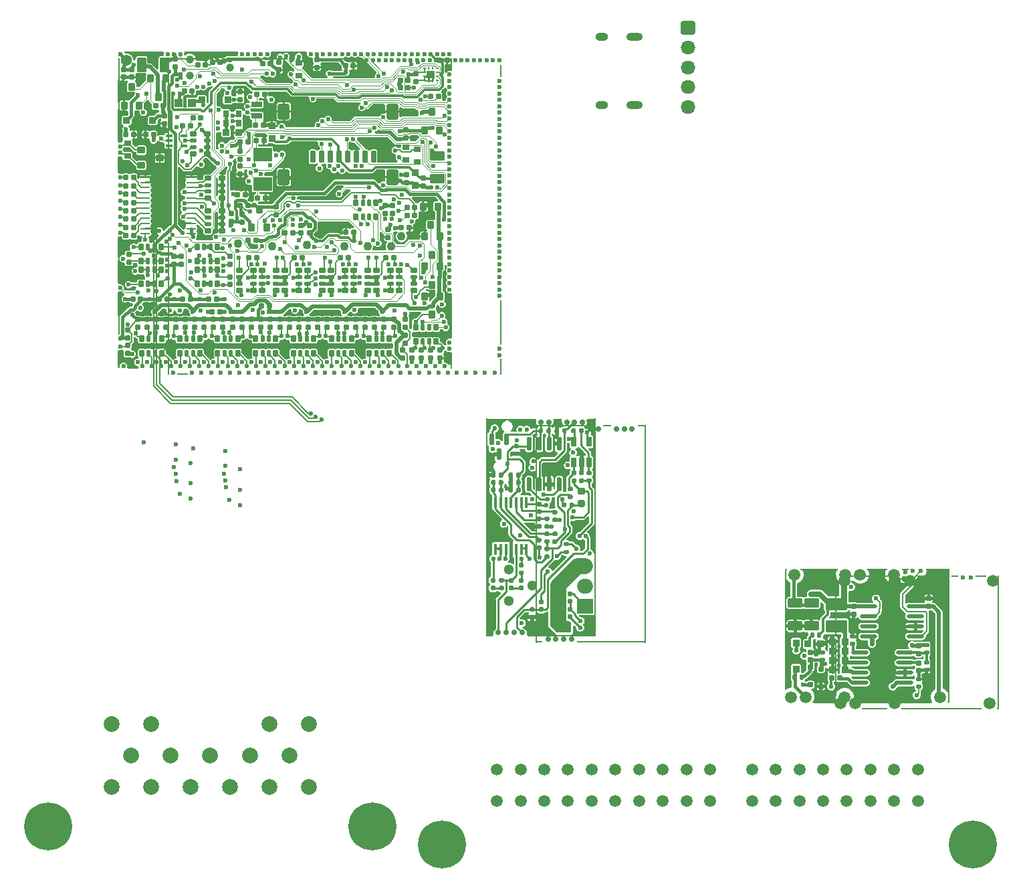
<source format=gbl>
G75*
G70*
%OFA0B0*%
%FSLAX25Y25*%
%IPPOS*%
%LPD*%
%AMOC8*
5,1,8,0,0,1.08239X$1,22.5*
%
%AMM1*
21,1,0.035430,0.030320,0.000000,0.000000,90.000000*
21,1,0.028350,0.037400,0.000000,0.000000,90.000000*
1,1,0.007090,0.015160,0.014170*
1,1,0.007090,0.015160,-0.014170*
1,1,0.007090,-0.015160,-0.014170*
1,1,0.007090,-0.015160,0.014170*
%
%AMM10*
21,1,0.025590,0.026380,0.000000,0.000000,90.000000*
21,1,0.020470,0.031500,0.000000,0.000000,90.000000*
1,1,0.005120,0.013190,0.010240*
1,1,0.005120,0.013190,-0.010240*
1,1,0.005120,-0.013190,-0.010240*
1,1,0.005120,-0.013190,0.010240*
%
%AMM101*
21,1,0.035830,0.026770,-0.000000,0.000000,90.000000*
21,1,0.029130,0.033470,-0.000000,0.000000,90.000000*
1,1,0.006690,0.013390,0.014570*
1,1,0.006690,0.013390,-0.014570*
1,1,0.006690,-0.013390,-0.014570*
1,1,0.006690,-0.013390,0.014570*
%
%AMM102*
21,1,0.070870,0.036220,-0.000000,0.000000,180.000000*
21,1,0.061810,0.045280,-0.000000,0.000000,180.000000*
1,1,0.009060,-0.030910,0.018110*
1,1,0.009060,0.030910,0.018110*
1,1,0.009060,0.030910,-0.018110*
1,1,0.009060,-0.030910,-0.018110*
%
%AMM105*
21,1,0.023620,0.018900,-0.000000,0.000000,180.000000*
21,1,0.018900,0.023620,-0.000000,0.000000,180.000000*
1,1,0.004720,-0.009450,0.009450*
1,1,0.004720,0.009450,0.009450*
1,1,0.004720,0.009450,-0.009450*
1,1,0.004720,-0.009450,-0.009450*
%
%AMM106*
21,1,0.019680,0.019680,-0.000000,0.000000,90.000000*
21,1,0.015750,0.023620,-0.000000,0.000000,90.000000*
1,1,0.003940,0.009840,0.007870*
1,1,0.003940,0.009840,-0.007870*
1,1,0.003940,-0.009840,-0.007870*
1,1,0.003940,-0.009840,0.007870*
%
%AMM107*
21,1,0.019680,0.019680,-0.000000,0.000000,0.000000*
21,1,0.015750,0.023620,-0.000000,0.000000,0.000000*
1,1,0.003940,0.007870,-0.009840*
1,1,0.003940,-0.007870,-0.009840*
1,1,0.003940,-0.007870,0.009840*
1,1,0.003940,0.007870,0.009840*
%
%AMM11*
21,1,0.017720,0.027950,0.000000,0.000000,90.000000*
21,1,0.014170,0.031500,0.000000,0.000000,90.000000*
1,1,0.003540,0.013980,0.007090*
1,1,0.003540,0.013980,-0.007090*
1,1,0.003540,-0.013980,-0.007090*
1,1,0.003540,-0.013980,0.007090*
%
%AMM121*
21,1,0.106300,0.050390,-0.000000,0.000000,180.000000*
21,1,0.093700,0.062990,-0.000000,0.000000,180.000000*
1,1,0.012600,-0.046850,0.025200*
1,1,0.012600,0.046850,0.025200*
1,1,0.012600,0.046850,-0.025200*
1,1,0.012600,-0.046850,-0.025200*
%
%AMM122*
21,1,0.033470,0.026770,-0.000000,0.000000,0.000000*
21,1,0.026770,0.033470,-0.000000,0.000000,0.000000*
1,1,0.006690,0.013390,-0.013390*
1,1,0.006690,-0.013390,-0.013390*
1,1,0.006690,-0.013390,0.013390*
1,1,0.006690,0.013390,0.013390*
%
%AMM123*
21,1,0.023620,0.018900,-0.000000,0.000000,270.000000*
21,1,0.018900,0.023620,-0.000000,0.000000,270.000000*
1,1,0.004720,-0.009450,-0.009450*
1,1,0.004720,-0.009450,0.009450*
1,1,0.004720,0.009450,0.009450*
1,1,0.004720,0.009450,-0.009450*
%
%AMM124*
21,1,0.122050,0.075590,-0.000000,0.000000,270.000000*
21,1,0.103150,0.094490,-0.000000,0.000000,270.000000*
1,1,0.018900,-0.037800,-0.051580*
1,1,0.018900,-0.037800,0.051580*
1,1,0.018900,0.037800,0.051580*
1,1,0.018900,0.037800,-0.051580*
%
%AMM125*
21,1,0.118110,0.083460,-0.000000,0.000000,90.000000*
21,1,0.097240,0.104330,-0.000000,0.000000,90.000000*
1,1,0.020870,0.041730,0.048620*
1,1,0.020870,0.041730,-0.048620*
1,1,0.020870,-0.041730,-0.048620*
1,1,0.020870,-0.041730,0.048620*
%
%AMM13*
21,1,0.012600,0.028980,0.000000,0.000000,90.000000*
21,1,0.010080,0.031500,0.000000,0.000000,90.000000*
1,1,0.002520,0.014490,0.005040*
1,1,0.002520,0.014490,-0.005040*
1,1,0.002520,-0.014490,-0.005040*
1,1,0.002520,-0.014490,0.005040*
%
%AMM16*
21,1,0.027560,0.018900,0.000000,0.000000,90.000000*
21,1,0.022840,0.023620,0.000000,0.000000,90.000000*
1,1,0.004720,0.009450,0.011420*
1,1,0.004720,0.009450,-0.011420*
1,1,0.004720,-0.009450,-0.011420*
1,1,0.004720,-0.009450,0.011420*
%
%AMM33*
21,1,0.033470,0.026770,0.000000,0.000000,180.000000*
21,1,0.026770,0.033470,0.000000,0.000000,180.000000*
1,1,0.006690,-0.013390,0.013390*
1,1,0.006690,0.013390,0.013390*
1,1,0.006690,0.013390,-0.013390*
1,1,0.006690,-0.013390,-0.013390*
%
%AMM34*
21,1,0.035430,0.030320,0.000000,0.000000,180.000000*
21,1,0.028350,0.037400,0.000000,0.000000,180.000000*
1,1,0.007090,-0.014170,0.015160*
1,1,0.007090,0.014170,0.015160*
1,1,0.007090,0.014170,-0.015160*
1,1,0.007090,-0.014170,-0.015160*
%
%AMM35*
21,1,0.035830,0.026770,0.000000,0.000000,0.000000*
21,1,0.029130,0.033470,0.000000,0.000000,0.000000*
1,1,0.006690,0.014570,-0.013390*
1,1,0.006690,-0.014570,-0.013390*
1,1,0.006690,-0.014570,0.013390*
1,1,0.006690,0.014570,0.013390*
%
%AMM36*
21,1,0.070870,0.036220,0.000000,0.000000,0.000000*
21,1,0.061810,0.045280,0.000000,0.000000,0.000000*
1,1,0.009060,0.030910,-0.018110*
1,1,0.009060,-0.030910,-0.018110*
1,1,0.009060,-0.030910,0.018110*
1,1,0.009060,0.030910,0.018110*
%
%AMM37*
21,1,0.059060,0.020470,0.000000,0.000000,90.000000*
21,1,0.053940,0.025590,0.000000,0.000000,90.000000*
1,1,0.005120,0.010240,0.026970*
1,1,0.005120,0.010240,-0.026970*
1,1,0.005120,-0.010240,-0.026970*
1,1,0.005120,-0.010240,0.026970*
%
%AMM38*
21,1,0.078740,0.045670,0.000000,0.000000,90.000000*
21,1,0.067320,0.057090,0.000000,0.000000,90.000000*
1,1,0.011420,0.022840,0.033660*
1,1,0.011420,0.022840,-0.033660*
1,1,0.011420,-0.022840,-0.033660*
1,1,0.011420,-0.022840,0.033660*
%
%AMM39*
21,1,0.025590,0.026380,0.000000,0.000000,0.000000*
21,1,0.020470,0.031500,0.000000,0.000000,0.000000*
1,1,0.005120,0.010240,-0.013190*
1,1,0.005120,-0.010240,-0.013190*
1,1,0.005120,-0.010240,0.013190*
1,1,0.005120,0.010240,0.013190*
%
%AMM40*
21,1,0.017720,0.027950,0.000000,0.000000,0.000000*
21,1,0.014170,0.031500,0.000000,0.000000,0.000000*
1,1,0.003540,0.007090,-0.013980*
1,1,0.003540,-0.007090,-0.013980*
1,1,0.003540,-0.007090,0.013980*
1,1,0.003540,0.007090,0.013980*
%
%AMM41*
21,1,0.027560,0.030710,0.000000,0.000000,90.000000*
21,1,0.022050,0.036220,0.000000,0.000000,90.000000*
1,1,0.005510,0.015350,0.011020*
1,1,0.005510,0.015350,-0.011020*
1,1,0.005510,-0.015350,-0.011020*
1,1,0.005510,-0.015350,0.011020*
%
%AMM42*
21,1,0.027560,0.049610,0.000000,0.000000,270.000000*
21,1,0.022050,0.055120,0.000000,0.000000,270.000000*
1,1,0.005510,-0.024800,-0.011020*
1,1,0.005510,-0.024800,0.011020*
1,1,0.005510,0.024800,0.011020*
1,1,0.005510,0.024800,-0.011020*
%
%AMM43*
21,1,0.027560,0.030710,0.000000,0.000000,0.000000*
21,1,0.022050,0.036220,0.000000,0.000000,0.000000*
1,1,0.005510,0.011020,-0.015350*
1,1,0.005510,-0.011020,-0.015350*
1,1,0.005510,-0.011020,0.015350*
1,1,0.005510,0.011020,0.015350*
%
%AMM44*
21,1,0.070870,0.036220,0.000000,0.000000,90.000000*
21,1,0.061810,0.045280,0.000000,0.000000,90.000000*
1,1,0.009060,0.018110,0.030910*
1,1,0.009060,0.018110,-0.030910*
1,1,0.009060,-0.018110,-0.030910*
1,1,0.009060,-0.018110,0.030910*
%
%AMM45*
21,1,0.033470,0.026770,0.000000,0.000000,270.000000*
21,1,0.026770,0.033470,0.000000,0.000000,270.000000*
1,1,0.006690,-0.013390,-0.013390*
1,1,0.006690,-0.013390,0.013390*
1,1,0.006690,0.013390,0.013390*
1,1,0.006690,0.013390,-0.013390*
%
%AMM7*
21,1,0.027560,0.018900,0.000000,0.000000,180.000000*
21,1,0.022840,0.023620,0.000000,0.000000,180.000000*
1,1,0.004720,-0.011420,0.009450*
1,1,0.004720,0.011420,0.009450*
1,1,0.004720,0.011420,-0.009450*
1,1,0.004720,-0.011420,-0.009450*
%
%ADD100C,0.03900*%
%ADD101C,0.04331*%
%ADD102C,0.05512*%
%ADD11O,0.07283X0.06693*%
%ADD13C,0.02362*%
%ADD132M33*%
%ADD133M34*%
%ADD134M35*%
%ADD135R,0.03937X0.04331*%
%ADD136M36*%
%ADD137M37*%
%ADD138M38*%
%ADD139R,0.01968X0.01968*%
%ADD14R,0.00787X0.09055*%
%ADD140R,0.09449X0.06693*%
%ADD141M39*%
%ADD142M40*%
%ADD143M41*%
%ADD144M42*%
%ADD145M43*%
%ADD146M44*%
%ADD147M45*%
%ADD148O,0.04961X0.00984*%
%ADD149R,0.00984X0.01378*%
%ADD15R,0.00787X0.42126*%
%ADD150R,0.01378X0.00984*%
%ADD151R,0.01968X0.01176*%
%ADD16R,0.00787X0.08268*%
%ADD17R,0.00787X0.23622*%
%ADD18R,0.00787X0.21260*%
%ADD19R,0.05512X0.00787*%
%ADD20R,0.19685X0.00787*%
%ADD21R,0.26772X0.00787*%
%ADD218C,0.05118*%
%ADD22R,0.17717X0.00787*%
%ADD23R,0.00787X0.06299*%
%ADD24R,0.00787X0.22441*%
%ADD247M101*%
%ADD248M102*%
%ADD25R,0.00787X0.07874*%
%ADD251M105*%
%ADD252M106*%
%ADD253M107*%
%ADD254O,0.40158X0.00787*%
%ADD26C,0.02756*%
%ADD268M121*%
%ADD269M122*%
%ADD270M123*%
%ADD271O,0.08661X0.01968*%
%ADD272M124*%
%ADD273M125*%
%ADD282R,0.07874X0.07500*%
%ADD283O,0.07874X0.07500*%
%ADD285R,0.01772X0.05709*%
%ADD286R,0.02559X0.04803*%
%ADD29R,0.04331X0.00984*%
%ADD30R,0.03858X0.00984*%
%ADD32R,0.00984X1.08661*%
%ADD34R,0.03740X0.00984*%
%ADD36O,0.08268X0.03937*%
%ADD37O,0.06299X0.03937*%
%ADD42C,0.05906*%
%ADD43O,0.12992X0.00787*%
%ADD44O,0.40157X0.00787*%
%ADD45O,0.01181X0.00787*%
%ADD46O,0.00787X0.66929*%
%ADD47O,0.00787X0.60630*%
%ADD48O,0.18898X0.00787*%
%ADD49O,0.10236X0.00787*%
%ADD50O,0.03937X0.00787*%
%ADD51O,0.05906X0.00787*%
%ADD52C,0.07874*%
%ADD53C,0.23917*%
%ADD55C,0.00787*%
%ADD57C,0.00984*%
%ADD58C,0.01969*%
%ADD67R,0.24803X0.00984*%
%ADD68R,0.34449X0.00984*%
%ADD71C,0.01968*%
%ADD74M1*%
%ADD80M7*%
%ADD83C,0.03150*%
%ADD84M10*%
%ADD85M11*%
%ADD89M13*%
%ADD95M16*%
%ADD97C,0.00492*%
%ADD98C,0.01181*%
%ADD99C,0.01575*%
X0000000Y0000000D02*
%LPD*%
G01*
G36*
G01*
X0482146Y0439114D02*
X0487461Y0439114D01*
G75*
G02*
X0488445Y0438130I0000000J-000984D01*
G01*
X0488445Y0433405D01*
G75*
G02*
X0487461Y0432421I-000984J0000000D01*
G01*
X0482146Y0432421D01*
G75*
G02*
X0481162Y0433405I0000000J0000984D01*
G01*
X0481162Y0438130D01*
G75*
G02*
X0482146Y0439114I0000984J0000000D01*
G01*
G37*
D11*
X0484803Y0425925D03*
X0484803Y0416082D03*
X0484803Y0406240D03*
X0484803Y0396397D03*
D13*
X0390807Y0409291D03*
X0390807Y0406141D03*
X0390807Y0402992D03*
X0390807Y0399842D03*
X0390807Y0396693D03*
X0390807Y0393543D03*
X0390807Y0390393D03*
X0390807Y0387244D03*
X0390807Y0384094D03*
X0390807Y0380945D03*
X0390807Y0377795D03*
X0390807Y0374645D03*
X0390807Y0371496D03*
X0390807Y0368346D03*
X0390807Y0365196D03*
X0390807Y0362047D03*
X0390807Y0358897D03*
X0390807Y0355748D03*
X0390807Y0352598D03*
X0390807Y0349448D03*
X0390807Y0346299D03*
X0390807Y0343149D03*
X0390807Y0340000D03*
X0390807Y0336850D03*
X0390807Y0333700D03*
X0390807Y0330551D03*
X0390807Y0327401D03*
X0390807Y0324252D03*
X0390807Y0321102D03*
X0390807Y0317952D03*
X0390807Y0314803D03*
X0390807Y0311653D03*
X0390807Y0308504D03*
X0390807Y0305354D03*
X0390807Y0302204D03*
X0390807Y0275826D03*
X0390807Y0272677D03*
D14*
X0225847Y0267362D03*
D15*
X0225847Y0396496D03*
D16*
X0225847Y0364212D03*
D17*
X0225847Y0316771D03*
D18*
X0225847Y0290393D03*
D19*
X0232933Y0263228D03*
D20*
X0238445Y0420315D03*
D21*
X0271910Y0420315D03*
D22*
X0310689Y0420315D03*
D23*
X0391595Y0414409D03*
D24*
X0391595Y0289015D03*
D25*
X0391595Y0266771D03*
D13*
X0390807Y0419527D03*
X0387658Y0419527D03*
X0384508Y0419527D03*
X0381358Y0419527D03*
X0378209Y0419527D03*
X0375059Y0419527D03*
X0371910Y0419527D03*
X0368760Y0419527D03*
X0365610Y0419527D03*
X0362461Y0419527D03*
X0359311Y0419527D03*
X0356162Y0419527D03*
X0353012Y0419527D03*
X0349862Y0419527D03*
X0346713Y0419527D03*
X0343563Y0419527D03*
X0340414Y0419527D03*
X0337264Y0419527D03*
X0334114Y0419527D03*
X0330965Y0419527D03*
X0327815Y0419527D03*
X0324666Y0419527D03*
X0321516Y0419527D03*
X0299862Y0419527D03*
X0296713Y0419527D03*
X0293563Y0419527D03*
X0290414Y0419527D03*
X0287264Y0419527D03*
X0256555Y0419527D03*
X0253406Y0419527D03*
X0250256Y0419527D03*
X0226634Y0419527D03*
X0388445Y0264015D03*
X0383721Y0264015D03*
X0378996Y0264015D03*
X0374272Y0264015D03*
X0369547Y0264015D03*
X0365217Y0264015D03*
X0360492Y0264015D03*
X0355768Y0264015D03*
X0351044Y0264015D03*
X0346319Y0264015D03*
X0341595Y0264015D03*
X0336870Y0264015D03*
X0332146Y0264015D03*
X0327422Y0264015D03*
X0322697Y0264015D03*
X0317973Y0264015D03*
X0313248Y0264015D03*
X0308524Y0264015D03*
X0303799Y0264015D03*
X0299075Y0264015D03*
X0294351Y0264015D03*
X0289626Y0264015D03*
X0284902Y0264015D03*
X0280177Y0264015D03*
X0275453Y0264015D03*
X0270729Y0264015D03*
X0266004Y0264015D03*
X0261280Y0264015D03*
X0256555Y0264015D03*
X0251831Y0264015D03*
X0247107Y0264015D03*
X0242382Y0264015D03*
X0237658Y0264015D03*
X0228209Y0264015D03*
X0226634Y0273858D03*
X0226634Y0277795D03*
X0226634Y0302992D03*
X0226634Y0330551D03*
X0226634Y0334488D03*
X0226634Y0338425D03*
X0226634Y0342362D03*
X0226634Y0346299D03*
X0226634Y0350236D03*
X0226634Y0354173D03*
X0226634Y0358110D03*
X0226634Y0370315D03*
X0226634Y0373464D03*
D26*
X0415118Y0131240D03*
X0426929Y0131240D03*
X0422992Y0131240D03*
X0419055Y0131240D03*
D29*
X0461772Y0237441D03*
D30*
X0444685Y0237441D03*
D67*
X0421221Y0237441D03*
D32*
X0463445Y0183602D03*
X0409311Y0183602D03*
D68*
X0446713Y0129763D03*
D34*
X0410689Y0129763D03*
D26*
X0453110Y0235930D03*
X0449173Y0235930D03*
X0436197Y0235930D03*
X0440197Y0235930D03*
X0457047Y0235930D03*
D36*
X0458248Y0431122D03*
D37*
X0441792Y0431122D03*
D36*
X0458248Y0397106D03*
D37*
X0441792Y0397106D03*
D13*
X0254271Y0217512D03*
X0261496Y0215839D03*
X0253425Y0213673D03*
X0254271Y0210229D03*
X0254567Y0206882D03*
X0261496Y0205603D03*
X0256338Y0200485D03*
X0261496Y0197925D03*
X0238169Y0226173D03*
X0254212Y0224992D03*
D42*
X0562756Y0160177D03*
X0587953Y0160177D03*
X0595433Y0160177D03*
X0612362Y0160177D03*
D13*
X0621811Y0161948D03*
X0625748Y0161948D03*
D43*
X0577914Y0096594D03*
D44*
X0611378Y0096594D03*
D45*
X0639331Y0096594D03*
D46*
X0639528Y0129665D03*
D47*
X0558425Y0132815D03*
D42*
X0636969Y0160177D03*
D45*
X0558622Y0162736D03*
D48*
X0575158Y0162736D03*
D49*
X0604095Y0162736D03*
D50*
X0617874Y0162736D03*
D51*
X0630866Y0162736D03*
D42*
X0560984Y0099153D03*
X0568268Y0099153D03*
X0587756Y0099153D03*
X0635197Y0099153D03*
X0389626Y0066179D03*
X0401437Y0066179D03*
X0413248Y0066179D03*
X0425061Y0066179D03*
X0436870Y0066179D03*
X0448681Y0066179D03*
X0460492Y0066179D03*
X0472305Y0066179D03*
X0484116Y0066179D03*
X0495927Y0066179D03*
X0389626Y0050431D03*
X0401437Y0050431D03*
X0413248Y0050431D03*
X0425061Y0050431D03*
X0436870Y0050431D03*
X0448681Y0050431D03*
X0460492Y0050431D03*
X0472305Y0050431D03*
X0484116Y0050431D03*
X0495927Y0050431D03*
X0516792Y0066179D03*
X0528605Y0066179D03*
X0540414Y0066179D03*
X0552225Y0066179D03*
X0564038Y0066179D03*
X0575849Y0066179D03*
X0587660Y0066179D03*
X0599471Y0066179D03*
X0516792Y0050431D03*
X0528605Y0050431D03*
X0540414Y0050431D03*
X0575849Y0050431D03*
X0587660Y0050431D03*
X0599471Y0050431D03*
D52*
X0197500Y0057519D03*
X0217185Y0057519D03*
X0236870Y0057519D03*
X0256555Y0057519D03*
X0276240Y0057519D03*
X0295925Y0057519D03*
X0207343Y0073267D03*
X0227028Y0073267D03*
X0246713Y0073267D03*
X0197500Y0089015D03*
X0217185Y0089015D03*
X0276240Y0089015D03*
X0295925Y0089015D03*
X0266398Y0073267D03*
X0286083Y0073267D03*
D42*
X0552227Y0050431D03*
X0564038Y0050431D03*
D53*
X0166004Y0037834D03*
X0327421Y0037834D03*
X0362264Y0028779D03*
X0626831Y0028779D03*
D13*
X0296793Y0243641D03*
X0299388Y0241857D03*
X0302378Y0240492D03*
D55*
X0221614Y0272775D02*
X0226634Y0277795D01*
X0287411Y0251909D02*
X0228307Y0251909D01*
X0228307Y0251909D02*
X0221614Y0258602D01*
X0296793Y0243641D02*
X0295679Y0243641D01*
X0295679Y0243641D02*
X0287411Y0251909D01*
X0221614Y0258602D02*
X0221614Y0272775D01*
X0299388Y0241857D02*
X0298810Y0241279D01*
X0227655Y0250334D02*
X0220040Y0257950D01*
X0220040Y0257950D02*
X0220040Y0365295D01*
X0220040Y0365295D02*
X0223583Y0368838D01*
X0298810Y0241279D02*
X0295814Y0241279D01*
X0286759Y0250334D02*
X0227655Y0250334D01*
X0295814Y0241279D02*
X0286759Y0250334D01*
X0227003Y0248760D02*
X0218465Y0257297D01*
X0301382Y0239495D02*
X0295371Y0239495D01*
X0295371Y0239495D02*
X0286107Y0248760D01*
X0302378Y0240492D02*
X0301382Y0239495D01*
X0218465Y0257297D02*
X0218465Y0367657D01*
X0286107Y0248760D02*
X0227003Y0248760D01*
X0218465Y0367657D02*
X0223583Y0372775D01*
X0200689Y0266043D02*
G01*
G75*
G36*
X0283882Y0423130D02*
X0283469Y0422958D01*
X0282970Y0422460D01*
X0282714Y0422409D01*
X0282589Y0422534D01*
X0281937Y0422804D01*
X0281233Y0422804D01*
X0280582Y0422534D01*
X0280083Y0422036D01*
X0279813Y0421384D01*
X0279813Y0420680D01*
X0279441Y0420424D01*
X0279168Y0420241D01*
X0278985Y0419968D01*
X0278623Y0419865D01*
X0278150Y0419792D01*
X0277941Y0419932D01*
X0277618Y0419996D01*
X0277165Y0419996D01*
X0277165Y0418012D01*
X0276181Y0418012D01*
X0276181Y0419996D01*
X0275728Y0419996D01*
X0275406Y0419932D01*
X0275146Y0419759D01*
X0275124Y0419749D01*
X0274286Y0419749D01*
X0274264Y0419759D01*
X0274004Y0419932D01*
X0273681Y0419996D01*
X0273364Y0419996D01*
X0272965Y0420465D01*
X0272961Y0420711D01*
X0273093Y0421354D01*
X0273524Y0421678D01*
X0274038Y0421291D01*
X0274095Y0421234D01*
X0274746Y0420964D01*
X0275451Y0420964D01*
X0276102Y0421234D01*
X0276600Y0421732D01*
X0276870Y0422384D01*
X0276870Y0423088D01*
X0276853Y0423130D01*
X0277379Y0423917D01*
X0283726Y0423917D01*
X0283882Y0423130D01*
D02*
G37*
G36*
X0320889Y0421291D02*
X0320945Y0421234D01*
X0321596Y0420964D01*
X0322301Y0420964D01*
X0322452Y0421027D01*
X0329474Y0414004D01*
X0329607Y0413214D01*
X0329108Y0412716D01*
X0328839Y0412065D01*
X0328839Y0411360D01*
X0328282Y0410646D01*
X0308234Y0410646D01*
X0307841Y0411433D01*
X0307894Y0411504D01*
X0307899Y0411505D01*
X0313485Y0411505D01*
X0314022Y0411612D01*
X0314297Y0411796D01*
X0314707Y0411796D01*
X0315359Y0412065D01*
X0315857Y0412564D01*
X0316127Y0413215D01*
X0316127Y0413920D01*
X0315966Y0414309D01*
X0316035Y0414447D01*
X0316744Y0414910D01*
X0317067Y0414846D01*
X0317520Y0414846D01*
X0317520Y0416830D01*
X0317520Y0418815D01*
X0317067Y0418815D01*
X0316744Y0418751D01*
X0316485Y0418577D01*
X0316462Y0418568D01*
X0315624Y0418568D01*
X0315602Y0418577D01*
X0315342Y0418751D01*
X0315020Y0418815D01*
X0314274Y0418815D01*
X0312895Y0420194D01*
X0312887Y0420342D01*
X0313125Y0421077D01*
X0313504Y0421234D01*
X0313561Y0421291D01*
X0314075Y0421678D01*
X0314589Y0421291D01*
X0314646Y0421234D01*
X0315297Y0420964D01*
X0316002Y0420964D01*
X0316653Y0421234D01*
X0316710Y0421291D01*
X0317224Y0421678D01*
X0317739Y0421291D01*
X0317796Y0421234D01*
X0318447Y0420964D01*
X0319152Y0420964D01*
X0319803Y0421234D01*
X0319860Y0421291D01*
X0320374Y0421678D01*
X0320889Y0421291D01*
D02*
G37*
G36*
X0260746Y0423130D02*
X0260728Y0423088D01*
X0260728Y0422384D01*
X0260167Y0421680D01*
X0255134Y0421680D01*
X0254597Y0421573D01*
X0254141Y0421269D01*
X0253836Y0420964D01*
X0253486Y0420964D01*
X0252835Y0420695D01*
X0252709Y0420569D01*
X0252618Y0420587D01*
X0250728Y0420587D01*
X0250406Y0420523D01*
X0250146Y0420349D01*
X0250124Y0420340D01*
X0249286Y0420340D01*
X0249264Y0420349D01*
X0249004Y0420523D01*
X0248681Y0420587D01*
X0248228Y0420587D01*
X0248228Y0418602D01*
X0247244Y0418602D01*
X0247244Y0420587D01*
X0246791Y0420587D01*
X0246469Y0420523D01*
X0246195Y0420340D01*
X0246013Y0420066D01*
X0246002Y0420015D01*
X0245830Y0419679D01*
X0245335Y0419406D01*
X0244882Y0419406D01*
X0244882Y0417421D01*
X0243898Y0417421D01*
X0243898Y0419406D01*
X0243445Y0419406D01*
X0243122Y0419341D01*
X0242862Y0419168D01*
X0242840Y0419159D01*
X0242002Y0419159D01*
X0241980Y0419168D01*
X0241720Y0419341D01*
X0241398Y0419406D01*
X0240130Y0419406D01*
X0239479Y0419570D01*
X0239371Y0420174D01*
X0239371Y0420370D01*
X0239171Y0421116D01*
X0238785Y0421786D01*
X0238239Y0422332D01*
X0237570Y0422718D01*
X0236823Y0422918D01*
X0236051Y0422918D01*
X0235304Y0422718D01*
X0234635Y0422332D01*
X0234223Y0421920D01*
X0233556Y0422366D01*
X0233563Y0422384D01*
X0233563Y0423088D01*
X0233546Y0423130D01*
X0234072Y0423917D01*
X0260219Y0423917D01*
X0260746Y0423130D01*
D02*
G37*
G36*
X0290442Y0423133D02*
X0289791Y0422863D01*
X0289292Y0422365D01*
X0289023Y0421714D01*
X0289023Y0421009D01*
X0288875Y0420225D01*
X0288589Y0420034D01*
X0288397Y0419747D01*
X0288330Y0419409D01*
X0288330Y0418889D01*
X0287602Y0418588D01*
X0285856Y0420334D01*
X0285974Y0420453D01*
X0286244Y0421104D01*
X0286244Y0421809D01*
X0285974Y0422460D01*
X0285476Y0422958D01*
X0285062Y0423130D01*
X0285219Y0423917D01*
X0290434Y0423917D01*
X0290442Y0423133D01*
D02*
G37*
G36*
X0223738Y0423130D02*
X0223720Y0423088D01*
X0223720Y0422384D01*
X0223729Y0422363D01*
X0223203Y0421575D01*
X0222106Y0421575D01*
X0221699Y0421494D01*
X0221354Y0421264D01*
X0221124Y0420919D01*
X0221043Y0420512D01*
X0221043Y0415344D01*
X0220255Y0415018D01*
X0217699Y0417574D01*
X0217178Y0417922D01*
X0216563Y0418044D01*
X0216563Y0418044D01*
X0215375Y0418044D01*
X0215375Y0420512D01*
X0215294Y0420919D01*
X0215063Y0421264D01*
X0214718Y0421494D01*
X0214311Y0421575D01*
X0210689Y0421575D01*
X0210282Y0421494D01*
X0209937Y0421264D01*
X0209706Y0420919D01*
X0209625Y0420512D01*
X0209625Y0419936D01*
X0208959Y0419459D01*
X0208366Y0419700D01*
X0208366Y0420027D01*
X0208138Y0420878D01*
X0207698Y0421641D01*
X0207074Y0422264D01*
X0206311Y0422705D01*
X0205460Y0422933D01*
X0204579Y0422933D01*
X0204410Y0422887D01*
X0204399Y0422894D01*
X0204311Y0423130D01*
X0204859Y0423917D01*
X0223212Y0423917D01*
X0223738Y0423130D01*
D02*
G37*
G36*
X0294998Y0423130D02*
X0294980Y0423088D01*
X0294980Y0422384D01*
X0295250Y0421732D01*
X0295749Y0421234D01*
X0296400Y0420964D01*
X0297104Y0420964D01*
X0297155Y0420985D01*
X0297917Y0420449D01*
X0297917Y0419035D01*
X0297981Y0418713D01*
X0298155Y0418453D01*
X0298164Y0418431D01*
X0298164Y0417592D01*
X0298155Y0417570D01*
X0297981Y0417311D01*
X0297917Y0416988D01*
X0297917Y0416535D01*
X0301887Y0416535D01*
X0301887Y0416988D01*
X0301823Y0417311D01*
X0301649Y0417570D01*
X0301640Y0417592D01*
X0301640Y0417825D01*
X0302366Y0418575D01*
X0310540Y0418575D01*
X0312287Y0416828D01*
X0312287Y0415689D01*
X0312351Y0415366D01*
X0312534Y0415093D01*
X0312281Y0414315D01*
X0307201Y0414315D01*
X0307104Y0414412D01*
X0306453Y0414682D01*
X0305748Y0414682D01*
X0305097Y0414412D01*
X0304599Y0413914D01*
X0304329Y0413262D01*
X0304329Y0412558D01*
X0304599Y0411906D01*
X0305072Y0411433D01*
X0305065Y0411298D01*
X0304879Y0410646D01*
X0297388Y0410646D01*
X0292477Y0415557D01*
X0292476Y0415669D01*
X0292622Y0416389D01*
X0292908Y0416580D01*
X0293100Y0416866D01*
X0293167Y0417204D01*
X0293167Y0419409D01*
X0293100Y0419747D01*
X0292908Y0420034D01*
X0292622Y0420225D01*
X0292566Y0421009D01*
X0292566Y0421714D01*
X0292296Y0422365D01*
X0291798Y0422863D01*
X0291147Y0423133D01*
X0291155Y0423917D01*
X0294471Y0423917D01*
X0294998Y0423130D01*
D02*
G37*
G36*
X0365354Y0417602D02*
X0365807Y0417602D01*
X0366130Y0417666D01*
X0366403Y0417848D01*
X0366437Y0417899D01*
X0367224Y0417660D01*
X0367224Y0414780D01*
X0366437Y0414254D01*
X0366396Y0414271D01*
X0365691Y0414271D01*
X0365040Y0414002D01*
X0364541Y0413503D01*
X0364492Y0413384D01*
X0363705Y0413541D01*
X0363705Y0417427D01*
X0363917Y0417602D01*
X0364370Y0417602D01*
X0364370Y0419586D01*
X0365354Y0419586D01*
X0365354Y0417602D01*
D02*
G37*
G36*
X0284120Y0419685D02*
X0284137Y0419685D01*
X0284227Y0419550D01*
X0288696Y0415082D01*
X0288588Y0414149D01*
X0288196Y0413890D01*
X0287913Y0414002D01*
X0287262Y0414271D01*
X0286557Y0414271D01*
X0285906Y0414002D01*
X0285408Y0413503D01*
X0285138Y0412852D01*
X0285138Y0412147D01*
X0285408Y0411496D01*
X0285906Y0410998D01*
X0286557Y0410728D01*
X0286750Y0410728D01*
X0288266Y0409212D01*
X0288265Y0409209D01*
X0287767Y0408710D01*
X0287611Y0408334D01*
X0286935Y0408085D01*
X0286906Y0408079D01*
X0286721Y0408085D01*
X0286521Y0408219D01*
X0286194Y0408284D01*
X0274490Y0408284D01*
X0271521Y0411253D01*
X0271841Y0412040D01*
X0273437Y0412040D01*
X0273499Y0411890D01*
X0273997Y0411392D01*
X0274649Y0411122D01*
X0275353Y0411122D01*
X0276005Y0411392D01*
X0276378Y0411765D01*
X0276850Y0411293D01*
X0277501Y0411023D01*
X0278206Y0411023D01*
X0278857Y0411293D01*
X0279356Y0411791D01*
X0279625Y0412443D01*
X0279625Y0412862D01*
X0279764Y0412976D01*
X0280413Y0412976D01*
X0280413Y0414764D01*
X0280905Y0414764D01*
X0280905Y0415256D01*
X0282890Y0415256D01*
X0282890Y0415708D01*
X0282826Y0416031D01*
X0282652Y0416291D01*
X0282643Y0416313D01*
X0282643Y0417151D01*
X0282652Y0417173D01*
X0282826Y0417433D01*
X0282890Y0417756D01*
X0282890Y0419419D01*
X0283156Y0419665D01*
X0283369Y0419795D01*
X0283646Y0419881D01*
X0284120Y0419685D01*
D02*
G37*
G36*
X0358465Y0412401D02*
X0358465Y0410630D01*
X0358071Y0410630D01*
X0358071Y0409350D01*
X0357087Y0409350D01*
X0357087Y0410630D01*
X0356103Y0410630D01*
X0356103Y0409350D01*
X0355119Y0409350D01*
X0355119Y0410630D01*
X0354725Y0410630D01*
X0354725Y0411023D01*
X0353445Y0411023D01*
X0353445Y0412008D01*
X0354725Y0412008D01*
X0354725Y0412401D01*
X0354725Y0414370D01*
X0358465Y0414370D01*
X0358465Y0412401D01*
D02*
G37*
G36*
X0203937Y0409334D02*
X0204587Y0409334D01*
X0204909Y0409398D01*
X0204996Y0409456D01*
X0205150Y0409549D01*
X0205260Y0409518D01*
X0205411Y0409351D01*
X0205480Y0408476D01*
X0205271Y0408164D01*
X0205198Y0407795D01*
X0205198Y0404764D01*
X0205271Y0404395D01*
X0205480Y0404082D01*
X0205793Y0403873D01*
X0206161Y0403800D01*
X0208756Y0403800D01*
X0209087Y0403269D01*
X0209111Y0403216D01*
X0209148Y0403028D01*
X0208913Y0402462D01*
X0208913Y0402227D01*
X0206389Y0399702D01*
X0205625Y0399433D01*
X0205256Y0399506D01*
X0204331Y0399506D01*
X0204331Y0397027D01*
X0204331Y0394548D01*
X0205256Y0394548D01*
X0205948Y0394005D01*
X0205977Y0393950D01*
X0205977Y0392609D01*
X0205315Y0391947D01*
X0203563Y0391947D01*
X0203202Y0391875D01*
X0202896Y0391671D01*
X0202692Y0391365D01*
X0202620Y0391004D01*
X0202620Y0388326D01*
X0202692Y0387966D01*
X0202896Y0387659D01*
X0203202Y0387455D01*
X0203211Y0387453D01*
X0203211Y0387453D01*
X0203399Y0386613D01*
X0203124Y0386338D01*
X0202854Y0385687D01*
X0202854Y0384982D01*
X0203120Y0384340D01*
X0203085Y0384316D01*
X0202902Y0384043D01*
X0202838Y0383720D01*
X0202838Y0381437D01*
X0202902Y0381114D01*
X0203085Y0380841D01*
X0203112Y0380823D01*
X0203237Y0380077D01*
X0203198Y0379891D01*
X0203062Y0379688D01*
X0202995Y0379350D01*
X0202995Y0378977D01*
X0202223Y0378445D01*
X0201518Y0378445D01*
X0201476Y0378427D01*
X0200689Y0378954D01*
X0200689Y0395341D01*
X0201476Y0395418D01*
X0201531Y0395143D01*
X0201740Y0394830D01*
X0202053Y0394621D01*
X0202421Y0394548D01*
X0203346Y0394548D01*
X0203346Y0397027D01*
X0203346Y0399506D01*
X0202421Y0399506D01*
X0202053Y0399433D01*
X0201740Y0399224D01*
X0201531Y0398912D01*
X0201476Y0398636D01*
X0200689Y0398714D01*
X0200689Y0410018D01*
X0201476Y0410095D01*
X0201524Y0409854D01*
X0201707Y0409581D01*
X0201981Y0409398D01*
X0202303Y0409334D01*
X0202953Y0409334D01*
X0202953Y0411122D01*
X0203937Y0411122D01*
X0203937Y0409334D01*
D02*
G37*
G36*
X0210168Y0413424D02*
X0210282Y0413348D01*
X0210689Y0413267D01*
X0214311Y0413267D01*
X0214490Y0413302D01*
X0214804Y0412835D01*
X0214886Y0412585D01*
X0214720Y0412337D01*
X0214647Y0411968D01*
X0214647Y0409563D01*
X0214550Y0409498D01*
X0211318Y0406266D01*
X0209959Y0406266D01*
X0209959Y0407795D01*
X0209886Y0408164D01*
X0209677Y0408476D01*
X0209365Y0408685D01*
X0209304Y0408697D01*
X0209270Y0408787D01*
X0209220Y0409517D01*
X0209317Y0409581D01*
X0209499Y0409854D01*
X0209563Y0410177D01*
X0209563Y0410630D01*
X0207579Y0410630D01*
X0207579Y0411614D01*
X0209563Y0411614D01*
X0209563Y0412067D01*
X0209499Y0412389D01*
X0209326Y0412649D01*
X0209317Y0412671D01*
X0209317Y0412726D01*
X0210104Y0413431D01*
X0210168Y0413424D01*
D02*
G37*
G36*
X0247676Y0406897D02*
X0247993Y0406100D01*
X0246294Y0404401D01*
X0246033Y0404010D01*
X0245941Y0403549D01*
X0245941Y0403549D01*
X0245941Y0398690D01*
X0245490Y0398277D01*
X0244822Y0398732D01*
X0244822Y0401240D01*
X0244750Y0401601D01*
X0244545Y0401907D01*
X0244239Y0402111D01*
X0243878Y0402183D01*
X0240965Y0402183D01*
X0240604Y0402111D01*
X0240298Y0401907D01*
X0240093Y0401601D01*
X0240021Y0401240D01*
X0240021Y0401082D01*
X0234941Y0401082D01*
X0234941Y0396086D01*
X0233366Y0396086D01*
X0233366Y0401082D01*
X0233366Y0401082D01*
X0233366Y0401082D01*
X0233433Y0401842D01*
X0233797Y0402085D01*
X0233959Y0402247D01*
X0234705Y0402247D01*
X0235027Y0402311D01*
X0235287Y0402485D01*
X0235309Y0402494D01*
X0236147Y0402494D01*
X0236170Y0402485D01*
X0236429Y0402311D01*
X0236752Y0402247D01*
X0237205Y0402247D01*
X0237205Y0404232D01*
X0238189Y0404232D01*
X0238189Y0402247D01*
X0238642Y0402247D01*
X0238964Y0402311D01*
X0239238Y0402494D01*
X0239421Y0402768D01*
X0239485Y0403090D01*
X0239485Y0404143D01*
X0239986Y0404478D01*
X0240691Y0404478D01*
X0241342Y0404748D01*
X0241840Y0405246D01*
X0241944Y0405267D01*
X0242334Y0404877D01*
X0242985Y0404607D01*
X0243690Y0404607D01*
X0244341Y0404877D01*
X0244840Y0405375D01*
X0245109Y0406026D01*
X0245886Y0406225D01*
X0246591Y0406225D01*
X0247242Y0406495D01*
X0247644Y0406898D01*
X0247676Y0406897D01*
D02*
G37*
G36*
X0286796Y0401855D02*
X0286796Y0401855D01*
X0287187Y0401594D01*
X0287648Y0401502D01*
X0295663Y0401502D01*
X0296189Y0400715D01*
X0296162Y0400647D01*
X0296162Y0399943D01*
X0296431Y0399291D01*
X0296930Y0398793D01*
X0297581Y0398523D01*
X0298286Y0398523D01*
X0298937Y0398793D01*
X0299435Y0399291D01*
X0299705Y0399943D01*
X0299705Y0400493D01*
X0308199Y0400493D01*
X0309788Y0398904D01*
X0310064Y0398719D01*
X0310391Y0398655D01*
X0321144Y0398655D01*
X0321824Y0398058D01*
X0321883Y0397928D01*
X0321874Y0397710D01*
X0321860Y0397686D01*
X0321774Y0397646D01*
X0321339Y0397466D01*
X0320841Y0396968D01*
X0320571Y0396317D01*
X0320571Y0395612D01*
X0320841Y0394961D01*
X0321339Y0394462D01*
X0321990Y0394193D01*
X0322695Y0394193D01*
X0323346Y0394462D01*
X0323844Y0394961D01*
X0323907Y0395111D01*
X0324705Y0395111D01*
X0325031Y0395176D01*
X0325308Y0395361D01*
X0327777Y0397830D01*
X0333321Y0397830D01*
X0334033Y0397374D01*
X0334033Y0394500D01*
X0337500Y0394500D01*
X0340968Y0394500D01*
X0340968Y0396075D01*
X0341696Y0396376D01*
X0342153Y0395919D01*
X0342430Y0395734D01*
X0342756Y0395669D01*
X0348665Y0395669D01*
X0349132Y0395201D01*
X0349409Y0395016D01*
X0349735Y0394952D01*
X0350205Y0394952D01*
X0350384Y0394740D01*
X0350639Y0394164D01*
X0350445Y0393696D01*
X0350445Y0392991D01*
X0350642Y0392517D01*
X0350393Y0391950D01*
X0350212Y0391730D01*
X0342686Y0391730D01*
X0342359Y0391665D01*
X0342082Y0391480D01*
X0341755Y0391153D01*
X0340968Y0391479D01*
X0340968Y0393515D01*
X0337500Y0393515D01*
X0333963Y0393515D01*
X0333325Y0393012D01*
X0332620Y0393012D01*
X0331969Y0392742D01*
X0331470Y0392243D01*
X0331451Y0392195D01*
X0331122Y0391592D01*
X0330760Y0391591D01*
X0318880Y0391591D01*
X0318553Y0391526D01*
X0318277Y0391341D01*
X0316273Y0389337D01*
X0307942Y0389337D01*
X0307289Y0389990D01*
X0307289Y0390559D01*
X0307019Y0391210D01*
X0306521Y0391708D01*
X0305869Y0391978D01*
X0305164Y0391978D01*
X0304513Y0391708D01*
X0304015Y0391210D01*
X0303868Y0390854D01*
X0303711Y0390823D01*
X0303060Y0391093D01*
X0302355Y0391093D01*
X0301704Y0390823D01*
X0301205Y0390325D01*
X0300936Y0389674D01*
X0300936Y0389074D01*
X0300337Y0389074D01*
X0299686Y0388805D01*
X0299187Y0388306D01*
X0298917Y0387655D01*
X0298917Y0386950D01*
X0298361Y0386237D01*
X0288158Y0386237D01*
X0288144Y0386239D01*
X0284315Y0386239D01*
X0284154Y0386401D01*
X0284154Y0386868D01*
X0283884Y0387519D01*
X0283385Y0388017D01*
X0282734Y0388287D01*
X0282029Y0388287D01*
X0281378Y0388017D01*
X0280880Y0387519D01*
X0280610Y0386868D01*
X0280610Y0386737D01*
X0279827Y0386152D01*
X0279743Y0386178D01*
X0279743Y0386378D01*
X0277461Y0386378D01*
X0277461Y0386870D01*
X0276969Y0386870D01*
X0276969Y0389152D01*
X0276122Y0389152D01*
X0275761Y0389080D01*
X0275594Y0388968D01*
X0275341Y0388899D01*
X0274694Y0389036D01*
X0274635Y0389065D01*
X0274397Y0389223D01*
X0274075Y0389288D01*
X0273281Y0389288D01*
X0273042Y0390075D01*
X0273085Y0390104D01*
X0273277Y0390390D01*
X0273344Y0390728D01*
X0273344Y0392933D01*
X0273277Y0393271D01*
X0273085Y0393557D01*
X0272799Y0393749D01*
X0272461Y0393816D01*
X0267500Y0393816D01*
X0267067Y0393943D01*
X0266833Y0394425D01*
X0266758Y0394606D01*
X0266377Y0394987D01*
X0266842Y0395452D01*
X0266904Y0395602D01*
X0267306Y0395602D01*
X0267632Y0395667D01*
X0267757Y0395750D01*
X0272461Y0395750D01*
X0272799Y0395818D01*
X0273085Y0396009D01*
X0273277Y0396296D01*
X0273344Y0396633D01*
X0273344Y0398838D01*
X0273277Y0399176D01*
X0273085Y0399463D01*
X0272799Y0399654D01*
X0272461Y0399721D01*
X0270833Y0399721D01*
X0270833Y0400672D01*
X0270925Y0400672D01*
X0271248Y0400737D01*
X0271508Y0400910D01*
X0271530Y0400919D01*
X0272368Y0400919D01*
X0272390Y0400910D01*
X0272650Y0400737D01*
X0272973Y0400672D01*
X0273425Y0400672D01*
X0273425Y0402657D01*
X0273917Y0402657D01*
X0273917Y0403149D01*
X0275705Y0403149D01*
X0275705Y0403799D01*
X0275799Y0403914D01*
X0284737Y0403914D01*
X0286796Y0401855D01*
D02*
G37*
G36*
X0364073Y0405873D02*
X0364289Y0405806D01*
X0364541Y0405197D01*
X0364598Y0405140D01*
X0364985Y0404626D01*
X0364598Y0404111D01*
X0364541Y0404054D01*
X0364272Y0403403D01*
X0364272Y0402698D01*
X0364541Y0402047D01*
X0364598Y0401991D01*
X0364985Y0401476D01*
X0364598Y0400962D01*
X0364541Y0400905D01*
X0364272Y0400254D01*
X0364272Y0399549D01*
X0363544Y0399343D01*
X0362552Y0399343D01*
X0362449Y0399470D01*
X0362203Y0400131D01*
X0362255Y0400209D01*
X0362319Y0400531D01*
X0362319Y0402815D01*
X0362255Y0403137D01*
X0362072Y0403411D01*
X0362065Y0403416D01*
X0361970Y0403660D01*
X0361927Y0404188D01*
X0361964Y0404358D01*
X0363352Y0405747D01*
X0363484Y0405945D01*
X0364073Y0405873D01*
D02*
G37*
G36*
X0265435Y0405841D02*
X0265811Y0405590D01*
X0267135Y0404266D01*
X0267135Y0404266D01*
X0267526Y0404005D01*
X0267844Y0403907D01*
X0267965Y0403484D01*
X0267945Y0403294D01*
X0267212Y0402884D01*
X0267007Y0402969D01*
X0266303Y0402969D01*
X0265651Y0402700D01*
X0265153Y0402201D01*
X0264883Y0401550D01*
X0264883Y0400845D01*
X0265153Y0400194D01*
X0265651Y0399696D01*
X0266016Y0399545D01*
X0266318Y0399378D01*
X0266502Y0398619D01*
X0265829Y0398170D01*
X0265692Y0398227D01*
X0264987Y0398227D01*
X0264336Y0397957D01*
X0263838Y0397459D01*
X0263568Y0396808D01*
X0263568Y0396103D01*
X0263838Y0395452D01*
X0264219Y0395070D01*
X0263754Y0394606D01*
X0263673Y0394411D01*
X0263526Y0394399D01*
X0262874Y0394538D01*
X0262844Y0394688D01*
X0262652Y0394974D01*
X0262366Y0395166D01*
X0262028Y0395233D01*
X0259823Y0395233D01*
X0259485Y0395166D01*
X0259199Y0394974D01*
X0259007Y0394688D01*
X0258940Y0394350D01*
X0258940Y0394315D01*
X0258153Y0393789D01*
X0258128Y0393799D01*
X0257423Y0393799D01*
X0257399Y0393789D01*
X0256612Y0394315D01*
X0256612Y0394350D01*
X0256545Y0394688D01*
X0256353Y0394974D01*
X0256067Y0395166D01*
X0255729Y0395233D01*
X0253524Y0395233D01*
X0253365Y0395202D01*
X0253106Y0395210D01*
X0252431Y0395582D01*
X0252308Y0395878D01*
X0251810Y0396376D01*
X0251159Y0396646D01*
X0250454Y0396646D01*
X0249740Y0397203D01*
X0249740Y0403058D01*
X0252398Y0405716D01*
X0253582Y0405716D01*
X0254322Y0404937D01*
X0254322Y0404750D01*
X0253824Y0404251D01*
X0253554Y0403600D01*
X0253554Y0402895D01*
X0253596Y0402111D01*
X0253290Y0401907D01*
X0253085Y0401601D01*
X0253013Y0401240D01*
X0253013Y0398563D01*
X0253085Y0398202D01*
X0253290Y0397896D01*
X0253596Y0397691D01*
X0253957Y0397619D01*
X0256870Y0397619D01*
X0257231Y0397691D01*
X0257537Y0397896D01*
X0257742Y0398202D01*
X0257910Y0398292D01*
X0258220Y0398164D01*
X0258925Y0398164D01*
X0259576Y0398433D01*
X0259975Y0398360D01*
X0260249Y0398178D01*
X0260571Y0398113D01*
X0262855Y0398113D01*
X0263177Y0398178D01*
X0263451Y0398360D01*
X0263634Y0398634D01*
X0263698Y0398956D01*
X0263698Y0400846D01*
X0263634Y0401169D01*
X0263460Y0401429D01*
X0263451Y0401451D01*
X0263451Y0402289D01*
X0263460Y0402311D01*
X0263634Y0402571D01*
X0263698Y0402893D01*
X0263698Y0403346D01*
X0261713Y0403346D01*
X0259728Y0403346D01*
X0259728Y0402893D01*
X0259792Y0402571D01*
X0259471Y0401767D01*
X0259188Y0401598D01*
X0258925Y0401707D01*
X0258220Y0401707D01*
X0257839Y0401549D01*
X0257742Y0401601D01*
X0257537Y0401907D01*
X0257231Y0402111D01*
X0257098Y0402895D01*
X0257098Y0403600D01*
X0257078Y0403648D01*
X0257078Y0404500D01*
X0257576Y0404999D01*
X0257846Y0405650D01*
X0257846Y0406355D01*
X0258405Y0407062D01*
X0264215Y0407062D01*
X0265435Y0405841D01*
D02*
G37*
G36*
X0216175Y0399655D02*
X0216175Y0399453D01*
X0216240Y0399126D01*
X0216424Y0398849D01*
X0217644Y0397630D01*
X0217644Y0395710D01*
X0217708Y0395387D01*
X0217891Y0395114D01*
X0218164Y0394931D01*
X0218487Y0394867D01*
X0220377Y0394867D01*
X0220631Y0394918D01*
X0220664Y0394910D01*
X0220905Y0394773D01*
X0221358Y0394425D01*
X0221358Y0394037D01*
X0220954Y0393432D01*
X0220492Y0393432D01*
X0219955Y0393325D01*
X0219499Y0393021D01*
X0218425Y0391947D01*
X0216555Y0391947D01*
X0216194Y0391875D01*
X0215888Y0391671D01*
X0215684Y0391365D01*
X0215612Y0391004D01*
X0215612Y0388326D01*
X0215684Y0387966D01*
X0215888Y0387659D01*
X0216194Y0387455D01*
X0216555Y0387383D01*
X0219469Y0387383D01*
X0219830Y0387455D01*
X0220136Y0387659D01*
X0220340Y0387966D01*
X0220412Y0388326D01*
X0220412Y0389960D01*
X0221074Y0390622D01*
X0222089Y0390622D01*
X0222170Y0390500D01*
X0222180Y0390478D01*
X0222180Y0389640D01*
X0222170Y0389617D01*
X0221997Y0389358D01*
X0221933Y0389035D01*
X0221933Y0388582D01*
X0223917Y0388582D01*
X0223917Y0388090D01*
X0224409Y0388090D01*
X0224409Y0386302D01*
X0225059Y0386302D01*
X0225478Y0385583D01*
X0225478Y0385128D01*
X0225585Y0384590D01*
X0225890Y0384134D01*
X0226074Y0383950D01*
X0225773Y0383222D01*
X0224634Y0383222D01*
X0224354Y0383167D01*
X0224117Y0383008D01*
X0223959Y0382771D01*
X0223924Y0382598D01*
X0223672Y0382402D01*
X0223116Y0382187D01*
X0222646Y0382382D01*
X0221941Y0382382D01*
X0221290Y0382112D01*
X0220981Y0381803D01*
X0220193Y0382071D01*
X0220193Y0383720D01*
X0220129Y0384043D01*
X0219946Y0384316D01*
X0219673Y0384499D01*
X0219350Y0384563D01*
X0217461Y0384563D01*
X0217138Y0384499D01*
X0216878Y0384325D01*
X0216856Y0384316D01*
X0216018Y0384316D01*
X0215996Y0384325D01*
X0215736Y0384499D01*
X0215413Y0384563D01*
X0214961Y0384563D01*
X0214961Y0382578D01*
X0214961Y0380594D01*
X0215413Y0380594D01*
X0215736Y0380658D01*
X0215996Y0380831D01*
X0216022Y0380842D01*
X0216022Y0380842D01*
X0216054Y0380832D01*
X0216634Y0380175D01*
X0216634Y0379470D01*
X0216904Y0378819D01*
X0217402Y0378321D01*
X0218053Y0378051D01*
X0218758Y0378051D01*
X0219409Y0378321D01*
X0219907Y0378819D01*
X0220096Y0379273D01*
X0220285Y0379364D01*
X0220709Y0379452D01*
X0220954Y0379444D01*
X0221290Y0379108D01*
X0221941Y0378838D01*
X0222646Y0378838D01*
X0222757Y0378884D01*
X0222816Y0378826D01*
X0223092Y0378641D01*
X0223419Y0378576D01*
X0223726Y0378576D01*
X0223957Y0378171D01*
X0224066Y0377815D01*
X0223959Y0377653D01*
X0223903Y0377374D01*
X0223903Y0376366D01*
X0223959Y0376086D01*
X0224117Y0375849D01*
X0224354Y0375691D01*
X0224634Y0375635D01*
X0227531Y0375635D01*
X0227729Y0375473D01*
X0227729Y0338659D01*
X0223801Y0334730D01*
X0223013Y0334998D01*
X0222744Y0335649D01*
X0222245Y0336147D01*
X0221594Y0336417D01*
X0220889Y0336417D01*
X0220238Y0336147D01*
X0219740Y0335649D01*
X0219470Y0334998D01*
X0219470Y0334293D01*
X0219740Y0333642D01*
X0220238Y0333143D01*
X0220889Y0332874D01*
X0221157Y0332086D01*
X0217904Y0328834D01*
X0217891Y0328814D01*
X0217791Y0328794D01*
X0217710Y0328739D01*
X0217514Y0328624D01*
X0216935Y0328624D01*
X0216739Y0328739D01*
X0216658Y0328794D01*
X0216535Y0328818D01*
X0216202Y0329281D01*
X0216070Y0329641D01*
X0216157Y0329850D01*
X0216157Y0330555D01*
X0215887Y0331206D01*
X0215815Y0331278D01*
X0216141Y0332065D01*
X0216300Y0332065D01*
X0216722Y0332149D01*
X0217080Y0332388D01*
X0217319Y0332746D01*
X0217403Y0333169D01*
X0217319Y0333591D01*
X0217080Y0333950D01*
X0216988Y0334011D01*
X0216978Y0334036D01*
X0216978Y0334861D01*
X0216988Y0334886D01*
X0217080Y0334948D01*
X0217273Y0335236D01*
X0214311Y0335236D01*
X0214311Y0336220D01*
X0217273Y0336220D01*
X0217080Y0336509D01*
X0216988Y0336570D01*
X0216978Y0336595D01*
X0216978Y0337420D01*
X0216988Y0337445D01*
X0217080Y0337507D01*
X0217319Y0337865D01*
X0217403Y0338287D01*
X0217319Y0338710D01*
X0217080Y0339068D01*
X0216988Y0339129D01*
X0216978Y0339154D01*
X0216978Y0339979D01*
X0216988Y0340004D01*
X0217080Y0340066D01*
X0217319Y0340424D01*
X0217403Y0340846D01*
X0217319Y0341269D01*
X0217080Y0341627D01*
X0216988Y0341688D01*
X0216978Y0341713D01*
X0216978Y0342538D01*
X0216988Y0342563D01*
X0217080Y0342625D01*
X0217319Y0342983D01*
X0217403Y0343405D01*
X0217319Y0343828D01*
X0217080Y0344186D01*
X0216988Y0344247D01*
X0216978Y0344272D01*
X0216978Y0345097D01*
X0216988Y0345122D01*
X0217080Y0345184D01*
X0217319Y0345542D01*
X0217403Y0345964D01*
X0217319Y0346387D01*
X0217080Y0346745D01*
X0216988Y0346806D01*
X0216978Y0346831D01*
X0216978Y0347656D01*
X0216988Y0347681D01*
X0217080Y0347743D01*
X0217319Y0348101D01*
X0217403Y0348523D01*
X0217319Y0348946D01*
X0217080Y0349304D01*
X0216988Y0349365D01*
X0216978Y0349391D01*
X0216978Y0350215D01*
X0216988Y0350240D01*
X0217080Y0350302D01*
X0217319Y0350660D01*
X0217403Y0351082D01*
X0217319Y0351505D01*
X0217080Y0351863D01*
X0216988Y0351924D01*
X0216978Y0351950D01*
X0216978Y0352774D01*
X0216988Y0352799D01*
X0217080Y0352861D01*
X0217319Y0353219D01*
X0217403Y0353641D01*
X0217319Y0354064D01*
X0217080Y0354422D01*
X0216988Y0354484D01*
X0216978Y0354509D01*
X0216978Y0355333D01*
X0216988Y0355358D01*
X0217080Y0355420D01*
X0217319Y0355778D01*
X0217403Y0356201D01*
X0217319Y0356623D01*
X0217080Y0356981D01*
X0216988Y0357043D01*
X0216978Y0357068D01*
X0216978Y0357892D01*
X0216988Y0357917D01*
X0217080Y0357979D01*
X0217273Y0358267D01*
X0214311Y0358267D01*
X0214311Y0359252D01*
X0217273Y0359252D01*
X0217080Y0359540D01*
X0216988Y0359602D01*
X0216978Y0359627D01*
X0216978Y0360451D01*
X0216988Y0360476D01*
X0217080Y0360538D01*
X0217273Y0360827D01*
X0214311Y0360827D01*
X0211271Y0360827D01*
X0210931Y0360096D01*
X0210351Y0360573D01*
X0210351Y0362263D01*
X0210287Y0362586D01*
X0210104Y0362860D01*
X0209831Y0363042D01*
X0209508Y0363106D01*
X0207618Y0363106D01*
X0207296Y0363042D01*
X0207036Y0362869D01*
X0207014Y0362860D01*
X0206175Y0362860D01*
X0206153Y0362869D01*
X0205893Y0363042D01*
X0205571Y0363106D01*
X0203681Y0363106D01*
X0203359Y0363042D01*
X0203085Y0362860D01*
X0203072Y0362840D01*
X0202874Y0362820D01*
X0202223Y0363090D01*
X0201518Y0363090D01*
X0201476Y0363073D01*
X0200689Y0363599D01*
X0200689Y0371243D01*
X0201476Y0371769D01*
X0201518Y0371752D01*
X0202223Y0371752D01*
X0202995Y0371219D01*
X0202995Y0370846D01*
X0203062Y0370508D01*
X0203254Y0370222D01*
X0203540Y0370030D01*
X0203878Y0369963D01*
X0206413Y0369963D01*
X0209800Y0366576D01*
X0209825Y0366559D01*
X0209825Y0365868D01*
X0209898Y0365499D01*
X0210107Y0365187D01*
X0210419Y0364978D01*
X0210788Y0364905D01*
X0213820Y0364905D01*
X0214188Y0364978D01*
X0214501Y0365187D01*
X0214710Y0365499D01*
X0214783Y0365868D01*
X0214783Y0368703D01*
X0214710Y0369071D01*
X0214501Y0369384D01*
X0214188Y0369593D01*
X0213820Y0369666D01*
X0210788Y0369666D01*
X0210419Y0369593D01*
X0210107Y0369384D01*
X0209855Y0369359D01*
X0207832Y0371382D01*
X0207832Y0373051D01*
X0207765Y0373389D01*
X0207573Y0373675D01*
X0207287Y0373867D01*
X0206949Y0373934D01*
X0204008Y0373934D01*
X0203996Y0373936D01*
X0203617Y0373936D01*
X0203372Y0374527D01*
X0203315Y0374584D01*
X0202928Y0375098D01*
X0203315Y0375613D01*
X0203372Y0375669D01*
X0203617Y0376260D01*
X0203996Y0376260D01*
X0204008Y0376262D01*
X0206413Y0376262D01*
X0208619Y0374056D01*
X0208945Y0373839D01*
X0209329Y0373762D01*
X0209825Y0373762D01*
X0209825Y0373348D01*
X0209898Y0372980D01*
X0210107Y0372667D01*
X0210419Y0372458D01*
X0210788Y0372385D01*
X0213820Y0372385D01*
X0214188Y0372458D01*
X0214501Y0372667D01*
X0214710Y0372980D01*
X0214783Y0373348D01*
X0214783Y0376183D01*
X0214710Y0376552D01*
X0214501Y0376864D01*
X0214188Y0377073D01*
X0213820Y0377146D01*
X0210788Y0377146D01*
X0210419Y0377073D01*
X0210107Y0376864D01*
X0209969Y0376658D01*
X0209527Y0376502D01*
X0209073Y0376440D01*
X0207832Y0377681D01*
X0207832Y0379350D01*
X0207765Y0379688D01*
X0207686Y0379806D01*
X0207889Y0380398D01*
X0208035Y0380594D01*
X0208071Y0380594D01*
X0208071Y0382578D01*
X0208071Y0384563D01*
X0207618Y0384563D01*
X0207296Y0384499D01*
X0207036Y0384325D01*
X0207014Y0384316D01*
X0206974Y0384316D01*
X0206444Y0384928D01*
X0206398Y0385043D01*
X0206398Y0385687D01*
X0206128Y0386338D01*
X0205870Y0386596D01*
X0206196Y0387383D01*
X0206477Y0387383D01*
X0206838Y0387455D01*
X0207144Y0387659D01*
X0207348Y0387966D01*
X0207420Y0388326D01*
X0207420Y0390078D01*
X0208375Y0391034D01*
X0208680Y0391489D01*
X0208787Y0392027D01*
X0208787Y0394173D01*
X0209522Y0394615D01*
X0209574Y0394613D01*
X0209902Y0394548D01*
X0211210Y0394548D01*
X0211614Y0393943D01*
X0211614Y0393238D01*
X0211884Y0392587D01*
X0212382Y0392089D01*
X0213033Y0391819D01*
X0213738Y0391819D01*
X0214389Y0392089D01*
X0214888Y0392587D01*
X0215158Y0393238D01*
X0215158Y0393943D01*
X0214888Y0394594D01*
X0214389Y0395093D01*
X0213738Y0395363D01*
X0213683Y0395429D01*
X0213700Y0395512D01*
X0213700Y0398202D01*
X0215379Y0399881D01*
X0215387Y0399893D01*
X0216175Y0399655D01*
D02*
G37*
G36*
X0258940Y0386885D02*
X0258940Y0386653D01*
X0259007Y0386315D01*
X0258881Y0385568D01*
X0258816Y0385472D01*
X0258676Y0385262D01*
X0258604Y0384901D01*
X0258604Y0384055D01*
X0260886Y0384055D01*
X0260886Y0383071D01*
X0258604Y0383071D01*
X0258604Y0382224D01*
X0258676Y0381863D01*
X0258881Y0381557D01*
X0258907Y0380809D01*
X0258852Y0380535D01*
X0258165Y0379847D01*
X0256841Y0379847D01*
X0256515Y0379782D01*
X0256238Y0379598D01*
X0254750Y0378109D01*
X0253913Y0378070D01*
X0253415Y0378568D01*
X0252764Y0378838D01*
X0252059Y0378838D01*
X0251408Y0378568D01*
X0250910Y0378070D01*
X0250640Y0377419D01*
X0250640Y0376714D01*
X0250910Y0376063D01*
X0251037Y0375935D01*
X0250764Y0375374D01*
X0249947Y0375239D01*
X0249502Y0375652D01*
X0249502Y0383181D01*
X0250194Y0383747D01*
X0250898Y0383747D01*
X0251550Y0384017D01*
X0251596Y0384064D01*
X0252384Y0383738D01*
X0252384Y0382224D01*
X0252456Y0381863D01*
X0252660Y0381557D01*
X0252966Y0381353D01*
X0253327Y0381281D01*
X0256004Y0381281D01*
X0256365Y0381353D01*
X0256671Y0381557D01*
X0256876Y0381863D01*
X0256948Y0382224D01*
X0256948Y0384901D01*
X0256876Y0385262D01*
X0256671Y0385568D01*
X0256545Y0386315D01*
X0256612Y0386653D01*
X0256612Y0386885D01*
X0257399Y0387411D01*
X0257423Y0387401D01*
X0258128Y0387401D01*
X0258153Y0387412D01*
X0258940Y0386885D01*
D02*
G37*
G36*
X0263754Y0392599D02*
X0264252Y0392100D01*
X0264903Y0391830D01*
X0265608Y0391830D01*
X0265829Y0391922D01*
X0266617Y0391458D01*
X0266617Y0390728D01*
X0266684Y0390390D01*
X0266876Y0390104D01*
X0267162Y0389912D01*
X0267453Y0389854D01*
X0267526Y0389728D01*
X0267677Y0389057D01*
X0267652Y0389041D01*
X0267469Y0388767D01*
X0267405Y0388445D01*
X0267405Y0386161D01*
X0267225Y0385941D01*
X0265423Y0385941D01*
X0265097Y0385876D01*
X0264820Y0385692D01*
X0263955Y0384827D01*
X0263664Y0384854D01*
X0263126Y0385111D01*
X0263096Y0385262D01*
X0262892Y0385568D01*
X0262844Y0386315D01*
X0262911Y0386653D01*
X0262911Y0389724D01*
X0262844Y0390062D01*
X0262702Y0390502D01*
X0262844Y0390941D01*
X0262911Y0391279D01*
X0262911Y0392576D01*
X0263698Y0392733D01*
X0263754Y0392599D01*
D02*
G37*
G36*
X0351056Y0381450D02*
X0351063Y0381375D01*
X0348936Y0379248D01*
X0346932Y0379248D01*
X0346791Y0379359D01*
X0346370Y0380036D01*
X0346375Y0380059D01*
X0346375Y0380512D01*
X0344390Y0380512D01*
X0344390Y0381496D01*
X0346375Y0381496D01*
X0346375Y0381948D01*
X0346626Y0382255D01*
X0350251Y0382255D01*
X0351056Y0381450D01*
D02*
G37*
G36*
X0331324Y0384792D02*
X0331600Y0384607D01*
X0331927Y0384542D01*
X0336834Y0384542D01*
X0339746Y0381631D01*
X0340022Y0381446D01*
X0340349Y0381381D01*
X0342156Y0381381D01*
X0342405Y0381176D01*
X0342405Y0380059D01*
X0342410Y0380036D01*
X0341989Y0379359D01*
X0341848Y0379248D01*
X0339477Y0379248D01*
X0335987Y0382739D01*
X0335710Y0382924D01*
X0335384Y0382989D01*
X0329077Y0382989D01*
X0328605Y0383776D01*
X0328775Y0384094D01*
X0328915Y0384094D01*
X0329567Y0384364D01*
X0330065Y0384862D01*
X0330087Y0384915D01*
X0331016Y0385100D01*
X0331324Y0384792D01*
D02*
G37*
G36*
X0274667Y0382871D02*
X0274944Y0382686D01*
X0275179Y0381988D01*
X0275153Y0381945D01*
X0274469Y0381414D01*
X0274016Y0381414D01*
X0274016Y0379429D01*
X0274016Y0377444D01*
X0274469Y0377444D01*
X0274791Y0377508D01*
X0275065Y0377691D01*
X0275248Y0377965D01*
X0275634Y0378322D01*
X0276099Y0378372D01*
X0276122Y0378367D01*
X0278040Y0378367D01*
X0278322Y0378085D01*
X0278322Y0378085D01*
X0278713Y0377824D01*
X0279173Y0377732D01*
X0279173Y0377732D01*
X0284643Y0377732D01*
X0284643Y0377732D01*
X0285104Y0377824D01*
X0285494Y0378085D01*
X0286152Y0378743D01*
X0286478Y0378743D01*
X0287129Y0379012D01*
X0287200Y0379084D01*
X0287335Y0379110D01*
X0300014Y0379110D01*
X0300541Y0378323D01*
X0300492Y0378206D01*
X0300492Y0377502D01*
X0300762Y0376851D01*
X0301260Y0376352D01*
X0301411Y0376290D01*
X0301411Y0375127D01*
X0301122Y0375127D01*
X0300792Y0375061D01*
X0300512Y0374874D01*
X0300413Y0374725D01*
X0299997Y0374655D01*
X0299965Y0374655D01*
X0299548Y0374725D01*
X0299449Y0374874D01*
X0299169Y0375061D01*
X0298839Y0375127D01*
X0296792Y0375127D01*
X0296461Y0375061D01*
X0296181Y0374874D01*
X0295994Y0374594D01*
X0295929Y0374264D01*
X0295929Y0368870D01*
X0295994Y0368540D01*
X0296181Y0368260D01*
X0296461Y0368073D01*
X0296792Y0368007D01*
X0298839Y0368007D01*
X0299169Y0368073D01*
X0299449Y0368260D01*
X0300223Y0368126D01*
X0300228Y0367699D01*
X0300092Y0367267D01*
X0300079Y0367261D01*
X0299581Y0366763D01*
X0299311Y0366112D01*
X0299311Y0365407D01*
X0299581Y0364756D01*
X0300079Y0364258D01*
X0300730Y0363988D01*
X0301435Y0363988D01*
X0302086Y0364258D01*
X0302585Y0364756D01*
X0302854Y0365407D01*
X0302854Y0366112D01*
X0302585Y0366763D01*
X0302128Y0367219D01*
X0302144Y0367429D01*
X0302344Y0368007D01*
X0303170Y0368007D01*
X0303500Y0368073D01*
X0303695Y0368203D01*
X0304164Y0368071D01*
X0304493Y0367910D01*
X0304572Y0367638D01*
X0304429Y0367293D01*
X0304429Y0366588D01*
X0304699Y0365937D01*
X0305197Y0365439D01*
X0305848Y0365169D01*
X0306553Y0365169D01*
X0306644Y0365109D01*
X0306644Y0364778D01*
X0306914Y0364127D01*
X0307412Y0363629D01*
X0308063Y0363359D01*
X0308768Y0363359D01*
X0309419Y0363629D01*
X0309917Y0364127D01*
X0310747Y0364073D01*
X0310900Y0363705D01*
X0311398Y0363207D01*
X0312049Y0362937D01*
X0312754Y0362937D01*
X0313405Y0363207D01*
X0313904Y0363705D01*
X0314003Y0363945D01*
X0314901Y0364161D01*
X0315346Y0363715D01*
X0315346Y0363715D01*
X0315737Y0363454D01*
X0316198Y0363362D01*
X0327442Y0363362D01*
X0327442Y0363362D01*
X0327903Y0363454D01*
X0328293Y0363715D01*
X0329724Y0365146D01*
X0333664Y0365146D01*
X0334033Y0364697D01*
X0334033Y0361823D01*
X0337500Y0361823D01*
X0337500Y0360838D01*
X0334033Y0360838D01*
X0334033Y0359527D01*
X0333405Y0359108D01*
X0332701Y0359108D01*
X0332049Y0358838D01*
X0331551Y0358340D01*
X0330657Y0358239D01*
X0329196Y0359700D01*
X0328740Y0360005D01*
X0328203Y0360112D01*
X0309037Y0360112D01*
X0308500Y0360005D01*
X0308044Y0359700D01*
X0302996Y0354653D01*
X0284547Y0354653D01*
X0284010Y0354546D01*
X0283554Y0354241D01*
X0279011Y0349699D01*
X0278707Y0349243D01*
X0278600Y0348705D01*
X0278600Y0348467D01*
X0278277Y0348467D01*
X0277955Y0348403D01*
X0277681Y0348221D01*
X0277590Y0348085D01*
X0273007Y0348085D01*
X0272469Y0347977D01*
X0272358Y0347903D01*
X0272084Y0347903D01*
X0272042Y0347894D01*
X0270891Y0347894D01*
X0270477Y0348347D01*
X0270802Y0349098D01*
X0271319Y0349098D01*
X0271642Y0349162D01*
X0271902Y0349335D01*
X0271924Y0349345D01*
X0272762Y0349345D01*
X0272784Y0349335D01*
X0273044Y0349162D01*
X0273366Y0349098D01*
X0273819Y0349098D01*
X0273819Y0351082D01*
X0273819Y0353067D01*
X0273366Y0353067D01*
X0273044Y0353003D01*
X0272784Y0352829D01*
X0272762Y0352820D01*
X0271924Y0352820D01*
X0271902Y0352829D01*
X0271642Y0353003D01*
X0271319Y0353067D01*
X0271227Y0353067D01*
X0271227Y0354035D01*
X0278052Y0354035D01*
X0278052Y0361909D01*
X0274270Y0361909D01*
X0273721Y0362639D01*
X0273721Y0363344D01*
X0274277Y0364058D01*
X0276895Y0364058D01*
X0277221Y0364123D01*
X0277498Y0364308D01*
X0283182Y0369992D01*
X0283367Y0370269D01*
X0283432Y0370595D01*
X0283432Y0371172D01*
X0283582Y0371234D01*
X0284081Y0371732D01*
X0284350Y0372384D01*
X0284350Y0373088D01*
X0284081Y0373739D01*
X0283582Y0374238D01*
X0282931Y0374508D01*
X0282226Y0374508D01*
X0281575Y0374238D01*
X0281077Y0373739D01*
X0280292Y0373903D01*
X0279782Y0374114D01*
X0279077Y0374114D01*
X0278839Y0374015D01*
X0278052Y0374499D01*
X0278052Y0376476D01*
X0270440Y0376476D01*
X0270440Y0377444D01*
X0270532Y0377444D01*
X0270854Y0377508D01*
X0271114Y0377682D01*
X0271136Y0377691D01*
X0271974Y0377691D01*
X0271997Y0377682D01*
X0272256Y0377508D01*
X0272579Y0377444D01*
X0273032Y0377444D01*
X0273032Y0379429D01*
X0273032Y0381414D01*
X0272579Y0381414D01*
X0272256Y0381349D01*
X0271997Y0381176D01*
X0271974Y0381167D01*
X0271136Y0381167D01*
X0271114Y0381176D01*
X0270854Y0381349D01*
X0270532Y0381414D01*
X0269315Y0381414D01*
X0269258Y0381443D01*
X0268708Y0382091D01*
X0268708Y0382462D01*
X0269497Y0383251D01*
X0274287Y0383251D01*
X0274667Y0382871D01*
D02*
G37*
G36*
X0338521Y0377792D02*
X0338798Y0377607D01*
X0339124Y0377542D01*
X0341839Y0377542D01*
X0341971Y0377382D01*
X0341971Y0376682D01*
X0341350Y0376043D01*
X0340127Y0376043D01*
X0340059Y0376029D01*
X0339881Y0376206D01*
X0339230Y0376476D01*
X0338526Y0376476D01*
X0337874Y0376206D01*
X0337376Y0375708D01*
X0337106Y0375057D01*
X0337106Y0374352D01*
X0337376Y0373701D01*
X0337874Y0373202D01*
X0338526Y0372933D01*
X0338999Y0372933D01*
X0339378Y0372238D01*
X0339385Y0372205D01*
X0339345Y0372165D01*
X0339075Y0371514D01*
X0339075Y0370809D01*
X0339345Y0370158D01*
X0339843Y0369659D01*
X0340217Y0369504D01*
X0340060Y0368717D01*
X0330143Y0368717D01*
X0330017Y0368870D01*
X0330017Y0374264D01*
X0329951Y0374594D01*
X0329764Y0374874D01*
X0329484Y0375061D01*
X0329154Y0375127D01*
X0327107Y0375127D01*
X0326776Y0375061D01*
X0326496Y0374874D01*
X0326397Y0374725D01*
X0325981Y0374655D01*
X0325949Y0374655D01*
X0325533Y0374725D01*
X0325433Y0374874D01*
X0325153Y0375061D01*
X0324823Y0375127D01*
X0324213Y0375127D01*
X0324179Y0375296D01*
X0323994Y0375572D01*
X0319760Y0379807D01*
X0319784Y0379864D01*
X0319784Y0380569D01*
X0320340Y0381283D01*
X0335031Y0381283D01*
X0338521Y0377792D01*
D02*
G37*
G36*
X0316951Y0378771D02*
X0317008Y0378714D01*
X0317660Y0378445D01*
X0318364Y0378445D01*
X0318608Y0378546D01*
X0321693Y0375461D01*
X0321689Y0375382D01*
X0321679Y0375363D01*
X0321640Y0375330D01*
X0320823Y0375061D01*
X0320493Y0375127D01*
X0319961Y0375127D01*
X0319961Y0371567D01*
X0318977Y0371567D01*
X0318977Y0375127D01*
X0318445Y0375127D01*
X0318115Y0375061D01*
X0317835Y0374874D01*
X0317736Y0374725D01*
X0317319Y0374655D01*
X0317287Y0374655D01*
X0316871Y0374725D01*
X0316772Y0374874D01*
X0316492Y0375061D01*
X0316162Y0375127D01*
X0315715Y0375127D01*
X0315715Y0378652D01*
X0315866Y0378714D01*
X0315923Y0378771D01*
X0316437Y0379158D01*
X0316951Y0378771D01*
D02*
G37*
G36*
X0248416Y0367609D02*
X0248872Y0367304D01*
X0249171Y0367245D01*
X0249187Y0367205D01*
X0249685Y0366706D01*
X0249797Y0365808D01*
X0246702Y0362713D01*
X0244252Y0362713D01*
X0243922Y0362647D01*
X0243642Y0362460D01*
X0243455Y0362180D01*
X0243389Y0361850D01*
X0243389Y0360359D01*
X0242891Y0359861D01*
X0241050Y0359861D01*
X0240666Y0359785D01*
X0240140Y0360335D01*
X0240072Y0360538D01*
X0240265Y0360827D01*
X0237304Y0360827D01*
X0234342Y0360827D01*
X0234535Y0360538D01*
X0234627Y0360476D01*
X0234637Y0360451D01*
X0234637Y0359627D01*
X0234627Y0359602D01*
X0234535Y0359540D01*
X0234295Y0359182D01*
X0234211Y0358759D01*
X0234295Y0358337D01*
X0234535Y0357979D01*
X0234627Y0357917D01*
X0234636Y0357892D01*
X0234636Y0357068D01*
X0234627Y0357043D01*
X0234535Y0356981D01*
X0234295Y0356623D01*
X0234211Y0356201D01*
X0233533Y0355610D01*
X0233408Y0355610D01*
X0232756Y0355340D01*
X0232258Y0354842D01*
X0231988Y0354191D01*
X0231988Y0353486D01*
X0232258Y0352835D01*
X0232756Y0352336D01*
X0233408Y0352067D01*
X0233724Y0352067D01*
X0233920Y0351873D01*
X0234262Y0351344D01*
X0234262Y0351339D01*
X0234211Y0351082D01*
X0234262Y0350826D01*
X0234262Y0350821D01*
X0233920Y0350291D01*
X0233724Y0350098D01*
X0233408Y0350098D01*
X0232756Y0349828D01*
X0232258Y0349330D01*
X0231988Y0348679D01*
X0231988Y0347974D01*
X0232258Y0347323D01*
X0232682Y0346899D01*
X0232258Y0346476D01*
X0231988Y0345825D01*
X0231988Y0345120D01*
X0232258Y0344469D01*
X0232609Y0344118D01*
X0232589Y0343474D01*
X0232504Y0343222D01*
X0232294Y0343135D01*
X0231796Y0342637D01*
X0231526Y0341986D01*
X0231526Y0341281D01*
X0231796Y0340630D01*
X0232294Y0340132D01*
X0232945Y0339862D01*
X0233650Y0339862D01*
X0233849Y0339944D01*
X0234145Y0339754D01*
X0234210Y0339639D01*
X0234323Y0338779D01*
X0237304Y0338779D01*
X0237304Y0337795D01*
X0234342Y0337795D01*
X0234535Y0337507D01*
X0234627Y0337445D01*
X0234636Y0337420D01*
X0234636Y0336595D01*
X0234627Y0336570D01*
X0234535Y0336509D01*
X0234295Y0336151D01*
X0234211Y0335728D01*
X0234217Y0335701D01*
X0233538Y0335130D01*
X0233325Y0335218D01*
X0233188Y0335218D01*
X0230504Y0337902D01*
X0230539Y0338077D01*
X0230534Y0338102D01*
X0230539Y0338128D01*
X0230539Y0366207D01*
X0231266Y0366508D01*
X0233327Y0364448D01*
X0233652Y0364230D01*
X0234036Y0364154D01*
X0236742Y0364154D01*
X0237126Y0364230D01*
X0237452Y0364448D01*
X0239727Y0366723D01*
X0240624Y0366614D01*
X0241122Y0366116D01*
X0241774Y0365846D01*
X0242478Y0365846D01*
X0243130Y0366116D01*
X0243628Y0366614D01*
X0243898Y0367265D01*
X0243898Y0367970D01*
X0243628Y0368621D01*
X0243130Y0369120D01*
X0243021Y0370017D01*
X0243949Y0370945D01*
X0244291Y0370945D01*
X0244305Y0370948D01*
X0245077Y0370948D01*
X0248416Y0367609D01*
D02*
G37*
G36*
X0255376Y0366391D02*
X0255394Y0365496D01*
X0254948Y0365050D01*
X0254730Y0364724D01*
X0254654Y0364340D01*
X0254654Y0363320D01*
X0254627Y0363267D01*
X0253977Y0362713D01*
X0253150Y0362713D01*
X0253150Y0360827D01*
X0252166Y0360827D01*
X0252166Y0362713D01*
X0251620Y0362713D01*
X0251264Y0363465D01*
X0251263Y0363470D01*
X0254245Y0366452D01*
X0254267Y0366484D01*
X0255125Y0366617D01*
X0255376Y0366391D01*
D02*
G37*
G36*
X0250476Y0360710D02*
X0250476Y0359803D01*
X0250542Y0359473D01*
X0250571Y0359428D01*
X0250726Y0359183D01*
X0250537Y0358390D01*
X0250477Y0358090D01*
X0250477Y0357874D01*
X0252658Y0357874D01*
X0252658Y0356890D01*
X0250477Y0356890D01*
X0250477Y0356673D01*
X0250537Y0356373D01*
X0250591Y0356292D01*
X0250707Y0356096D01*
X0250707Y0355518D01*
X0250591Y0355322D01*
X0250537Y0355240D01*
X0250477Y0354941D01*
X0250477Y0354724D01*
X0252658Y0354724D01*
X0252658Y0353740D01*
X0250477Y0353740D01*
X0250477Y0353523D01*
X0250537Y0353224D01*
X0250726Y0352430D01*
X0250608Y0352243D01*
X0250507Y0352142D01*
X0250476Y0352121D01*
X0249718Y0351891D01*
X0249623Y0351955D01*
X0249623Y0361102D01*
X0249689Y0361144D01*
X0250476Y0360710D01*
D02*
G37*
G36*
X0313182Y0356514D02*
X0311428Y0354760D01*
X0311278Y0354822D01*
X0310573Y0354822D01*
X0309922Y0354553D01*
X0309423Y0354054D01*
X0309154Y0353403D01*
X0309154Y0352698D01*
X0309423Y0352047D01*
X0309922Y0351549D01*
X0310573Y0351279D01*
X0311278Y0351279D01*
X0311929Y0351549D01*
X0312427Y0352047D01*
X0312697Y0352698D01*
X0312697Y0353403D01*
X0312634Y0353554D01*
X0314474Y0355393D01*
X0316556Y0355393D01*
X0316634Y0354606D01*
X0316447Y0354569D01*
X0316121Y0354351D01*
X0311789Y0350019D01*
X0291903Y0350019D01*
X0291723Y0350139D01*
X0291338Y0350216D01*
X0290205Y0350216D01*
X0290059Y0350435D01*
X0290059Y0351140D01*
X0290620Y0351843D01*
X0303578Y0351843D01*
X0304116Y0351950D01*
X0304572Y0352254D01*
X0309619Y0357302D01*
X0312856Y0357302D01*
X0313182Y0356514D01*
D02*
G37*
G36*
X0259728Y0370532D02*
X0259728Y0369429D01*
X0259792Y0369106D01*
X0259975Y0368833D01*
X0259975Y0368371D01*
X0259792Y0368098D01*
X0259728Y0367775D01*
X0259728Y0365886D01*
X0259792Y0365563D01*
X0259966Y0365303D01*
X0259975Y0365281D01*
X0259975Y0364443D01*
X0259966Y0364421D01*
X0259792Y0364161D01*
X0259728Y0363838D01*
X0259728Y0363386D01*
X0263698Y0363386D01*
X0263698Y0363838D01*
X0263634Y0364161D01*
X0263460Y0364421D01*
X0263459Y0364423D01*
X0263450Y0364447D01*
X0263449Y0364546D01*
X0264101Y0365279D01*
X0264891Y0365279D01*
X0265133Y0364840D01*
X0265258Y0364491D01*
X0265017Y0363910D01*
X0265017Y0363205D01*
X0265287Y0362554D01*
X0265785Y0362056D01*
X0265874Y0362019D01*
X0265885Y0361909D01*
X0265691Y0361122D01*
X0265040Y0360852D01*
X0264541Y0360354D01*
X0264272Y0359703D01*
X0264272Y0358998D01*
X0264541Y0358347D01*
X0265040Y0357848D01*
X0265691Y0357579D01*
X0266396Y0357579D01*
X0266634Y0357677D01*
X0267422Y0357194D01*
X0267422Y0354035D01*
X0269521Y0354035D01*
X0269521Y0353067D01*
X0269429Y0353067D01*
X0269107Y0353003D01*
X0268833Y0352820D01*
X0268651Y0352547D01*
X0268586Y0352224D01*
X0268586Y0349941D01*
X0268063Y0349323D01*
X0267976Y0349279D01*
X0267402Y0349041D01*
X0267203Y0349061D01*
X0267191Y0349080D01*
X0266917Y0349263D01*
X0266594Y0349327D01*
X0265754Y0349327D01*
X0265305Y0349955D01*
X0265503Y0350633D01*
X0265605Y0350780D01*
X0265813Y0350919D01*
X0265996Y0351193D01*
X0266060Y0351515D01*
X0266060Y0352165D01*
X0264272Y0352165D01*
X0264272Y0352657D01*
X0263780Y0352657D01*
X0263780Y0354642D01*
X0263327Y0354642D01*
X0263004Y0354578D01*
X0262745Y0354404D01*
X0262722Y0354395D01*
X0261884Y0354395D01*
X0261862Y0354404D01*
X0261602Y0354578D01*
X0261280Y0354642D01*
X0259390Y0354642D01*
X0259098Y0354584D01*
X0258522Y0354822D01*
X0257817Y0354822D01*
X0257449Y0354670D01*
X0256747Y0355032D01*
X0256661Y0355131D01*
X0256661Y0363924D01*
X0257304Y0364567D01*
X0257522Y0364893D01*
X0257598Y0365277D01*
X0257598Y0366510D01*
X0257598Y0366510D01*
X0258096Y0367008D01*
X0258366Y0367659D01*
X0258366Y0368364D01*
X0258096Y0369015D01*
X0258050Y0369062D01*
X0258235Y0369990D01*
X0258385Y0370053D01*
X0258884Y0370551D01*
X0258941Y0370689D01*
X0259728Y0370532D01*
D02*
G37*
G36*
X0360385Y0349958D02*
X0360084Y0349231D01*
X0358918Y0349231D01*
X0358549Y0349157D01*
X0358236Y0348949D01*
X0358028Y0348636D01*
X0357954Y0348268D01*
X0357954Y0345236D01*
X0358028Y0344867D01*
X0358236Y0344555D01*
X0358549Y0344346D01*
X0358918Y0344272D01*
X0358947Y0344272D01*
X0358947Y0340474D01*
X0358779Y0340305D01*
X0358160Y0339949D01*
X0358012Y0339979D01*
X0355178Y0339979D01*
X0354809Y0339905D01*
X0354496Y0339697D01*
X0354287Y0339384D01*
X0354214Y0339015D01*
X0354214Y0335984D01*
X0354287Y0335615D01*
X0354496Y0335303D01*
X0354765Y0335123D01*
X0354774Y0335065D01*
X0354408Y0334336D01*
X0354134Y0334336D01*
X0354134Y0331857D01*
X0353642Y0331857D01*
X0353642Y0331365D01*
X0351261Y0331365D01*
X0351261Y0330341D01*
X0351173Y0330233D01*
X0345926Y0330233D01*
X0345600Y0330168D01*
X0345323Y0329983D01*
X0343259Y0327920D01*
X0339534Y0327920D01*
X0339478Y0328130D01*
X0339115Y0328759D01*
X0338602Y0329272D01*
X0338304Y0329444D01*
X0338304Y0332746D01*
X0338239Y0333072D01*
X0338054Y0333349D01*
X0337799Y0333604D01*
X0337800Y0333837D01*
X0338490Y0334400D01*
X0338687Y0334319D01*
X0339392Y0334319D01*
X0339598Y0334404D01*
X0339653Y0334424D01*
X0340091Y0333769D01*
X0340061Y0333722D01*
X0339822Y0333483D01*
X0339459Y0332855D01*
X0339272Y0332154D01*
X0339272Y0331428D01*
X0339459Y0330727D01*
X0339822Y0330099D01*
X0340335Y0329586D01*
X0340964Y0329223D01*
X0341665Y0329035D01*
X0342390Y0329035D01*
X0343091Y0329223D01*
X0343720Y0329586D01*
X0344233Y0330099D01*
X0344596Y0330727D01*
X0344784Y0331428D01*
X0344784Y0332154D01*
X0344596Y0332855D01*
X0344233Y0333483D01*
X0343995Y0333722D01*
X0343989Y0333730D01*
X0344490Y0334340D01*
X0344697Y0334201D01*
X0345020Y0334137D01*
X0345472Y0334137D01*
X0345472Y0336122D01*
X0345965Y0336122D01*
X0345965Y0336614D01*
X0347752Y0336614D01*
X0347752Y0337263D01*
X0347690Y0337579D01*
X0348149Y0337770D01*
X0348648Y0338268D01*
X0348917Y0338919D01*
X0348917Y0339624D01*
X0348907Y0339649D01*
X0349433Y0340436D01*
X0349666Y0340436D01*
X0349988Y0340501D01*
X0350262Y0340683D01*
X0350445Y0340957D01*
X0350509Y0341279D01*
X0350509Y0343563D01*
X0350460Y0343805D01*
X0350655Y0344040D01*
X0351086Y0344342D01*
X0351437Y0344272D01*
X0352363Y0344272D01*
X0352363Y0346752D01*
X0352363Y0349231D01*
X0351437Y0349231D01*
X0351069Y0349157D01*
X0350756Y0348949D01*
X0350547Y0348636D01*
X0349901Y0348399D01*
X0349079Y0348689D01*
X0348861Y0349015D01*
X0347214Y0350662D01*
X0347541Y0351449D01*
X0358894Y0351449D01*
X0360385Y0349958D01*
D02*
G37*
G36*
X0318398Y0336570D02*
X0318097Y0335843D01*
X0317363Y0335843D01*
X0317040Y0335778D01*
X0316780Y0335605D01*
X0316758Y0335596D01*
X0315920Y0335596D01*
X0315898Y0335605D01*
X0315638Y0335778D01*
X0315315Y0335843D01*
X0314863Y0335843D01*
X0314863Y0333858D01*
X0314370Y0333858D01*
X0314370Y0333366D01*
X0312583Y0333366D01*
X0312583Y0332716D01*
X0312568Y0332698D01*
X0311757Y0332667D01*
X0311289Y0333135D01*
X0310898Y0333396D01*
X0310437Y0333487D01*
X0310437Y0333487D01*
X0305643Y0333487D01*
X0305182Y0333396D01*
X0304791Y0333135D01*
X0302290Y0330633D01*
X0300809Y0330633D01*
X0300511Y0330931D01*
X0299860Y0331201D01*
X0299723Y0331201D01*
X0298256Y0332668D01*
X0298256Y0333070D01*
X0298245Y0333125D01*
X0298245Y0333425D01*
X0298436Y0333616D01*
X0298567Y0333643D01*
X0299023Y0333947D01*
X0299911Y0334835D01*
X0300216Y0335291D01*
X0300323Y0335828D01*
X0300323Y0337499D01*
X0300323Y0337500D01*
X0300323Y0338561D01*
X0300680Y0339118D01*
X0301066Y0339273D01*
X0315695Y0339273D01*
X0318398Y0336570D01*
D02*
G37*
G36*
X0250412Y0344017D02*
X0250476Y0343679D01*
X0250476Y0343661D01*
X0250476Y0343661D01*
X0250542Y0343331D01*
X0250542Y0343330D01*
X0250578Y0343167D01*
X0250610Y0342552D01*
X0250537Y0342248D01*
X0250477Y0341949D01*
X0250477Y0341732D01*
X0252658Y0341732D01*
X0252658Y0340748D01*
X0250477Y0340748D01*
X0250477Y0340531D01*
X0250537Y0340232D01*
X0250568Y0340186D01*
X0250707Y0339951D01*
X0250707Y0339379D01*
X0250568Y0339145D01*
X0250537Y0339098D01*
X0250477Y0338799D01*
X0250477Y0338582D01*
X0252658Y0338582D01*
X0252658Y0337598D01*
X0250477Y0337598D01*
X0250477Y0337382D01*
X0250537Y0337082D01*
X0250610Y0336778D01*
X0250578Y0336163D01*
X0250542Y0336000D01*
X0250542Y0335999D01*
X0250476Y0335669D01*
X0250476Y0335669D01*
X0250476Y0335271D01*
X0250476Y0335138D01*
X0252658Y0335138D01*
X0252658Y0334153D01*
X0250476Y0334153D01*
X0250476Y0333922D01*
X0250138Y0333458D01*
X0249744Y0333268D01*
X0249294Y0333268D01*
X0248643Y0332998D01*
X0248144Y0332499D01*
X0247875Y0331848D01*
X0247875Y0331143D01*
X0248089Y0330626D01*
X0247884Y0330123D01*
X0247684Y0329839D01*
X0239954Y0329839D01*
X0239592Y0330591D01*
X0239862Y0331242D01*
X0239862Y0331947D01*
X0239764Y0332183D01*
X0240072Y0332388D01*
X0240312Y0332746D01*
X0240396Y0333169D01*
X0240312Y0333591D01*
X0240072Y0333950D01*
X0239980Y0334011D01*
X0239970Y0334036D01*
X0239970Y0334861D01*
X0239980Y0334886D01*
X0240072Y0334948D01*
X0240312Y0335306D01*
X0240396Y0335728D01*
X0240312Y0336151D01*
X0240072Y0336509D01*
X0239980Y0336570D01*
X0239971Y0336595D01*
X0239971Y0337420D01*
X0239980Y0337445D01*
X0240072Y0337507D01*
X0240999Y0337593D01*
X0243389Y0335203D01*
X0243389Y0333622D01*
X0243455Y0333291D01*
X0243642Y0333012D01*
X0243922Y0332824D01*
X0244252Y0332759D01*
X0246890Y0332759D01*
X0247220Y0332824D01*
X0247500Y0333012D01*
X0247688Y0333291D01*
X0247753Y0333622D01*
X0247753Y0335320D01*
X0248739Y0336306D01*
X0248924Y0336583D01*
X0248989Y0336910D01*
X0248989Y0343558D01*
X0249713Y0344282D01*
X0250412Y0344017D01*
D02*
G37*
G36*
X0211543Y0332388D02*
X0211901Y0332149D01*
X0212323Y0332065D01*
X0212628Y0332065D01*
X0212955Y0331278D01*
X0212883Y0331206D01*
X0212613Y0330555D01*
X0212613Y0329850D01*
X0212699Y0329642D01*
X0212198Y0328855D01*
X0211181Y0328855D01*
X0210851Y0328789D01*
X0210571Y0328602D01*
X0210384Y0328322D01*
X0210346Y0328134D01*
X0209904Y0327940D01*
X0209531Y0327894D01*
X0209425Y0328000D01*
X0208774Y0328269D01*
X0208069Y0328269D01*
X0207418Y0328000D01*
X0206920Y0327501D01*
X0206650Y0326850D01*
X0206650Y0326145D01*
X0206920Y0325494D01*
X0206980Y0325434D01*
X0206654Y0324646D01*
X0205047Y0324646D01*
X0204724Y0324582D01*
X0204451Y0324399D01*
X0204268Y0324126D01*
X0204204Y0323803D01*
X0204204Y0323005D01*
X0203502Y0322443D01*
X0202797Y0322443D01*
X0202146Y0322173D01*
X0201648Y0321675D01*
X0201476Y0321262D01*
X0200689Y0321418D01*
X0200689Y0331479D01*
X0201476Y0332005D01*
X0201518Y0331988D01*
X0202223Y0331988D01*
X0202838Y0331577D01*
X0202838Y0331043D01*
X0202902Y0330721D01*
X0203085Y0330447D01*
X0203359Y0330264D01*
X0203681Y0330200D01*
X0205571Y0330200D01*
X0205893Y0330264D01*
X0206153Y0330438D01*
X0206175Y0330447D01*
X0207014Y0330447D01*
X0207036Y0330438D01*
X0207296Y0330264D01*
X0207618Y0330200D01*
X0209508Y0330200D01*
X0209831Y0330264D01*
X0210104Y0330447D01*
X0210287Y0330721D01*
X0210351Y0331043D01*
X0210351Y0332099D01*
X0210674Y0332406D01*
X0211543Y0332388D01*
D02*
G37*
G36*
X0333186Y0332812D02*
X0333413Y0332660D01*
X0333350Y0332342D01*
X0333350Y0331890D01*
X0335335Y0331890D01*
X0335335Y0330905D01*
X0333350Y0330905D01*
X0333350Y0330453D01*
X0333414Y0330130D01*
X0333597Y0329856D01*
X0333870Y0329674D01*
X0334193Y0329609D01*
X0334441Y0329609D01*
X0334768Y0328822D01*
X0334704Y0328759D01*
X0334341Y0328130D01*
X0334154Y0327429D01*
X0334154Y0326704D01*
X0334341Y0326003D01*
X0334568Y0325610D01*
X0334291Y0324966D01*
X0334146Y0324822D01*
X0327862Y0324822D01*
X0327717Y0324966D01*
X0327440Y0325610D01*
X0327667Y0326003D01*
X0327854Y0326704D01*
X0327854Y0327277D01*
X0328058Y0327411D01*
X0328813Y0327373D01*
X0329311Y0326874D01*
X0329963Y0326604D01*
X0330667Y0326604D01*
X0331319Y0326874D01*
X0331817Y0327373D01*
X0332087Y0328024D01*
X0332087Y0328728D01*
X0331817Y0329380D01*
X0331319Y0329878D01*
X0331065Y0329983D01*
X0331065Y0333905D01*
X0331792Y0334206D01*
X0333186Y0332812D01*
D02*
G37*
G36*
X0268072Y0328274D02*
X0268332Y0328100D01*
X0268654Y0328036D01*
X0270210Y0328036D01*
X0270705Y0327432D01*
X0270747Y0327273D01*
X0270701Y0327163D01*
X0270701Y0326458D01*
X0270726Y0326400D01*
X0269932Y0325607D01*
X0267176Y0325607D01*
X0265475Y0327308D01*
X0265776Y0328036D01*
X0266607Y0328036D01*
X0266930Y0328100D01*
X0267190Y0328274D01*
X0267212Y0328283D01*
X0268050Y0328283D01*
X0268072Y0328274D01*
D02*
G37*
G36*
X0201648Y0319668D02*
X0202146Y0319170D01*
X0202797Y0318900D01*
X0203502Y0318900D01*
X0204204Y0318338D01*
X0204204Y0317977D01*
X0204268Y0317654D01*
X0204451Y0317381D01*
X0204724Y0317198D01*
X0205047Y0317134D01*
X0207330Y0317134D01*
X0207653Y0317198D01*
X0207926Y0317381D01*
X0208109Y0317654D01*
X0208173Y0317977D01*
X0208173Y0318583D01*
X0210318Y0318583D01*
X0210318Y0318267D01*
X0210384Y0317937D01*
X0210571Y0317657D01*
X0210571Y0317185D01*
X0210384Y0316905D01*
X0210359Y0316780D01*
X0209765Y0316315D01*
X0209604Y0316240D01*
X0208900Y0316240D01*
X0208248Y0315970D01*
X0207750Y0315472D01*
X0207480Y0314821D01*
X0207480Y0314116D01*
X0207750Y0313465D01*
X0208248Y0312966D01*
X0208900Y0312697D01*
X0209604Y0312697D01*
X0210256Y0312966D01*
X0210598Y0313308D01*
X0210851Y0313139D01*
X0211181Y0313074D01*
X0213164Y0313074D01*
X0213282Y0313026D01*
X0213872Y0312505D01*
X0213892Y0312464D01*
X0213892Y0312075D01*
X0214161Y0311424D01*
X0214180Y0311406D01*
X0214138Y0310438D01*
X0213880Y0310241D01*
X0213723Y0310249D01*
X0213559Y0310285D01*
X0213559Y0310285D01*
X0213229Y0310351D01*
X0213228Y0310351D01*
X0212831Y0310351D01*
X0211181Y0310351D01*
X0210851Y0310285D01*
X0210571Y0310098D01*
X0210384Y0309818D01*
X0210318Y0309488D01*
X0210318Y0308779D01*
X0207506Y0308779D01*
X0207506Y0308779D01*
X0207008Y0309277D01*
X0206356Y0309547D01*
X0205652Y0309547D01*
X0205000Y0309277D01*
X0204502Y0308779D01*
X0204232Y0308128D01*
X0204232Y0307423D01*
X0204502Y0306772D01*
X0205000Y0306273D01*
X0205652Y0306004D01*
X0206356Y0306004D01*
X0207008Y0306273D01*
X0207506Y0306772D01*
X0207506Y0306772D01*
X0209623Y0306772D01*
X0209637Y0306765D01*
X0209826Y0306465D01*
X0209528Y0305537D01*
X0209030Y0305039D01*
X0208967Y0304888D01*
X0204389Y0304888D01*
X0203579Y0305698D01*
X0203642Y0305848D01*
X0203642Y0306553D01*
X0203372Y0307204D01*
X0202874Y0307702D01*
X0202223Y0307972D01*
X0201518Y0307972D01*
X0201476Y0307955D01*
X0200689Y0308481D01*
X0200689Y0319925D01*
X0201476Y0320082D01*
X0201648Y0319668D01*
D02*
G37*
G36*
X0203432Y0303432D02*
X0203709Y0303247D01*
X0203813Y0302480D01*
X0203798Y0302427D01*
X0203229Y0302191D01*
X0202730Y0301692D01*
X0202461Y0301041D01*
X0202461Y0300336D01*
X0202730Y0299685D01*
X0203229Y0299187D01*
X0203880Y0298917D01*
X0204585Y0298917D01*
X0205236Y0299187D01*
X0205333Y0299284D01*
X0206367Y0299284D01*
X0206379Y0299224D01*
X0206561Y0298951D01*
X0206835Y0298768D01*
X0207158Y0298704D01*
X0207827Y0298704D01*
X0208158Y0297917D01*
X0208015Y0297702D01*
X0207908Y0297164D01*
X0207908Y0296914D01*
X0207808Y0296814D01*
X0206730Y0296814D01*
X0206192Y0296707D01*
X0205736Y0296403D01*
X0201762Y0292429D01*
X0201476Y0292001D01*
X0201417Y0291988D01*
X0200689Y0292137D01*
X0200689Y0303920D01*
X0201476Y0304446D01*
X0201518Y0304429D01*
X0202223Y0304429D01*
X0202373Y0304491D01*
X0203432Y0303432D01*
D02*
G37*
G36*
X0355284Y0305513D02*
X0355596Y0305304D01*
X0355965Y0305230D01*
X0358800Y0305230D01*
X0358896Y0305125D01*
X0359024Y0304264D01*
X0358815Y0303951D01*
X0358742Y0303582D01*
X0358742Y0301859D01*
X0356716Y0299833D01*
X0356367Y0299312D01*
X0355896Y0299256D01*
X0355836Y0299493D01*
X0355822Y0299991D01*
X0355950Y0300182D01*
X0356023Y0300551D01*
X0356023Y0301574D01*
X0353642Y0301574D01*
X0353642Y0302559D01*
X0356023Y0302559D01*
X0356023Y0303582D01*
X0355950Y0303951D01*
X0355741Y0304264D01*
X0355428Y0304472D01*
X0355059Y0304546D01*
X0354507Y0304546D01*
X0354112Y0305333D01*
X0354299Y0305584D01*
X0355236Y0305584D01*
X0355284Y0305513D01*
D02*
G37*
G36*
X0219505Y0299224D02*
X0219688Y0298951D01*
X0219961Y0298768D01*
X0220191Y0298722D01*
X0220351Y0298455D01*
X0220498Y0297917D01*
X0218442Y0295861D01*
X0218042Y0295694D01*
X0217543Y0295196D01*
X0217274Y0294545D01*
X0217274Y0293840D01*
X0217543Y0293189D01*
X0217887Y0292846D01*
X0217686Y0292123D01*
X0217646Y0292058D01*
X0216897Y0292058D01*
X0216720Y0292176D01*
X0216398Y0292240D01*
X0214114Y0292240D01*
X0213792Y0292176D01*
X0213615Y0292058D01*
X0212173Y0292058D01*
X0211996Y0292176D01*
X0211674Y0292240D01*
X0210337Y0292240D01*
X0209547Y0293030D01*
X0209547Y0293167D01*
X0209278Y0293818D01*
X0209589Y0294621D01*
X0210136Y0295168D01*
X0210271Y0295142D01*
X0210770Y0294643D01*
X0211421Y0294373D01*
X0212126Y0294373D01*
X0212777Y0294643D01*
X0213275Y0295142D01*
X0213545Y0295793D01*
X0213545Y0296498D01*
X0213275Y0297149D01*
X0212777Y0297647D01*
X0212731Y0297934D01*
X0212984Y0298704D01*
X0213307Y0298768D01*
X0213580Y0298951D01*
X0213763Y0299224D01*
X0213775Y0299284D01*
X0215533Y0299284D01*
X0215630Y0299187D01*
X0216282Y0298917D01*
X0216986Y0298917D01*
X0217638Y0299187D01*
X0217734Y0299284D01*
X0219493Y0299284D01*
X0219505Y0299224D01*
D02*
G37*
G36*
X0364541Y0317008D02*
X0364598Y0316951D01*
X0364985Y0316437D01*
X0364598Y0315922D01*
X0364541Y0315866D01*
X0364272Y0315214D01*
X0364272Y0314510D01*
X0364541Y0313858D01*
X0364598Y0313801D01*
X0364985Y0313287D01*
X0364598Y0312773D01*
X0364541Y0312716D01*
X0364272Y0312065D01*
X0364272Y0311360D01*
X0364541Y0310709D01*
X0364598Y0310652D01*
X0364985Y0310137D01*
X0364598Y0309623D01*
X0364541Y0309566D01*
X0364272Y0308915D01*
X0364272Y0308210D01*
X0364541Y0307559D01*
X0364598Y0307502D01*
X0364985Y0306988D01*
X0364598Y0306474D01*
X0364541Y0306417D01*
X0364272Y0305765D01*
X0364272Y0305061D01*
X0364541Y0304409D01*
X0365040Y0303911D01*
X0365691Y0303641D01*
X0366396Y0303641D01*
X0366437Y0303658D01*
X0367224Y0303132D01*
X0367224Y0281316D01*
X0366437Y0280790D01*
X0366396Y0280807D01*
X0365691Y0280807D01*
X0365040Y0280537D01*
X0364541Y0280039D01*
X0364272Y0279388D01*
X0364272Y0278683D01*
X0364541Y0278032D01*
X0364548Y0278025D01*
X0364539Y0277884D01*
X0364496Y0277844D01*
X0363607Y0277688D01*
X0363229Y0277845D01*
X0363012Y0278170D01*
X0362225Y0278957D01*
X0361899Y0279175D01*
X0361515Y0279251D01*
X0361139Y0279251D01*
X0361139Y0280748D01*
X0361073Y0281078D01*
X0360886Y0281358D01*
X0360606Y0281545D01*
X0360276Y0281611D01*
X0358229Y0281611D01*
X0357899Y0281545D01*
X0357854Y0281515D01*
X0357609Y0281360D01*
X0356816Y0281550D01*
X0356516Y0281609D01*
X0355099Y0281609D01*
X0354799Y0281550D01*
X0354718Y0281495D01*
X0354522Y0281380D01*
X0353944Y0281380D01*
X0353747Y0281495D01*
X0353666Y0281550D01*
X0353367Y0281609D01*
X0351949Y0281609D01*
X0351650Y0281550D01*
X0350856Y0281360D01*
X0350611Y0281515D01*
X0350567Y0281545D01*
X0350237Y0281611D01*
X0348189Y0281611D01*
X0348144Y0281602D01*
X0347476Y0282011D01*
X0347357Y0282157D01*
X0347357Y0283788D01*
X0347476Y0283933D01*
X0348144Y0284343D01*
X0348189Y0284334D01*
X0350237Y0284334D01*
X0350567Y0284399D01*
X0350611Y0284429D01*
X0350856Y0284584D01*
X0351650Y0284395D01*
X0351949Y0284335D01*
X0353367Y0284335D01*
X0353666Y0284395D01*
X0353747Y0284449D01*
X0353944Y0284564D01*
X0354522Y0284564D01*
X0354718Y0284449D01*
X0354799Y0284395D01*
X0355099Y0284335D01*
X0356516Y0284335D01*
X0356816Y0284395D01*
X0357609Y0284584D01*
X0357854Y0284429D01*
X0357899Y0284399D01*
X0358229Y0284334D01*
X0360276Y0284334D01*
X0360606Y0284399D01*
X0360886Y0284586D01*
X0361073Y0284866D01*
X0361139Y0285197D01*
X0361139Y0285663D01*
X0362511Y0285663D01*
X0362573Y0285512D01*
X0363071Y0285014D01*
X0363722Y0284744D01*
X0364427Y0284744D01*
X0365078Y0285014D01*
X0365577Y0285512D01*
X0365846Y0286163D01*
X0365846Y0286868D01*
X0365577Y0287519D01*
X0365078Y0288017D01*
X0364818Y0288125D01*
X0364789Y0288268D01*
X0365059Y0288919D01*
X0365059Y0289624D01*
X0364789Y0290275D01*
X0364291Y0290773D01*
X0364140Y0290836D01*
X0363686Y0291332D01*
X0363759Y0291781D01*
X0363878Y0292069D01*
X0363878Y0292773D01*
X0363608Y0293425D01*
X0363110Y0293923D01*
X0362459Y0294193D01*
X0361754Y0294193D01*
X0361103Y0293923D01*
X0360604Y0293425D01*
X0360550Y0293294D01*
X0359763Y0293451D01*
X0359763Y0294330D01*
X0359690Y0294699D01*
X0359481Y0295012D01*
X0359349Y0295100D01*
X0359163Y0295779D01*
X0359161Y0296025D01*
X0359278Y0296142D01*
X0359547Y0296793D01*
X0359547Y0297498D01*
X0359457Y0297717D01*
X0359457Y0297734D01*
X0359816Y0298006D01*
X0360604Y0297677D01*
X0360873Y0297026D01*
X0361372Y0296527D01*
X0362023Y0296258D01*
X0362728Y0296258D01*
X0363379Y0296527D01*
X0363877Y0297026D01*
X0364147Y0297677D01*
X0364147Y0298382D01*
X0363877Y0299033D01*
X0363673Y0299237D01*
X0363387Y0299637D01*
X0363430Y0300182D01*
X0363503Y0300551D01*
X0363503Y0303582D01*
X0363430Y0303951D01*
X0363221Y0304264D01*
X0362908Y0304472D01*
X0362606Y0304533D01*
X0362606Y0310354D01*
X0362697Y0310573D01*
X0362697Y0311073D01*
X0362728Y0311228D01*
X0362728Y0314520D01*
X0362908Y0314556D01*
X0363221Y0314765D01*
X0363430Y0315077D01*
X0363503Y0315446D01*
X0363503Y0317614D01*
X0364272Y0317659D01*
X0364541Y0317008D01*
D02*
G37*
G36*
X0330675Y0294582D02*
X0330660Y0294545D01*
X0330660Y0293840D01*
X0330929Y0293189D01*
X0331273Y0292846D01*
X0331072Y0292123D01*
X0331031Y0292058D01*
X0330283Y0292058D01*
X0330107Y0292176D01*
X0329784Y0292240D01*
X0327500Y0292240D01*
X0327178Y0292176D01*
X0327001Y0292058D01*
X0325558Y0292058D01*
X0325382Y0292176D01*
X0325059Y0292240D01*
X0322776Y0292240D01*
X0322453Y0292176D01*
X0322276Y0292058D01*
X0320834Y0292058D01*
X0320657Y0292176D01*
X0320335Y0292240D01*
X0318051Y0292240D01*
X0317729Y0292176D01*
X0317552Y0292058D01*
X0316110Y0292058D01*
X0315933Y0292176D01*
X0315611Y0292240D01*
X0315200Y0292240D01*
X0314935Y0292703D01*
X0314914Y0293028D01*
X0315071Y0293133D01*
X0316208Y0294270D01*
X0317044Y0294180D01*
X0317163Y0294111D01*
X0317599Y0293675D01*
X0318250Y0293405D01*
X0318955Y0293405D01*
X0319606Y0293675D01*
X0320104Y0294173D01*
X0320374Y0294825D01*
X0320374Y0295529D01*
X0320937Y0296229D01*
X0329028Y0296229D01*
X0330675Y0294582D01*
D02*
G37*
G36*
X0236187Y0294582D02*
X0236171Y0294545D01*
X0236171Y0293840D01*
X0236441Y0293189D01*
X0236785Y0292846D01*
X0236584Y0292123D01*
X0236543Y0292058D01*
X0235795Y0292058D01*
X0235618Y0292176D01*
X0235296Y0292240D01*
X0233012Y0292240D01*
X0232690Y0292176D01*
X0232513Y0292058D01*
X0231070Y0292058D01*
X0230893Y0292176D01*
X0230571Y0292240D01*
X0228288Y0292240D01*
X0227965Y0292176D01*
X0227788Y0292058D01*
X0226346Y0292058D01*
X0226169Y0292176D01*
X0225846Y0292240D01*
X0223563Y0292240D01*
X0223240Y0292176D01*
X0223064Y0292058D01*
X0221622Y0292058D01*
X0221445Y0292176D01*
X0221122Y0292240D01*
X0220712Y0292240D01*
X0220386Y0293028D01*
X0220547Y0293189D01*
X0220713Y0293590D01*
X0223057Y0295933D01*
X0224339Y0295933D01*
X0224902Y0295234D01*
X0224902Y0294529D01*
X0225171Y0293878D01*
X0225670Y0293380D01*
X0226321Y0293110D01*
X0227026Y0293110D01*
X0227677Y0293380D01*
X0228175Y0293878D01*
X0228445Y0294529D01*
X0228445Y0295234D01*
X0228530Y0295340D01*
X0228883Y0295340D01*
X0229626Y0294588D01*
X0229626Y0294529D01*
X0229896Y0293878D01*
X0230394Y0293380D01*
X0231045Y0293110D01*
X0231750Y0293110D01*
X0232401Y0293380D01*
X0232900Y0293878D01*
X0233169Y0294529D01*
X0233169Y0295234D01*
X0233732Y0295933D01*
X0234835Y0295933D01*
X0236187Y0294582D01*
D02*
G37*
G36*
X0311777Y0294582D02*
X0311762Y0294545D01*
X0311762Y0293840D01*
X0312032Y0293189D01*
X0312375Y0292846D01*
X0312174Y0292123D01*
X0312134Y0292058D01*
X0311385Y0292058D01*
X0311209Y0292176D01*
X0310886Y0292240D01*
X0308602Y0292240D01*
X0308280Y0292176D01*
X0308103Y0292058D01*
X0306661Y0292058D01*
X0306484Y0292176D01*
X0306162Y0292240D01*
X0303878Y0292240D01*
X0303556Y0292176D01*
X0303379Y0292058D01*
X0301937Y0292058D01*
X0301760Y0292176D01*
X0301437Y0292240D01*
X0299154Y0292240D01*
X0298831Y0292176D01*
X0298655Y0292058D01*
X0297212Y0292058D01*
X0297035Y0292176D01*
X0296713Y0292240D01*
X0296303Y0292240D01*
X0295977Y0293028D01*
X0296138Y0293189D01*
X0296228Y0293408D01*
X0298065Y0295244D01*
X0311115Y0295244D01*
X0311777Y0294582D01*
D02*
G37*
G36*
X0287023Y0295696D02*
X0287277Y0295381D01*
X0287277Y0294676D01*
X0287547Y0294025D01*
X0288045Y0293526D01*
X0288696Y0293257D01*
X0289401Y0293257D01*
X0290052Y0293526D01*
X0290551Y0294025D01*
X0290820Y0294676D01*
X0290820Y0295381D01*
X0291012Y0295620D01*
X0291799Y0295663D01*
X0292880Y0294582D01*
X0292864Y0294545D01*
X0292864Y0293840D01*
X0293134Y0293189D01*
X0293477Y0292846D01*
X0293277Y0292123D01*
X0293236Y0292058D01*
X0292488Y0292058D01*
X0292311Y0292176D01*
X0291989Y0292240D01*
X0289705Y0292240D01*
X0289382Y0292176D01*
X0289206Y0292058D01*
X0287763Y0292058D01*
X0287586Y0292176D01*
X0287264Y0292240D01*
X0284980Y0292240D01*
X0284658Y0292176D01*
X0284481Y0292058D01*
X0283325Y0292058D01*
X0283087Y0292760D01*
X0283091Y0292823D01*
X0283112Y0292884D01*
X0283372Y0293057D01*
X0286056Y0295741D01*
X0287023Y0295696D01*
D02*
G37*
G36*
X0351876Y0293691D02*
X0351896Y0293473D01*
X0349467Y0291043D01*
X0349467Y0291043D01*
X0348762Y0291043D01*
X0348111Y0290773D01*
X0347612Y0290275D01*
X0347343Y0289624D01*
X0347343Y0288919D01*
X0347554Y0288408D01*
X0347392Y0288165D01*
X0347326Y0287834D01*
X0347326Y0285915D01*
X0346539Y0285589D01*
X0345981Y0286147D01*
X0345981Y0287460D01*
X0345917Y0287783D01*
X0345743Y0288043D01*
X0345734Y0288065D01*
X0345734Y0288903D01*
X0345743Y0288925D01*
X0345917Y0289185D01*
X0345981Y0289508D01*
X0345981Y0291397D01*
X0345917Y0291720D01*
X0345734Y0291993D01*
X0345504Y0292147D01*
X0345498Y0292205D01*
X0345768Y0292856D01*
X0345768Y0293504D01*
X0345794Y0293610D01*
X0346330Y0294260D01*
X0351632Y0294260D01*
X0351876Y0293691D01*
D02*
G37*
G36*
X0209977Y0281249D02*
X0210302Y0281031D01*
X0210686Y0280955D01*
X0210712Y0280955D01*
X0210712Y0279488D01*
X0210778Y0279158D01*
X0210965Y0278878D01*
X0211245Y0278691D01*
X0211575Y0278625D01*
X0213225Y0278625D01*
X0213622Y0278625D01*
X0213623Y0278625D01*
X0213953Y0278691D01*
X0213953Y0278691D01*
X0214116Y0278727D01*
X0214731Y0278759D01*
X0215035Y0278686D01*
X0215335Y0278626D01*
X0216752Y0278626D01*
X0217052Y0278686D01*
X0217133Y0278740D01*
X0217329Y0278856D01*
X0217908Y0278856D01*
X0218104Y0278740D01*
X0218185Y0278686D01*
X0218485Y0278626D01*
X0219902Y0278626D01*
X0220201Y0278686D01*
X0220506Y0278759D01*
X0221121Y0278727D01*
X0221284Y0278691D01*
X0221284Y0278691D01*
X0221614Y0278625D01*
X0221615Y0278625D01*
X0222012Y0278625D01*
X0223662Y0278625D01*
X0223992Y0278691D01*
X0224272Y0278878D01*
X0224459Y0279158D01*
X0224525Y0279488D01*
X0224525Y0280002D01*
X0225140Y0280413D01*
X0225845Y0280413D01*
X0226496Y0280683D01*
X0226553Y0280740D01*
X0227067Y0281126D01*
X0227581Y0280740D01*
X0227638Y0280683D01*
X0228289Y0280413D01*
X0228994Y0280413D01*
X0229609Y0280002D01*
X0229609Y0279488D01*
X0229675Y0279158D01*
X0229862Y0278878D01*
X0230142Y0278691D01*
X0230472Y0278625D01*
X0232520Y0278625D01*
X0232850Y0278691D01*
X0232894Y0278720D01*
X0233139Y0278875D01*
X0233933Y0278686D01*
X0234232Y0278626D01*
X0235650Y0278626D01*
X0235949Y0278686D01*
X0235995Y0278717D01*
X0236081Y0278767D01*
X0236516Y0278819D01*
X0236951Y0278767D01*
X0237036Y0278717D01*
X0237082Y0278686D01*
X0237382Y0278626D01*
X0238799Y0278626D01*
X0239099Y0278686D01*
X0239403Y0278759D01*
X0240018Y0278727D01*
X0240181Y0278691D01*
X0240182Y0278691D01*
X0240512Y0278625D01*
X0240512Y0278625D01*
X0240909Y0278625D01*
X0242559Y0278625D01*
X0242889Y0278691D01*
X0243169Y0278878D01*
X0243356Y0279158D01*
X0243422Y0279488D01*
X0243422Y0280002D01*
X0244037Y0280413D01*
X0244742Y0280413D01*
X0245393Y0280683D01*
X0245450Y0280740D01*
X0245965Y0281126D01*
X0246479Y0280740D01*
X0246536Y0280683D01*
X0247187Y0280413D01*
X0247892Y0280413D01*
X0248507Y0280002D01*
X0248507Y0279488D01*
X0248573Y0279158D01*
X0248760Y0278878D01*
X0249040Y0278691D01*
X0249370Y0278625D01*
X0251417Y0278625D01*
X0251748Y0278691D01*
X0251792Y0278720D01*
X0252037Y0278875D01*
X0252830Y0278686D01*
X0253130Y0278626D01*
X0254547Y0278626D01*
X0254847Y0278686D01*
X0254928Y0278740D01*
X0255124Y0278856D01*
X0255703Y0278856D01*
X0255899Y0278740D01*
X0255980Y0278686D01*
X0256280Y0278626D01*
X0257697Y0278626D01*
X0257996Y0278686D01*
X0258301Y0278759D01*
X0258916Y0278727D01*
X0259079Y0278691D01*
X0259079Y0278691D01*
X0259409Y0278625D01*
X0259409Y0278625D01*
X0259807Y0278625D01*
X0261457Y0278625D01*
X0261787Y0278691D01*
X0262067Y0278878D01*
X0262254Y0279158D01*
X0262314Y0279459D01*
X0262525Y0280134D01*
X0262604Y0280187D01*
X0263309Y0280187D01*
X0263960Y0280456D01*
X0264459Y0280955D01*
X0265294Y0280955D01*
X0265792Y0280456D01*
X0266443Y0280187D01*
X0267148Y0280187D01*
X0267410Y0279459D01*
X0267471Y0279158D01*
X0267658Y0278878D01*
X0267937Y0278691D01*
X0268268Y0278625D01*
X0270315Y0278625D01*
X0270645Y0278691D01*
X0270690Y0278720D01*
X0270935Y0278875D01*
X0271728Y0278686D01*
X0272028Y0278626D01*
X0273445Y0278626D01*
X0273744Y0278686D01*
X0273791Y0278717D01*
X0274025Y0278856D01*
X0274597Y0278856D01*
X0274832Y0278717D01*
X0274878Y0278686D01*
X0275177Y0278626D01*
X0276595Y0278626D01*
X0276894Y0278686D01*
X0277198Y0278759D01*
X0277813Y0278727D01*
X0277976Y0278691D01*
X0277977Y0278691D01*
X0278307Y0278625D01*
X0278307Y0278625D01*
X0278705Y0278625D01*
X0280354Y0278625D01*
X0280685Y0278691D01*
X0280965Y0278878D01*
X0281152Y0279158D01*
X0281217Y0279488D01*
X0281217Y0280002D01*
X0281833Y0280413D01*
X0282538Y0280413D01*
X0283189Y0280683D01*
X0283245Y0280740D01*
X0283760Y0281126D01*
X0284274Y0280740D01*
X0284331Y0280683D01*
X0284982Y0280413D01*
X0285687Y0280413D01*
X0286303Y0280002D01*
X0286303Y0279488D01*
X0286368Y0279158D01*
X0286555Y0278878D01*
X0286835Y0278691D01*
X0287166Y0278625D01*
X0289213Y0278625D01*
X0289543Y0278691D01*
X0289588Y0278720D01*
X0289833Y0278875D01*
X0290626Y0278686D01*
X0290926Y0278626D01*
X0292343Y0278626D01*
X0292642Y0278686D01*
X0292689Y0278717D01*
X0292774Y0278767D01*
X0293209Y0278819D01*
X0293644Y0278767D01*
X0293730Y0278717D01*
X0293776Y0278686D01*
X0294075Y0278626D01*
X0295493Y0278626D01*
X0295792Y0278686D01*
X0296096Y0278759D01*
X0296711Y0278727D01*
X0296874Y0278691D01*
X0296875Y0278691D01*
X0297205Y0278625D01*
X0297205Y0278625D01*
X0297603Y0278625D01*
X0299252Y0278625D01*
X0299583Y0278691D01*
X0299863Y0278878D01*
X0300050Y0279158D01*
X0300115Y0279488D01*
X0300115Y0280002D01*
X0300730Y0280413D01*
X0301435Y0280413D01*
X0302086Y0280683D01*
X0302143Y0280740D01*
X0302658Y0281126D01*
X0303172Y0280740D01*
X0303229Y0280683D01*
X0303880Y0280413D01*
X0304585Y0280413D01*
X0305200Y0280002D01*
X0305200Y0279488D01*
X0305266Y0279158D01*
X0305453Y0278878D01*
X0305733Y0278691D01*
X0306063Y0278625D01*
X0307713Y0278625D01*
X0308111Y0278625D01*
X0308111Y0278625D01*
X0308441Y0278691D01*
X0308442Y0278691D01*
X0308604Y0278727D01*
X0309219Y0278759D01*
X0309524Y0278686D01*
X0309823Y0278626D01*
X0311240Y0278626D01*
X0311540Y0278686D01*
X0311621Y0278740D01*
X0311817Y0278856D01*
X0312396Y0278856D01*
X0312592Y0278740D01*
X0312673Y0278686D01*
X0312973Y0278626D01*
X0314390Y0278626D01*
X0314689Y0278686D01*
X0314994Y0278759D01*
X0315609Y0278727D01*
X0315772Y0278691D01*
X0315772Y0278691D01*
X0316102Y0278625D01*
X0316103Y0278625D01*
X0316500Y0278625D01*
X0318150Y0278625D01*
X0318480Y0278691D01*
X0318760Y0278878D01*
X0318947Y0279158D01*
X0319013Y0279488D01*
X0319013Y0280002D01*
X0319628Y0280413D01*
X0320333Y0280413D01*
X0320984Y0280683D01*
X0321041Y0280740D01*
X0321555Y0281126D01*
X0322070Y0280740D01*
X0322127Y0280683D01*
X0322778Y0280413D01*
X0323482Y0280413D01*
X0324098Y0280002D01*
X0324098Y0279488D01*
X0324163Y0279158D01*
X0324350Y0278878D01*
X0324631Y0278691D01*
X0324961Y0278625D01*
X0326610Y0278625D01*
X0327008Y0278625D01*
X0327008Y0278625D01*
X0327338Y0278691D01*
X0327339Y0278691D01*
X0327502Y0278727D01*
X0328117Y0278759D01*
X0328421Y0278686D01*
X0328721Y0278626D01*
X0330138Y0278626D01*
X0330437Y0278686D01*
X0330519Y0278740D01*
X0330715Y0278856D01*
X0331293Y0278856D01*
X0331489Y0278740D01*
X0331571Y0278686D01*
X0331870Y0278626D01*
X0333287Y0278626D01*
X0333587Y0278686D01*
X0333891Y0278759D01*
X0334506Y0278727D01*
X0334669Y0278691D01*
X0334670Y0278691D01*
X0335000Y0278625D01*
X0335000Y0278625D01*
X0335398Y0278625D01*
X0337047Y0278625D01*
X0337174Y0278650D01*
X0337776Y0278310D01*
X0337961Y0278134D01*
X0337961Y0276393D01*
X0337776Y0276217D01*
X0337174Y0275877D01*
X0337047Y0275902D01*
X0335000Y0275902D01*
X0334670Y0275836D01*
X0334625Y0275807D01*
X0334380Y0275652D01*
X0333587Y0275841D01*
X0333287Y0275901D01*
X0331870Y0275901D01*
X0331571Y0275841D01*
X0331489Y0275787D01*
X0331293Y0275671D01*
X0330715Y0275671D01*
X0330519Y0275787D01*
X0330437Y0275841D01*
X0330138Y0275901D01*
X0328721Y0275901D01*
X0328421Y0275841D01*
X0327628Y0275652D01*
X0327383Y0275807D01*
X0327338Y0275836D01*
X0327008Y0275902D01*
X0324961Y0275902D01*
X0324631Y0275836D01*
X0324350Y0275649D01*
X0324163Y0275369D01*
X0324098Y0275039D01*
X0324098Y0272401D01*
X0324163Y0272071D01*
X0324350Y0271791D01*
X0324499Y0271692D01*
X0324270Y0270964D01*
X0323565Y0270964D01*
X0322914Y0270694D01*
X0321988Y0270740D01*
X0319479Y0273249D01*
X0319154Y0273466D01*
X0319013Y0273494D01*
X0319013Y0275039D01*
X0318947Y0275369D01*
X0318760Y0275649D01*
X0318480Y0275836D01*
X0318150Y0275902D01*
X0316103Y0275902D01*
X0315772Y0275836D01*
X0315728Y0275807D01*
X0315483Y0275652D01*
X0314689Y0275841D01*
X0314390Y0275901D01*
X0312973Y0275901D01*
X0312673Y0275841D01*
X0312592Y0275787D01*
X0312396Y0275671D01*
X0311817Y0275671D01*
X0311621Y0275787D01*
X0311540Y0275841D01*
X0311240Y0275901D01*
X0309823Y0275901D01*
X0309524Y0275841D01*
X0308730Y0275652D01*
X0308485Y0275807D01*
X0308441Y0275836D01*
X0308111Y0275902D01*
X0306063Y0275902D01*
X0305733Y0275836D01*
X0305453Y0275649D01*
X0305266Y0275369D01*
X0305200Y0275039D01*
X0305200Y0272401D01*
X0305266Y0272071D01*
X0305453Y0271791D01*
X0305602Y0271692D01*
X0305372Y0270964D01*
X0304667Y0270964D01*
X0304016Y0270694D01*
X0303090Y0270740D01*
X0300582Y0273249D01*
X0300256Y0273466D01*
X0300115Y0273494D01*
X0300115Y0275039D01*
X0300050Y0275369D01*
X0299863Y0275649D01*
X0299583Y0275836D01*
X0299252Y0275902D01*
X0297205Y0275902D01*
X0296875Y0275836D01*
X0296830Y0275807D01*
X0296586Y0275652D01*
X0295792Y0275841D01*
X0295493Y0275901D01*
X0294075Y0275901D01*
X0293776Y0275841D01*
X0293694Y0275787D01*
X0293498Y0275671D01*
X0292920Y0275671D01*
X0292724Y0275787D01*
X0292642Y0275841D01*
X0292343Y0275901D01*
X0290926Y0275901D01*
X0290626Y0275841D01*
X0289833Y0275652D01*
X0289588Y0275807D01*
X0289543Y0275836D01*
X0289213Y0275902D01*
X0287166Y0275902D01*
X0286835Y0275836D01*
X0286555Y0275649D01*
X0286368Y0275369D01*
X0286303Y0275039D01*
X0286303Y0272401D01*
X0286368Y0272071D01*
X0286555Y0271791D01*
X0286704Y0271692D01*
X0286475Y0270964D01*
X0285770Y0270964D01*
X0285119Y0270694D01*
X0284193Y0270740D01*
X0281684Y0273249D01*
X0281358Y0273466D01*
X0281217Y0273494D01*
X0281217Y0275039D01*
X0281152Y0275369D01*
X0280965Y0275649D01*
X0280685Y0275836D01*
X0280354Y0275902D01*
X0278307Y0275902D01*
X0277977Y0275836D01*
X0277933Y0275807D01*
X0277688Y0275652D01*
X0276894Y0275841D01*
X0276595Y0275901D01*
X0275177Y0275901D01*
X0274878Y0275841D01*
X0274796Y0275787D01*
X0274600Y0275671D01*
X0274022Y0275671D01*
X0273826Y0275787D01*
X0273744Y0275841D01*
X0273445Y0275901D01*
X0272028Y0275901D01*
X0271728Y0275841D01*
X0270935Y0275652D01*
X0270690Y0275807D01*
X0270645Y0275836D01*
X0270315Y0275902D01*
X0268268Y0275902D01*
X0267937Y0275836D01*
X0267658Y0275649D01*
X0267470Y0275369D01*
X0267405Y0275039D01*
X0267405Y0272401D01*
X0267470Y0272071D01*
X0267658Y0271791D01*
X0267806Y0271692D01*
X0267577Y0270964D01*
X0266872Y0270964D01*
X0266221Y0270694D01*
X0265224Y0270811D01*
X0262786Y0273249D01*
X0262461Y0273466D01*
X0262320Y0273494D01*
X0262320Y0275039D01*
X0262254Y0275369D01*
X0262067Y0275649D01*
X0261787Y0275836D01*
X0261457Y0275902D01*
X0259409Y0275902D01*
X0259079Y0275836D01*
X0259035Y0275807D01*
X0258790Y0275652D01*
X0257996Y0275841D01*
X0257697Y0275901D01*
X0256280Y0275901D01*
X0255980Y0275841D01*
X0255899Y0275787D01*
X0255703Y0275671D01*
X0255124Y0275671D01*
X0254928Y0275787D01*
X0254847Y0275841D01*
X0254547Y0275901D01*
X0253130Y0275901D01*
X0252830Y0275841D01*
X0252037Y0275652D01*
X0251792Y0275807D01*
X0251748Y0275836D01*
X0251417Y0275902D01*
X0249370Y0275902D01*
X0249040Y0275836D01*
X0248760Y0275649D01*
X0248573Y0275369D01*
X0248507Y0275039D01*
X0248507Y0272401D01*
X0248573Y0272071D01*
X0248760Y0271791D01*
X0248908Y0271692D01*
X0248679Y0270964D01*
X0247974Y0270964D01*
X0247323Y0270694D01*
X0247054Y0270426D01*
X0246674Y0270463D01*
X0243889Y0273249D01*
X0243563Y0273466D01*
X0243422Y0273494D01*
X0243422Y0275039D01*
X0243356Y0275369D01*
X0243169Y0275649D01*
X0242889Y0275836D01*
X0242559Y0275902D01*
X0240512Y0275902D01*
X0240182Y0275836D01*
X0240137Y0275807D01*
X0239892Y0275652D01*
X0239099Y0275841D01*
X0238799Y0275901D01*
X0237382Y0275901D01*
X0237082Y0275841D01*
X0237001Y0275787D01*
X0236805Y0275671D01*
X0236227Y0275671D01*
X0236031Y0275787D01*
X0235949Y0275841D01*
X0235650Y0275901D01*
X0234232Y0275901D01*
X0233933Y0275841D01*
X0233139Y0275652D01*
X0232894Y0275807D01*
X0232850Y0275836D01*
X0232520Y0275902D01*
X0230472Y0275902D01*
X0230142Y0275836D01*
X0229862Y0275649D01*
X0229675Y0275369D01*
X0229609Y0275039D01*
X0229609Y0272401D01*
X0229675Y0272071D01*
X0229862Y0271791D01*
X0230011Y0271692D01*
X0229782Y0270964D01*
X0229077Y0270964D01*
X0228426Y0270694D01*
X0228157Y0270426D01*
X0227777Y0270463D01*
X0224991Y0273249D01*
X0224665Y0273466D01*
X0224525Y0273494D01*
X0224525Y0275039D01*
X0224459Y0275369D01*
X0224272Y0275649D01*
X0223992Y0275836D01*
X0223662Y0275902D01*
X0221614Y0275902D01*
X0221284Y0275836D01*
X0221240Y0275807D01*
X0220995Y0275652D01*
X0220201Y0275841D01*
X0219902Y0275901D01*
X0218485Y0275901D01*
X0218185Y0275841D01*
X0218104Y0275787D01*
X0217908Y0275671D01*
X0217329Y0275671D01*
X0217133Y0275787D01*
X0217052Y0275841D01*
X0216752Y0275901D01*
X0215335Y0275901D01*
X0215035Y0275841D01*
X0214242Y0275652D01*
X0213997Y0275807D01*
X0213953Y0275836D01*
X0213622Y0275902D01*
X0211575Y0275902D01*
X0211245Y0275836D01*
X0210965Y0275649D01*
X0210778Y0275369D01*
X0210712Y0275039D01*
X0210712Y0272401D01*
X0210778Y0272071D01*
X0210965Y0271791D01*
X0211113Y0271692D01*
X0210884Y0270964D01*
X0210179Y0270964D01*
X0209528Y0270694D01*
X0209030Y0270196D01*
X0208760Y0269545D01*
X0208760Y0268840D01*
X0209030Y0268189D01*
X0209528Y0267691D01*
X0210179Y0267421D01*
X0210884Y0267421D01*
X0210925Y0267393D01*
X0210925Y0266043D01*
X0205726Y0266043D01*
X0205199Y0266831D01*
X0205217Y0266872D01*
X0205217Y0267577D01*
X0204947Y0268228D01*
X0204449Y0268726D01*
X0203797Y0268996D01*
X0203092Y0268996D01*
X0202441Y0268726D01*
X0201943Y0268228D01*
X0201673Y0267577D01*
X0201673Y0267273D01*
X0200998Y0266686D01*
X0200946Y0266671D01*
X0200689Y0266749D01*
X0200689Y0274786D01*
X0201476Y0275312D01*
X0201518Y0275295D01*
X0202223Y0275295D01*
X0202874Y0275565D01*
X0202888Y0275579D01*
X0202995Y0275571D01*
X0203673Y0275075D01*
X0203675Y0275071D01*
X0203666Y0275051D01*
X0203493Y0274791D01*
X0203429Y0274468D01*
X0203429Y0272579D01*
X0203493Y0272256D01*
X0203676Y0271982D01*
X0203949Y0271800D01*
X0204272Y0271735D01*
X0206555Y0271735D01*
X0206648Y0271754D01*
X0206774Y0271628D01*
X0207425Y0271358D01*
X0208130Y0271358D01*
X0208782Y0271628D01*
X0209280Y0272126D01*
X0209550Y0272777D01*
X0209550Y0273482D01*
X0209280Y0274133D01*
X0208782Y0274632D01*
X0208130Y0274901D01*
X0207425Y0274901D01*
X0207151Y0275629D01*
X0207151Y0275911D01*
X0207160Y0275933D01*
X0207334Y0276193D01*
X0207398Y0276516D01*
X0207398Y0277829D01*
X0208387Y0278818D01*
X0208604Y0279143D01*
X0208681Y0279527D01*
X0208681Y0281558D01*
X0208849Y0281671D01*
X0209468Y0281758D01*
X0209977Y0281249D01*
D02*
G37*
G36*
X0364688Y0274736D02*
X0365040Y0274384D01*
X0365691Y0274114D01*
X0366396Y0274114D01*
X0366437Y0274131D01*
X0367224Y0273605D01*
X0367224Y0268012D01*
X0365273Y0268012D01*
X0365183Y0268228D01*
X0364685Y0268726D01*
X0364034Y0268996D01*
X0363514Y0268996D01*
X0363281Y0269315D01*
X0363181Y0269526D01*
X0363126Y0269723D01*
X0363239Y0269894D01*
X0363304Y0270216D01*
X0363304Y0270669D01*
X0361319Y0270669D01*
X0361319Y0271653D01*
X0363304Y0271653D01*
X0363304Y0272106D01*
X0363239Y0272429D01*
X0363066Y0272688D01*
X0363057Y0272711D01*
X0363057Y0273549D01*
X0363066Y0273571D01*
X0363239Y0273831D01*
X0363304Y0274153D01*
X0363304Y0274558D01*
X0363607Y0274684D01*
X0363723Y0274800D01*
X0364502Y0274878D01*
X0364688Y0274736D01*
D02*
G37*
%LPC*%
G36*
X0318957Y0418815D02*
X0318504Y0418815D01*
X0318504Y0417323D01*
X0319800Y0417323D01*
X0319800Y0417972D01*
X0319735Y0418295D01*
X0319553Y0418568D01*
X0319279Y0418751D01*
X0318957Y0418815D01*
D02*
G37*
G36*
X0319800Y0416338D02*
X0318504Y0416338D01*
X0318504Y0414846D01*
X0318957Y0414846D01*
X0319279Y0414910D01*
X0319553Y0415093D01*
X0319735Y0415366D01*
X0319800Y0415689D01*
X0319800Y0416338D01*
D02*
G37*
G36*
X0301887Y0415551D02*
X0300394Y0415551D01*
X0300394Y0414255D01*
X0301044Y0414255D01*
X0301366Y0414319D01*
X0301640Y0414502D01*
X0301823Y0414776D01*
X0301887Y0415098D01*
X0301887Y0415551D01*
D02*
G37*
G36*
X0299410Y0415551D02*
X0297917Y0415551D01*
X0297917Y0415098D01*
X0297981Y0414776D01*
X0298164Y0414502D01*
X0298438Y0414319D01*
X0298760Y0414255D01*
X0299410Y0414255D01*
X0299410Y0415551D01*
D02*
G37*
G36*
X0282890Y0414271D02*
X0281398Y0414271D01*
X0281398Y0412976D01*
X0282047Y0412976D01*
X0282370Y0413040D01*
X0282643Y0413222D01*
X0282826Y0413496D01*
X0282890Y0413819D01*
X0282890Y0414271D01*
D02*
G37*
G36*
X0275705Y0402165D02*
X0274410Y0402165D01*
X0274410Y0400672D01*
X0274616Y0400672D01*
X0275008Y0400431D01*
X0275295Y0399956D01*
X0275295Y0399549D01*
X0275565Y0398898D01*
X0276063Y0398399D01*
X0276715Y0398130D01*
X0277419Y0398130D01*
X0278070Y0398399D01*
X0278569Y0398898D01*
X0278839Y0399549D01*
X0278839Y0400254D01*
X0278569Y0400905D01*
X0278070Y0401403D01*
X0277419Y0401673D01*
X0276715Y0401673D01*
X0276493Y0401581D01*
X0275705Y0402074D01*
X0275705Y0402165D01*
D02*
G37*
G36*
X0285650Y0398558D02*
X0283859Y0398558D01*
X0283859Y0394500D01*
X0286834Y0394500D01*
X0286834Y0397374D01*
X0286744Y0397827D01*
X0286487Y0398211D01*
X0286103Y0398468D01*
X0285650Y0398558D01*
D02*
G37*
G36*
X0282874Y0398558D02*
X0281083Y0398558D01*
X0280630Y0398468D01*
X0280246Y0398211D01*
X0279989Y0397827D01*
X0279899Y0397374D01*
X0279899Y0394500D01*
X0282874Y0394500D01*
X0282874Y0398558D01*
D02*
G37*
G36*
X0286834Y0393515D02*
X0283859Y0393515D01*
X0283859Y0389457D01*
X0285650Y0389457D01*
X0286103Y0389547D01*
X0286487Y0389804D01*
X0286744Y0390188D01*
X0286834Y0390642D01*
X0286834Y0393515D01*
D02*
G37*
G36*
X0282874Y0393515D02*
X0279899Y0393515D01*
X0279899Y0390642D01*
X0279989Y0390188D01*
X0280246Y0389804D01*
X0280630Y0389547D01*
X0281083Y0389457D01*
X0282874Y0389457D01*
X0282874Y0393515D01*
D02*
G37*
G36*
X0278799Y0389152D02*
X0277953Y0389152D01*
X0277953Y0387362D01*
X0279743Y0387362D01*
X0279743Y0388208D01*
X0279671Y0388569D01*
X0279466Y0388875D01*
X0279160Y0389080D01*
X0278799Y0389152D01*
D02*
G37*
G36*
X0262855Y0405626D02*
X0262205Y0405626D01*
X0262205Y0404330D01*
X0263698Y0404330D01*
X0263698Y0404783D01*
X0263634Y0405106D01*
X0263451Y0405379D01*
X0263177Y0405562D01*
X0262855Y0405626D01*
D02*
G37*
G36*
X0261221Y0405626D02*
X0260571Y0405626D01*
X0260249Y0405562D01*
X0259975Y0405379D01*
X0259792Y0405106D01*
X0259728Y0404783D01*
X0259728Y0404330D01*
X0261221Y0404330D01*
X0261221Y0405626D01*
D02*
G37*
G36*
X0223425Y0387598D02*
X0221933Y0387598D01*
X0221933Y0387145D01*
X0221997Y0386823D01*
X0222180Y0386549D01*
X0222453Y0386367D01*
X0222776Y0386302D01*
X0223425Y0386302D01*
X0223425Y0387598D01*
D02*
G37*
G36*
X0209508Y0384563D02*
X0209055Y0384563D01*
X0209055Y0383071D01*
X0210351Y0383071D01*
X0210351Y0383720D01*
X0210287Y0384043D01*
X0210104Y0384316D01*
X0209831Y0384499D01*
X0209508Y0384563D01*
D02*
G37*
G36*
X0213976Y0384563D02*
X0213524Y0384563D01*
X0213201Y0384499D01*
X0212928Y0384316D01*
X0212745Y0384043D01*
X0212681Y0383720D01*
X0212681Y0383071D01*
X0213976Y0383071D01*
X0213976Y0384563D01*
D02*
G37*
G36*
X0213976Y0382086D02*
X0212681Y0382086D01*
X0212681Y0381437D01*
X0212745Y0381114D01*
X0212928Y0380841D01*
X0213201Y0380658D01*
X0213524Y0380594D01*
X0213976Y0380594D01*
X0213976Y0382086D01*
D02*
G37*
G36*
X0210351Y0382086D02*
X0209055Y0382086D01*
X0209055Y0380594D01*
X0209508Y0380594D01*
X0209831Y0380658D01*
X0210104Y0380841D01*
X0210287Y0381114D01*
X0210351Y0381437D01*
X0210351Y0382086D01*
D02*
G37*
G36*
X0223072Y0373406D02*
X0222048Y0373406D01*
X0222048Y0371518D01*
X0224035Y0371518D01*
X0224035Y0372443D01*
X0223962Y0372812D01*
X0223753Y0373124D01*
X0223440Y0373333D01*
X0223072Y0373406D01*
D02*
G37*
G36*
X0221064Y0373406D02*
X0220040Y0373406D01*
X0219671Y0373333D01*
X0219359Y0373124D01*
X0219150Y0372812D01*
X0219077Y0372443D01*
X0219077Y0371518D01*
X0221064Y0371518D01*
X0221064Y0373406D01*
D02*
G37*
G36*
X0224035Y0370533D02*
X0222048Y0370533D01*
X0222048Y0368645D01*
X0223072Y0368645D01*
X0223440Y0368718D01*
X0223753Y0368927D01*
X0223962Y0369240D01*
X0224035Y0369608D01*
X0224035Y0370533D01*
D02*
G37*
G36*
X0221064Y0370533D02*
X0219077Y0370533D01*
X0219077Y0369608D01*
X0219150Y0369240D01*
X0219359Y0368927D01*
X0219671Y0368718D01*
X0220040Y0368645D01*
X0221064Y0368645D01*
X0221064Y0370533D01*
D02*
G37*
G36*
X0216300Y0362423D02*
X0214804Y0362423D01*
X0214804Y0361811D01*
X0217273Y0361811D01*
X0217080Y0362099D01*
X0216722Y0362338D01*
X0216300Y0362423D01*
D02*
G37*
G36*
X0213819Y0362423D02*
X0212323Y0362423D01*
X0211901Y0362338D01*
X0211543Y0362099D01*
X0211350Y0361811D01*
X0213819Y0361811D01*
X0213819Y0362423D01*
D02*
G37*
G36*
X0285650Y0365881D02*
X0283859Y0365881D01*
X0283859Y0361823D01*
X0286834Y0361823D01*
X0286834Y0364697D01*
X0286744Y0365150D01*
X0286487Y0365534D01*
X0286103Y0365791D01*
X0285650Y0365881D01*
D02*
G37*
G36*
X0282874Y0365881D02*
X0281083Y0365881D01*
X0280630Y0365791D01*
X0280246Y0365534D01*
X0279989Y0365150D01*
X0279899Y0364697D01*
X0279899Y0361823D01*
X0282874Y0361823D01*
X0282874Y0365881D01*
D02*
G37*
G36*
X0286834Y0360838D02*
X0283859Y0360838D01*
X0283859Y0356780D01*
X0285650Y0356780D01*
X0286103Y0356870D01*
X0286487Y0357127D01*
X0286744Y0357511D01*
X0286834Y0357964D01*
X0286834Y0360838D01*
D02*
G37*
G36*
X0282874Y0360838D02*
X0279899Y0360838D01*
X0279899Y0357964D01*
X0279989Y0357511D01*
X0280246Y0357127D01*
X0280630Y0356870D01*
X0281083Y0356780D01*
X0282874Y0356780D01*
X0282874Y0360838D01*
D02*
G37*
G36*
X0275256Y0353067D02*
X0274803Y0353067D01*
X0274803Y0351575D01*
X0276099Y0351575D01*
X0276099Y0352224D01*
X0276035Y0352547D01*
X0275852Y0352820D01*
X0275579Y0353003D01*
X0275256Y0353067D01*
D02*
G37*
G36*
X0276099Y0350590D02*
X0274803Y0350590D01*
X0274803Y0349098D01*
X0275256Y0349098D01*
X0275579Y0349162D01*
X0275852Y0349345D01*
X0276035Y0349618D01*
X0276099Y0349941D01*
X0276099Y0350590D01*
D02*
G37*
G36*
X0239292Y0362423D02*
X0237796Y0362423D01*
X0237796Y0361811D01*
X0240265Y0361811D01*
X0240072Y0362099D01*
X0239714Y0362338D01*
X0239292Y0362423D01*
D02*
G37*
G36*
X0236811Y0362423D02*
X0235315Y0362423D01*
X0234893Y0362338D01*
X0234535Y0362099D01*
X0234342Y0361811D01*
X0236811Y0361811D01*
X0236811Y0362423D01*
D02*
G37*
G36*
X0263698Y0362401D02*
X0262205Y0362401D01*
X0262205Y0361106D01*
X0262855Y0361106D01*
X0263177Y0361170D01*
X0263451Y0361353D01*
X0263634Y0361626D01*
X0263698Y0361949D01*
X0263698Y0362401D01*
D02*
G37*
G36*
X0261221Y0362401D02*
X0259728Y0362401D01*
X0259728Y0361949D01*
X0259792Y0361626D01*
X0259975Y0361353D01*
X0260249Y0361170D01*
X0260571Y0361106D01*
X0261221Y0361106D01*
X0261221Y0362401D01*
D02*
G37*
G36*
X0265217Y0354642D02*
X0264764Y0354642D01*
X0264764Y0353149D01*
X0266060Y0353149D01*
X0266060Y0353799D01*
X0265996Y0354121D01*
X0265813Y0354395D01*
X0265539Y0354578D01*
X0265217Y0354642D01*
D02*
G37*
G36*
X0354272Y0349231D02*
X0353347Y0349231D01*
X0353347Y0347244D01*
X0355235Y0347244D01*
X0355235Y0348267D01*
X0355162Y0348636D01*
X0354953Y0348949D01*
X0354641Y0349157D01*
X0354272Y0349231D01*
D02*
G37*
G36*
X0355235Y0346259D02*
X0353347Y0346259D01*
X0353347Y0344272D01*
X0354272Y0344272D01*
X0354641Y0344346D01*
X0354953Y0344555D01*
X0355162Y0344867D01*
X0355235Y0345236D01*
X0355235Y0346259D01*
D02*
G37*
G36*
X0347752Y0335630D02*
X0346457Y0335630D01*
X0346457Y0334137D01*
X0346910Y0334137D01*
X0347232Y0334201D01*
X0347506Y0334384D01*
X0347688Y0334658D01*
X0347752Y0334980D01*
X0347752Y0335630D01*
D02*
G37*
G36*
X0353150Y0334336D02*
X0352225Y0334336D01*
X0351856Y0334263D01*
X0351544Y0334054D01*
X0351335Y0333741D01*
X0351261Y0333372D01*
X0351261Y0332349D01*
X0353150Y0332349D01*
X0353150Y0334336D01*
D02*
G37*
G36*
X0313878Y0335843D02*
X0313426Y0335843D01*
X0313103Y0335778D01*
X0312830Y0335596D01*
X0312647Y0335322D01*
X0312583Y0335000D01*
X0312583Y0334350D01*
X0313878Y0334350D01*
X0313878Y0335843D01*
D02*
G37*
%LPD*%
D55*
X0207677Y0282456D02*
X0207607Y0282669D01*
X0207410Y0283268D02*
X0207170Y0283710D01*
X0207410Y0283268D02*
X0207607Y0282669D01*
X0297444Y0309255D02*
X0299114Y0310925D01*
X0298228Y0281073D02*
X0298228Y0280807D01*
X0301077Y0282191D02*
X0301083Y0282185D01*
X0299114Y0281958D02*
X0300856Y0281958D01*
X0301083Y0282185D01*
X0301077Y0282191D02*
X0301077Y0285734D01*
X0298228Y0281073D02*
X0299114Y0281958D01*
X0300295Y0286515D02*
X0301077Y0285734D01*
X0295374Y0314960D02*
X0295374Y0314960D01*
X0298923Y0314074D02*
X0299114Y0314074D01*
X0343799Y0278641D02*
X0344193Y0278641D01*
X0343996Y0286515D02*
X0344193Y0286515D01*
X0344980Y0279429D02*
X0344980Y0279479D01*
X0336910Y0281958D02*
X0338652Y0281958D01*
X0344193Y0278641D02*
X0344980Y0279429D01*
X0344980Y0279479D02*
X0346353Y0280852D01*
X0346353Y0284355D01*
X0338652Y0281958D02*
X0338878Y0282185D01*
X0291142Y0283153D02*
X0291236Y0283247D01*
X0295276Y0286220D02*
X0295571Y0286515D01*
X0294882Y0280905D02*
X0294882Y0283661D01*
X0294784Y0280807D02*
X0294882Y0280905D01*
X0295276Y0284055D02*
X0295276Y0286220D01*
X0294882Y0283661D02*
X0295276Y0284055D01*
X0291236Y0283247D02*
X0291333Y0283344D01*
X0291435Y0281006D02*
X0291435Y0283048D01*
X0261122Y0314960D02*
X0261122Y0321146D01*
X0260939Y0321330D02*
X0261122Y0321146D01*
X0265495Y0344709D02*
X0266109Y0344094D01*
X0265211Y0344882D02*
X0265384Y0344709D01*
X0266109Y0344094D02*
X0266536Y0344094D01*
X0265384Y0344709D02*
X0265495Y0344709D01*
X0241234Y0386560D02*
X0241234Y0387338D01*
X0239272Y0384598D02*
X0241234Y0386560D01*
X0241234Y0387338D02*
X0241535Y0387640D01*
X0238091Y0382874D02*
X0238386Y0382874D01*
X0345867Y0350590D02*
X0348152Y0348305D01*
X0340831Y0350675D02*
X0341587Y0350675D01*
X0341671Y0350590D02*
X0345867Y0350590D01*
X0341587Y0350675D02*
X0341671Y0350590D01*
X0331949Y0352594D02*
X0338911Y0352594D01*
X0340831Y0350675D01*
X0287431Y0348720D02*
X0289134Y0348720D01*
X0291536Y0349015D02*
X0312205Y0349015D01*
X0289134Y0348720D02*
X0289626Y0349212D01*
X0291338Y0349212D02*
X0291536Y0349015D01*
X0289626Y0349212D02*
X0291338Y0349212D01*
X0312205Y0349015D02*
X0316831Y0353641D01*
X0286841Y0349311D02*
X0287431Y0348720D01*
X0218602Y0322321D02*
X0218701Y0322222D01*
X0218701Y0319685D02*
X0218701Y0322222D01*
X0218701Y0319685D02*
X0218799Y0319586D01*
X0244291Y0371948D02*
X0245177Y0372834D01*
X0243534Y0371948D02*
X0244291Y0371948D01*
X0236742Y0365157D02*
X0243534Y0371948D01*
X0234036Y0365157D02*
X0236742Y0365157D01*
X0227572Y0326673D02*
X0227647Y0326598D01*
X0228520Y0326598D01*
X0222244Y0326673D02*
X0227572Y0326673D01*
X0228520Y0326598D02*
X0228821Y0326297D01*
X0232942Y0376870D02*
X0232955Y0376870D01*
X0232706Y0377106D02*
X0232942Y0376870D01*
X0232706Y0377106D02*
X0232706Y0378220D01*
X0231102Y0379823D02*
X0232706Y0378220D01*
X0231102Y0379823D02*
X0231102Y0382911D01*
X0232541Y0384350D01*
X0232541Y0386478D01*
X0232972Y0386909D01*
X0206656Y0323327D02*
X0213681Y0323327D01*
X0206188Y0322859D02*
X0206656Y0323327D01*
X0206188Y0318922D02*
X0206853Y0319586D01*
X0212205Y0319586D01*
X0215650Y0319586D01*
X0216043Y0280807D02*
X0216043Y0283760D01*
X0219429Y0283996D02*
X0219494Y0284061D01*
X0219193Y0283760D02*
X0219429Y0283996D01*
X0239272Y0383760D02*
X0239272Y0384598D01*
X0238386Y0382874D02*
X0239272Y0383760D01*
X0255414Y0399901D02*
X0255447Y0399935D01*
X0258572Y0399935D01*
X0273948Y0337056D02*
X0273948Y0339468D01*
X0273948Y0339499D02*
X0273948Y0339888D01*
X0273948Y0339468D02*
X0273948Y0339499D01*
X0273963Y0339514D01*
X0273948Y0339888D02*
X0276802Y0342743D01*
X0273948Y0337056D02*
X0274840Y0336163D01*
X0348152Y0346927D02*
X0348152Y0348305D01*
X0348152Y0346927D02*
X0348721Y0346358D01*
X0348721Y0342421D02*
X0348721Y0346358D01*
X0284849Y0349311D02*
X0286841Y0349311D01*
X0330901Y0353641D02*
X0331949Y0352594D01*
X0316831Y0353641D02*
X0330901Y0353641D01*
X0283580Y0348042D02*
X0284849Y0349311D01*
X0283580Y0345218D02*
X0283580Y0348042D01*
X0279419Y0342743D02*
X0279911Y0343235D01*
X0281596Y0343235D01*
X0283580Y0345218D01*
X0256081Y0283546D02*
X0256081Y0284399D01*
X0256081Y0283546D02*
X0256496Y0283132D01*
X0256496Y0281299D02*
X0256496Y0283132D01*
X0354782Y0411516D02*
X0356428Y0413162D01*
X0357579Y0409350D02*
X0357579Y0411913D01*
X0353445Y0411516D02*
X0354782Y0411516D01*
X0356428Y0413064D02*
X0357579Y0411913D01*
X0356428Y0413064D02*
X0356428Y0413162D01*
X0353919Y0401673D02*
X0356398Y0401673D01*
X0244390Y0417421D02*
X0246555Y0417421D01*
X0247736Y0418405D02*
X0247736Y0418602D01*
X0246949Y0417618D02*
X0247736Y0418405D01*
X0246752Y0417618D02*
X0246949Y0417618D01*
X0246555Y0417421D02*
X0246752Y0417618D01*
X0295374Y0312008D02*
X0295867Y0311515D01*
X0239390Y0340621D02*
X0239390Y0340694D01*
X0244390Y0335531D02*
X0244390Y0335621D01*
X0237303Y0340846D02*
X0239238Y0340846D01*
X0244390Y0335531D02*
X0245276Y0334645D01*
X0245571Y0334645D01*
X0239238Y0340846D02*
X0239390Y0340694D01*
X0239390Y0340621D02*
X0244390Y0335621D01*
X0235262Y0343405D02*
X0239345Y0343405D01*
X0239443Y0343307D01*
X0239665Y0343307D02*
X0244882Y0338090D01*
X0239443Y0343307D02*
X0239665Y0343307D01*
X0244882Y0341240D02*
X0245571Y0341240D01*
X0244390Y0341732D02*
X0244390Y0341763D01*
X0240188Y0345964D02*
X0244390Y0341763D01*
X0244390Y0341732D02*
X0244882Y0341240D01*
X0201083Y0411122D02*
X0203445Y0411122D01*
X0201083Y0399704D02*
X0201083Y0411122D01*
X0306604Y0315148D02*
X0306604Y0319378D01*
X0309350Y0313386D02*
X0309350Y0318799D01*
X0311516Y0320964D01*
X0364862Y0419586D02*
X0366831Y0419586D01*
X0366831Y0417618D02*
X0366831Y0419586D01*
X0355611Y0409350D02*
X0357579Y0409350D01*
X0353544Y0409448D02*
X0353938Y0409448D01*
X0354036Y0409350D02*
X0355611Y0409350D01*
X0353445Y0409547D02*
X0353544Y0409448D01*
X0353938Y0409448D02*
X0354036Y0409350D01*
X0353445Y0409547D02*
X0353445Y0411516D01*
X0349705Y0409547D02*
X0353445Y0409547D01*
X0349114Y0408956D02*
X0349705Y0409547D01*
X0315748Y0320866D02*
X0316043Y0321161D01*
X0338583Y0320866D02*
X0338878Y0321161D01*
X0292913Y0320866D02*
X0293209Y0321161D01*
X0270079Y0320866D02*
X0270374Y0321161D01*
X0256102Y0317716D02*
X0256398Y0317421D01*
X0214385Y0330203D02*
X0214385Y0333095D01*
X0214311Y0333169D02*
X0214385Y0333095D01*
X0216043Y0283760D02*
X0216585Y0283760D01*
X0219193Y0280807D02*
X0219193Y0283760D01*
X0215742Y0284061D02*
X0216043Y0283760D01*
X0215256Y0286515D02*
X0215742Y0286029D01*
X0215742Y0284061D02*
X0215742Y0286029D01*
X0219494Y0284061D02*
X0219494Y0286029D01*
X0271907Y0283802D02*
X0271907Y0284228D01*
X0271907Y0283802D02*
X0272456Y0283252D01*
X0271907Y0284228D02*
X0271928Y0284249D01*
X0269291Y0281073D02*
X0269291Y0280807D01*
X0261319Y0281958D02*
X0263061Y0281958D01*
X0263281Y0282179D02*
X0263281Y0285734D01*
X0263061Y0281958D02*
X0263281Y0282179D01*
X0266663Y0285954D02*
X0267225Y0286515D01*
X0266663Y0281958D02*
X0266663Y0285954D01*
X0276802Y0342743D02*
X0279025Y0342743D01*
X0263583Y0345539D02*
X0263583Y0345691D01*
X0261932Y0346729D02*
X0262500Y0346161D01*
X0263583Y0345539D02*
X0264240Y0344882D01*
X0265211Y0344882D01*
X0263113Y0346161D02*
X0263583Y0345691D01*
X0262500Y0346161D02*
X0263113Y0346161D01*
X0261713Y0346948D02*
X0261932Y0346729D01*
X0261713Y0346948D02*
X0261713Y0347145D01*
X0329626Y0311515D02*
X0330315Y0311515D01*
X0306791Y0311515D02*
X0307480Y0311515D01*
X0283957Y0311515D02*
X0284646Y0311515D01*
X0246752Y0325984D02*
X0246752Y0326673D01*
X0261122Y0311515D02*
X0261811Y0311515D01*
X0239345Y0348523D02*
X0239488Y0348667D01*
X0237304Y0348523D02*
X0239345Y0348523D01*
X0239488Y0348667D02*
X0243398Y0348667D01*
X0237303Y0345964D02*
X0240188Y0345964D01*
X0245494Y0344685D02*
X0245571Y0344685D01*
X0244609Y0345571D02*
X0245494Y0344685D01*
X0244609Y0345571D02*
X0244609Y0347456D01*
X0243398Y0348667D02*
X0244609Y0347456D01*
X0340093Y0375006D02*
X0340127Y0375039D01*
X0339179Y0375006D02*
X0340093Y0375006D01*
X0340127Y0375039D02*
X0341350Y0375039D01*
X0338878Y0374704D02*
X0339179Y0375006D01*
X0341350Y0375039D02*
X0342373Y0374016D01*
X0230807Y0368386D02*
X0234036Y0365157D01*
X0237166Y0369055D02*
X0237166Y0371948D01*
X0235335Y0367224D02*
X0237166Y0369055D01*
X0360553Y0346183D02*
X0360553Y0346632D01*
X0281284Y0420654D02*
X0281791Y0421161D01*
X0342373Y0374016D02*
X0346406Y0374016D01*
X0347371Y0374980D01*
X0349783Y0374980D02*
X0349902Y0375098D01*
X0347371Y0374980D02*
X0349783Y0374980D01*
X0349114Y0412893D02*
X0349705Y0413484D01*
X0353445Y0413484D01*
X0353445Y0415452D01*
X0265157Y0317155D02*
X0265748Y0316565D01*
X0265748Y0315452D02*
X0265748Y0316565D01*
X0265391Y0320705D02*
X0265847Y0321161D01*
X0265157Y0317155D02*
X0265157Y0318868D01*
X0265391Y0319101D01*
X0261811Y0311515D02*
X0265748Y0315452D01*
X0265391Y0319101D02*
X0265391Y0320705D01*
X0290847Y0329823D02*
X0292132Y0331108D01*
X0292132Y0332880D01*
X0292587Y0333335D01*
X0287992Y0333464D02*
X0292716Y0333464D01*
X0248917Y0323819D02*
X0254331Y0323819D01*
X0246752Y0325984D02*
X0248917Y0323819D01*
X0246654Y0319685D02*
X0246654Y0322244D01*
X0246555Y0322342D02*
X0246654Y0322244D01*
X0246654Y0319685D02*
X0246752Y0319586D01*
X0201870Y0277067D02*
X0205020Y0277067D01*
X0205413Y0277460D01*
X0204980Y0371948D02*
X0205414Y0371948D01*
X0205847Y0371948D01*
X0204980Y0378248D02*
X0205414Y0378248D01*
X0205847Y0378248D01*
X0208597Y0326673D02*
X0212205Y0326673D01*
X0208422Y0326498D02*
X0208597Y0326673D01*
X0225963Y0382108D02*
X0226083Y0381988D01*
X0225963Y0382108D02*
X0225963Y0383338D01*
X0223846Y0385455D02*
X0225963Y0383338D01*
X0234359Y0379489D02*
X0238424Y0379489D01*
X0238484Y0379429D01*
X0230807Y0368386D02*
X0230807Y0374722D01*
X0232955Y0376870D01*
X0233563Y0376870D01*
X0238051Y0372834D02*
X0238091Y0372834D01*
X0237166Y0371948D02*
X0238051Y0372834D01*
X0234935Y0373813D02*
X0237402Y0376279D01*
X0238484Y0376279D01*
X0234786Y0373813D02*
X0234935Y0373813D01*
X0234299Y0379549D02*
X0234359Y0379489D01*
X0205847Y0371948D02*
X0210510Y0367285D01*
X0212304Y0367285D01*
X0205847Y0378248D02*
X0209329Y0374766D01*
X0212304Y0374766D01*
X0344193Y0286515D02*
X0346353Y0284355D01*
X0206446Y0284372D02*
X0207170Y0283710D01*
X0205413Y0277460D02*
X0205610Y0277460D01*
X0365650Y0270374D02*
X0366831Y0270374D01*
X0366831Y0269980D02*
X0366831Y0270374D01*
X0233639Y0338270D02*
X0233648Y0338278D01*
X0237295Y0338278D02*
X0237303Y0338287D01*
X0233648Y0338278D02*
X0237295Y0338278D01*
X0214273Y0353679D02*
X0214311Y0353641D01*
X0208563Y0356791D02*
X0211622Y0353732D01*
X0212093Y0353732D02*
X0212146Y0353679D01*
X0214273Y0353679D01*
X0211622Y0353732D02*
X0212093Y0353732D01*
X0208563Y0340649D02*
X0211319Y0343405D01*
X0214311Y0343405D01*
X0247029Y0349901D02*
X0248556Y0348375D01*
X0253573Y0317716D02*
X0256102Y0317716D01*
X0362303Y0276488D02*
X0362604Y0276186D01*
X0272539Y0311515D02*
X0272539Y0314960D01*
X0315748Y0318336D02*
X0315748Y0320866D01*
X0208563Y0348720D02*
X0208722Y0348561D01*
X0275566Y0311491D02*
X0275591Y0311515D01*
X0258563Y0399901D02*
X0258563Y0399901D01*
X0258563Y0399901D02*
X0261713Y0399901D01*
X0261713Y0399901D01*
X0258563Y0399901D02*
X0258563Y0399901D01*
X0330315Y0311515D02*
X0332185Y0313386D01*
X0332185Y0318799D01*
X0338583Y0318336D02*
X0338878Y0318041D01*
X0250148Y0312155D02*
X0250148Y0315206D01*
X0218799Y0315256D02*
X0222244Y0315256D01*
X0281284Y0419079D02*
X0281284Y0420654D01*
X0280905Y0418700D02*
X0281284Y0419079D01*
X0255875Y0345306D02*
X0255875Y0347078D01*
X0256594Y0365277D02*
X0256594Y0368012D01*
X0257776Y0343208D02*
X0257776Y0343405D01*
X0205413Y0273130D02*
X0207778Y0273130D01*
X0205610Y0285137D02*
X0206335Y0284412D01*
X0205610Y0277460D02*
X0207677Y0279527D01*
X0206398Y0284372D02*
X0206446Y0284372D01*
X0206335Y0284412D02*
X0206398Y0284412D01*
X0207778Y0273130D02*
X0207778Y0273130D01*
X0345383Y0405816D02*
X0348287Y0405816D01*
X0345374Y0405807D02*
X0345383Y0405816D01*
X0348287Y0405816D02*
X0348297Y0405825D01*
X0332185Y0318799D02*
X0334350Y0320964D01*
X0255658Y0347295D02*
X0255658Y0364340D01*
X0255658Y0347295D02*
X0255875Y0347078D01*
X0255875Y0345306D02*
X0257776Y0343405D01*
X0255658Y0364340D02*
X0256594Y0365277D01*
X0321260Y0308464D02*
X0321358Y0308563D01*
X0318307Y0308464D02*
X0321260Y0308464D01*
X0318209Y0311515D02*
X0318209Y0314960D01*
X0321235Y0311491D02*
X0321260Y0311515D01*
X0318209Y0311515D02*
X0318233Y0311491D01*
X0250098Y0312106D02*
X0250525Y0312106D01*
X0250098Y0312106D02*
X0250148Y0312155D01*
X0235126Y0343270D02*
X0235262Y0343405D01*
X0250148Y0315206D02*
X0250197Y0315256D01*
X0345188Y0317158D02*
X0345637Y0317158D01*
X0344887Y0317459D02*
X0345188Y0317158D01*
X0347835Y0314960D02*
X0348130Y0314960D01*
X0345637Y0317158D02*
X0347835Y0314960D01*
X0295374Y0308366D02*
X0296063Y0308366D01*
X0296952Y0309255D01*
X0297444Y0309255D01*
X0297048Y0312500D02*
X0297348Y0312500D01*
X0298923Y0314074D01*
X0295374Y0312008D02*
X0295374Y0314960D01*
X0218799Y0315256D02*
X0218799Y0315256D01*
X0236654Y0324971D02*
X0238158Y0326475D01*
X0239960Y0326475D01*
X0240158Y0326673D01*
X0240939Y0322041D02*
X0241240Y0322342D01*
X0240939Y0320368D02*
X0240939Y0322041D01*
X0233298Y0341634D02*
X0233366Y0341634D01*
X0235002Y0343270D02*
X0235126Y0343270D01*
X0233760Y0345472D02*
X0234186Y0345472D01*
X0234641Y0345927D01*
X0237266Y0345927D01*
X0237303Y0345964D01*
X0270079Y0318336D02*
X0270374Y0318041D01*
X0237303Y0353641D02*
X0239345Y0353641D01*
X0233919Y0353679D02*
X0237266Y0353679D01*
X0237303Y0353641D01*
X0245571Y0350787D02*
X0246457Y0349901D01*
X0247029Y0349901D01*
X0248556Y0348375D02*
X0248556Y0348375D01*
X0237303Y0356201D02*
X0240889Y0356201D01*
X0245276Y0357086D02*
X0245571Y0357382D01*
X0240889Y0356201D02*
X0241775Y0357086D01*
X0243307Y0358858D02*
X0245274Y0360825D01*
X0237303Y0358759D02*
X0240951Y0358759D01*
X0241050Y0358858D01*
X0243307Y0358858D01*
X0215656Y0312434D02*
X0215663Y0312428D01*
X0215656Y0312434D02*
X0215656Y0315249D01*
X0215650Y0315256D02*
X0215656Y0315249D01*
X0209449Y0283196D02*
X0210686Y0281958D01*
X0209449Y0283196D02*
X0209449Y0283607D01*
X0362303Y0276488D02*
X0362303Y0277460D01*
X0359252Y0279134D02*
X0360138Y0278248D01*
X0361515Y0278248D01*
X0362106Y0275886D02*
X0362522Y0275886D01*
X0361319Y0275098D02*
X0362106Y0275886D01*
X0361515Y0278248D02*
X0362303Y0277460D01*
X0357693Y0276197D02*
X0357982Y0276197D01*
X0356594Y0275098D02*
X0357693Y0276197D01*
X0353229Y0276260D02*
X0353556Y0276260D01*
X0351870Y0275098D02*
X0352067Y0275098D01*
X0353254Y0276561D02*
X0353254Y0277460D01*
X0353254Y0276561D02*
X0353556Y0276260D01*
X0352067Y0275098D02*
X0353229Y0276260D01*
X0352658Y0279429D02*
X0353150Y0278937D01*
X0353150Y0277565D02*
X0353254Y0277460D01*
X0353150Y0277565D02*
X0353150Y0278937D01*
X0355807Y0279429D02*
X0356201Y0279035D01*
X0356201Y0275492D02*
X0356201Y0279035D01*
X0356201Y0275492D02*
X0356594Y0275098D01*
X0347343Y0275098D02*
X0348654Y0276410D01*
X0349191Y0277045D02*
X0349191Y0279407D01*
X0349213Y0279429D01*
X0348831Y0276260D02*
X0348831Y0276686D01*
X0349191Y0277045D01*
X0347146Y0275098D02*
X0347343Y0275098D01*
X0260925Y0388189D02*
X0260925Y0388189D01*
X0257776Y0389173D02*
X0259941Y0389173D01*
X0260925Y0388189D01*
X0260138Y0392027D02*
X0260925Y0392815D01*
X0257776Y0392027D02*
X0260138Y0392027D01*
X0341043Y0311515D02*
X0341043Y0314960D01*
X0341043Y0311515D02*
X0341043Y0311515D01*
X0341043Y0314960D02*
X0341043Y0314960D01*
X0250984Y0325886D02*
X0253051Y0325886D01*
X0254331Y0323819D02*
X0256201Y0321948D01*
X0250197Y0326673D02*
X0250984Y0325886D01*
X0341043Y0304921D02*
X0341043Y0304921D01*
X0341043Y0304921D02*
X0341043Y0308366D01*
X0262077Y0302687D02*
X0262106Y0302657D01*
X0261191Y0304921D02*
X0262077Y0304035D01*
X0262077Y0302687D02*
X0262077Y0304035D01*
X0261122Y0304921D02*
X0261191Y0304921D01*
X0279036Y0304330D02*
X0279626Y0304921D01*
X0279036Y0302657D02*
X0279036Y0304330D01*
X0283957Y0304921D02*
X0284547Y0304330D01*
X0284547Y0302657D02*
X0284547Y0304330D01*
X0301506Y0302687D02*
X0301506Y0304035D01*
X0302392Y0304921D01*
X0301476Y0302657D02*
X0301506Y0302687D01*
X0306791Y0304921D02*
X0307382Y0304330D01*
X0307382Y0302657D02*
X0307382Y0304330D01*
X0329626Y0304921D02*
X0330217Y0304330D01*
X0330217Y0302657D02*
X0330217Y0304330D01*
X0324341Y0304035D02*
X0325226Y0304921D01*
X0324311Y0302657D02*
X0324341Y0302687D01*
X0324341Y0304035D01*
X0352658Y0292815D02*
X0357382Y0292815D01*
X0349114Y0289271D02*
X0352658Y0292815D01*
X0347963Y0304921D02*
X0348130Y0304921D01*
X0349144Y0301506D02*
X0350984Y0303346D01*
X0350984Y0304096D01*
X0347077Y0300593D02*
X0348524Y0299146D01*
X0348524Y0298720D02*
X0348524Y0299146D01*
X0347077Y0304035D02*
X0347963Y0304921D01*
X0347077Y0300593D02*
X0347077Y0304035D01*
X0353476Y0306588D02*
X0356260Y0306588D01*
X0357382Y0307710D01*
X0350984Y0304096D02*
X0353476Y0306588D01*
X0256201Y0321948D02*
X0256398Y0321948D01*
X0292587Y0333335D02*
X0292717Y0333464D01*
X0271928Y0286494D02*
X0271949Y0286515D01*
X0272456Y0281087D02*
X0272736Y0280807D01*
X0271928Y0284249D02*
X0271928Y0286494D01*
X0272456Y0281087D02*
X0272456Y0283252D01*
X0276107Y0283838D02*
X0276501Y0284231D01*
X0276501Y0286343D01*
X0276673Y0286515D01*
X0276107Y0281028D02*
X0276107Y0283838D01*
X0275886Y0280807D02*
X0276107Y0281028D01*
X0282973Y0320735D02*
X0282973Y0321161D01*
X0283957Y0314960D02*
X0283957Y0319751D01*
X0282973Y0320735D02*
X0283957Y0319751D01*
X0306604Y0315148D02*
X0306791Y0314960D01*
X0292716Y0333464D02*
X0292717Y0333464D01*
X0303642Y0315846D02*
X0303642Y0320973D01*
X0302461Y0314960D02*
X0302756Y0314960D01*
X0303642Y0320973D02*
X0303930Y0321261D01*
X0292913Y0318336D02*
X0293209Y0318041D01*
X0240158Y0319586D02*
X0240939Y0320368D01*
X0220676Y0312784D02*
X0221358Y0313466D01*
X0220676Y0312357D02*
X0220676Y0312784D01*
X0221358Y0313466D02*
X0221358Y0314370D01*
X0222244Y0315256D01*
X0291236Y0283247D02*
X0291435Y0283048D01*
X0291435Y0281006D02*
X0291634Y0280807D01*
X0291333Y0283344D02*
X0291333Y0286029D01*
X0290847Y0286515D02*
X0291333Y0286029D01*
X0202296Y0373523D02*
X0202887Y0372933D01*
X0201870Y0373523D02*
X0202296Y0373523D01*
X0202887Y0372933D02*
X0203996Y0372933D01*
X0204980Y0371948D01*
X0202296Y0376673D02*
X0202887Y0377264D01*
X0203996Y0377264D01*
X0201870Y0376673D02*
X0202296Y0376673D01*
X0203996Y0377264D02*
X0204980Y0378248D01*
X0244882Y0338090D02*
X0245571Y0338090D01*
X0233366Y0341634D02*
X0235002Y0343270D01*
X0239837Y0350590D02*
X0245374Y0350590D01*
X0245571Y0350787D01*
X0237303Y0351082D02*
X0239345Y0351082D01*
X0239837Y0350590D01*
X0245079Y0354724D02*
X0245571Y0354232D01*
X0240427Y0354724D02*
X0245079Y0354724D01*
X0241775Y0357086D02*
X0245276Y0357086D01*
X0233760Y0353838D02*
X0233919Y0353679D01*
X0239345Y0353641D02*
X0240427Y0354724D01*
X0210804Y0357719D02*
X0212259Y0356265D01*
X0214247Y0356265D01*
X0208563Y0360925D02*
X0208563Y0361122D01*
X0208563Y0360925D02*
X0210804Y0358684D01*
X0210804Y0357719D02*
X0210804Y0358684D01*
X0214247Y0356265D02*
X0214311Y0356201D01*
X0208563Y0356791D02*
X0208563Y0356988D01*
X0210138Y0351082D02*
X0214311Y0351082D01*
X0208563Y0352657D02*
X0210138Y0351082D01*
X0208563Y0352657D02*
X0208563Y0352854D01*
X0214273Y0348561D02*
X0214311Y0348523D01*
X0208722Y0348561D02*
X0214273Y0348561D01*
X0208563Y0344783D02*
X0209744Y0345964D01*
X0214311Y0345964D01*
X0208563Y0344586D02*
X0208563Y0344783D01*
X0208563Y0340453D02*
X0208563Y0340649D01*
X0210804Y0336769D02*
X0212259Y0338223D01*
X0208563Y0336319D02*
X0208563Y0336516D01*
X0210804Y0338757D01*
X0212259Y0338223D02*
X0214247Y0338223D01*
X0210804Y0339328D02*
X0212259Y0340782D01*
X0214247Y0340782D02*
X0214311Y0340846D01*
X0210804Y0338757D02*
X0210804Y0339328D01*
X0212259Y0340782D02*
X0214247Y0340782D01*
X0210804Y0334623D02*
X0210804Y0336769D01*
X0208563Y0332382D02*
X0210804Y0334623D01*
X0214247Y0338223D02*
X0214311Y0338287D01*
X0208563Y0332185D02*
X0208563Y0332382D01*
X0201870Y0361319D02*
X0201969Y0361220D01*
X0204528Y0361220D02*
X0204626Y0361122D01*
X0201969Y0361220D02*
X0204528Y0361220D01*
X0202067Y0357185D02*
X0204429Y0357185D01*
X0204626Y0356988D01*
X0201870Y0357382D02*
X0202067Y0357185D01*
X0201870Y0353445D02*
X0202165Y0353149D01*
X0204331Y0353149D02*
X0204626Y0352854D01*
X0202165Y0353149D02*
X0204331Y0353149D01*
X0201870Y0349508D02*
X0202171Y0349206D01*
X0204140Y0349206D02*
X0204626Y0348720D01*
X0202171Y0349206D02*
X0204140Y0349206D01*
X0202171Y0345269D02*
X0203943Y0345269D01*
X0204626Y0344586D01*
X0201870Y0345571D02*
X0202171Y0345269D01*
X0203839Y0341332D02*
X0204626Y0340545D01*
X0201870Y0341634D02*
X0202171Y0341332D01*
X0204626Y0340453D02*
X0204626Y0340545D01*
X0202171Y0341332D02*
X0203839Y0341332D01*
X0203746Y0337395D02*
X0204626Y0336516D01*
X0201870Y0337697D02*
X0202171Y0337395D01*
X0204626Y0336319D02*
X0204626Y0336516D01*
X0202171Y0337395D02*
X0203746Y0337395D01*
X0202171Y0333458D02*
X0203549Y0333458D01*
X0204626Y0332382D01*
X0204626Y0332185D02*
X0204626Y0332382D01*
X0201870Y0333760D02*
X0202171Y0333458D01*
X0210335Y0290452D02*
X0210532Y0290452D01*
X0207677Y0279527D02*
X0207677Y0282456D01*
X0205413Y0285137D02*
X0205610Y0285137D01*
X0207778Y0273130D02*
X0208169Y0273130D01*
X0207778Y0273130D02*
X0207778Y0273130D01*
X0238721Y0284218D02*
X0238721Y0286358D01*
X0238878Y0286515D01*
X0238410Y0281126D02*
X0238410Y0283907D01*
X0238410Y0281126D02*
X0238410Y0281126D01*
X0238410Y0283907D02*
X0238721Y0284218D01*
X0234225Y0284133D02*
X0234591Y0283767D01*
X0234154Y0286515D02*
X0234225Y0286444D01*
X0234225Y0284133D02*
X0234225Y0286444D01*
X0234591Y0283165D02*
X0234591Y0283767D01*
X0234591Y0283165D02*
X0234611Y0283144D01*
X0234611Y0281137D02*
X0234611Y0283144D01*
X0234611Y0281137D02*
X0234941Y0280807D01*
X0238091Y0280807D02*
X0238410Y0281126D01*
X0256496Y0281299D02*
X0256988Y0280807D01*
X0256081Y0284399D02*
X0256791Y0285109D01*
X0256791Y0285728D02*
X0257093Y0286029D01*
X0257290Y0286029D01*
X0256791Y0285109D02*
X0256791Y0285728D01*
X0257290Y0286029D02*
X0257776Y0286515D01*
X0253140Y0283976D02*
X0253140Y0286427D01*
X0253140Y0283976D02*
X0253530Y0283586D01*
X0253530Y0281116D02*
X0253530Y0283586D01*
X0253051Y0286515D02*
X0253140Y0286427D01*
X0253530Y0281116D02*
X0253839Y0280807D01*
X0338583Y0318336D02*
X0338583Y0320866D01*
X0292913Y0318336D02*
X0292913Y0320866D01*
X0209739Y0285728D02*
X0210527Y0286515D01*
X0210532Y0286515D01*
X0209657Y0283607D02*
X0209739Y0283689D01*
X0209739Y0285728D01*
X0210686Y0281958D02*
X0211713Y0281958D01*
X0237929Y0310692D02*
X0240158Y0308464D01*
X0237096Y0310692D02*
X0237929Y0310692D01*
X0224404Y0310624D02*
X0225191Y0310624D01*
X0222244Y0308464D02*
X0224404Y0310624D01*
X0222244Y0308169D02*
X0222244Y0308464D01*
X0225191Y0310624D02*
X0225492Y0310925D01*
X0236795Y0310994D02*
X0237096Y0310692D01*
X0245571Y0294389D02*
X0247392Y0294389D01*
X0247539Y0294537D01*
X0272564Y0311491D02*
X0275566Y0311491D01*
X0206398Y0284372D02*
X0206398Y0284412D01*
X0207972Y0287500D02*
X0207972Y0288090D01*
X0210335Y0290452D01*
X0338091Y0286515D02*
X0338577Y0286029D01*
X0338577Y0282486D02*
X0338577Y0286029D01*
X0338577Y0282486D02*
X0338878Y0282185D01*
X0205610Y0285137D02*
X0207972Y0287500D01*
X0337667Y0272539D02*
X0340158Y0270049D01*
X0336910Y0272539D02*
X0337667Y0272539D01*
X0340158Y0267519D02*
X0340158Y0270049D01*
X0342421Y0275098D02*
X0342421Y0277263D01*
X0343012Y0277854D01*
X0343012Y0277854D01*
X0343799Y0278641D01*
X0270079Y0318336D02*
X0270079Y0320866D01*
X0307480Y0311515D02*
X0309350Y0313386D01*
X0284646Y0311515D02*
X0286516Y0313386D01*
X0286516Y0318799D01*
X0288681Y0320964D01*
X0288681Y0321161D01*
X0311516Y0320964D02*
X0311516Y0321161D01*
X0334350Y0320964D02*
X0334350Y0321161D01*
X0228642Y0285728D02*
X0229429Y0286515D01*
X0229429Y0286515D01*
X0228642Y0282185D02*
X0228642Y0285728D01*
X0247539Y0282185D02*
X0247539Y0285728D01*
X0248327Y0286515D01*
X0285335Y0282185D02*
X0285335Y0285728D01*
X0286122Y0286515D01*
X0304232Y0282185D02*
X0304232Y0285728D01*
X0305020Y0286515D01*
X0323130Y0282185D02*
X0323130Y0285728D01*
X0323917Y0286515D01*
X0319193Y0286515D02*
X0319974Y0285734D01*
X0319974Y0282191D02*
X0319980Y0282185D01*
X0319974Y0285734D02*
X0319974Y0282191D01*
X0319754Y0281958D02*
X0319980Y0282185D01*
X0325098Y0281958D02*
X0325984Y0281073D01*
X0323356Y0281958D02*
X0325098Y0281958D01*
X0325984Y0280807D02*
X0325984Y0281073D01*
X0323130Y0282185D02*
X0323356Y0281958D01*
X0318012Y0281958D02*
X0319754Y0281958D01*
X0342618Y0275098D02*
X0344784Y0272933D01*
X0344784Y0267224D02*
X0344784Y0272933D01*
X0340158Y0267519D02*
X0340453Y0267224D01*
X0336024Y0273425D02*
X0336910Y0272539D01*
X0342421Y0275098D02*
X0342618Y0275098D01*
X0359252Y0279134D02*
X0359252Y0279429D01*
X0246752Y0319586D02*
X0250197Y0319586D01*
X0253372Y0307737D02*
X0256360Y0307737D01*
X0246752Y0315256D02*
X0246752Y0315256D01*
X0253334Y0307699D02*
X0253372Y0307737D01*
X0256360Y0307737D02*
X0256398Y0307775D01*
X0246752Y0315256D02*
X0250197Y0315256D01*
X0250918Y0311712D02*
X0256398Y0311712D01*
X0250525Y0312106D02*
X0250918Y0311712D01*
X0250197Y0308169D02*
X0250666Y0307699D01*
X0253334Y0307699D01*
X0240158Y0319586D02*
X0243602Y0319586D01*
X0243602Y0315256D02*
X0243701Y0315157D01*
X0243701Y0312204D02*
X0243799Y0312106D01*
X0240158Y0315256D02*
X0243602Y0315256D01*
X0243701Y0312204D02*
X0243701Y0315157D01*
X0268110Y0311417D02*
X0268209Y0311515D01*
X0265453Y0305019D02*
X0265502Y0304970D01*
X0265453Y0311319D02*
X0265551Y0311417D01*
X0265502Y0304970D02*
X0268160Y0304970D01*
X0268209Y0304921D01*
X0268209Y0308366D01*
X0265551Y0311417D02*
X0268110Y0311417D01*
X0268209Y0311515D02*
X0268209Y0314960D01*
X0272539Y0311515D02*
X0272564Y0311491D01*
X0279626Y0314960D02*
X0280020Y0315354D01*
X0315748Y0318336D02*
X0316043Y0318041D01*
X0280020Y0315354D02*
X0280020Y0321161D01*
X0272539Y0304921D02*
X0272539Y0308366D01*
X0272638Y0308464D01*
X0275591Y0308464D02*
X0275689Y0308563D01*
X0272638Y0308464D02*
X0275591Y0308464D01*
X0272539Y0314960D02*
X0272539Y0314960D01*
X0302756Y0314960D02*
X0303642Y0315846D01*
X0295374Y0304921D02*
X0295374Y0308366D01*
X0291043Y0304921D02*
X0291043Y0308366D01*
X0290994Y0304970D02*
X0291043Y0304921D01*
X0290945Y0311417D02*
X0291043Y0311515D01*
X0296063Y0311515D02*
X0297048Y0312500D01*
X0288288Y0305019D02*
X0288337Y0304970D01*
X0295867Y0311515D02*
X0296063Y0311515D01*
X0288288Y0311319D02*
X0288386Y0311417D01*
X0288337Y0304970D02*
X0290994Y0304970D01*
X0288386Y0311417D02*
X0290945Y0311417D01*
X0291043Y0311515D02*
X0291043Y0314960D01*
X0311171Y0304970D02*
X0313829Y0304970D01*
X0311122Y0311319D02*
X0311220Y0311417D01*
X0313780Y0311417D02*
X0313878Y0311515D01*
X0313878Y0314960D01*
X0313829Y0304970D02*
X0313878Y0304921D01*
X0313878Y0308366D01*
X0325295Y0314960D02*
X0325689Y0315354D01*
X0318209Y0304921D02*
X0318209Y0308366D01*
X0318233Y0311491D02*
X0321235Y0311491D01*
X0318209Y0308366D02*
X0318307Y0308464D01*
X0325689Y0315354D02*
X0325689Y0321161D01*
X0253278Y0317421D02*
X0253573Y0317716D01*
X0311220Y0311417D02*
X0313780Y0311417D01*
X0311122Y0305019D02*
X0311171Y0304970D01*
X0334055Y0311417D02*
X0336614Y0311417D01*
X0334006Y0304970D02*
X0336663Y0304970D01*
X0333957Y0311319D02*
X0334055Y0311417D01*
X0336663Y0304970D02*
X0336713Y0304921D01*
X0336713Y0308366D01*
X0333957Y0305019D02*
X0334006Y0304970D01*
X0336614Y0311417D02*
X0336713Y0311515D01*
X0329626Y0314960D02*
X0329626Y0321161D01*
X0336713Y0311515D02*
X0336713Y0314960D01*
X0212205Y0315256D02*
X0215650Y0315256D01*
X0211811Y0307775D02*
X0212205Y0308169D01*
X0206004Y0307775D02*
X0211811Y0307775D01*
X0218799Y0319586D02*
X0222244Y0319586D01*
X0332579Y0273031D02*
X0332579Y0273720D01*
X0332579Y0273031D02*
X0333071Y0272539D01*
X0336024Y0273425D02*
X0336024Y0273720D01*
X0325984Y0273720D02*
X0326280Y0273425D01*
X0326280Y0267224D02*
X0326280Y0273425D01*
X0329429Y0273031D02*
X0329429Y0273720D01*
X0329429Y0273031D02*
X0331004Y0271456D01*
X0331004Y0267224D02*
X0331004Y0271456D01*
X0333071Y0272539D02*
X0333248Y0272539D01*
X0335728Y0267224D02*
X0335728Y0270058D01*
X0333248Y0272539D02*
X0335728Y0270058D01*
X0329429Y0280807D02*
X0329429Y0283760D01*
X0329429Y0280807D02*
X0329429Y0280807D01*
X0332579Y0280807D02*
X0332579Y0283760D01*
X0328642Y0286515D02*
X0329128Y0286029D01*
X0329128Y0284061D02*
X0329429Y0283760D01*
X0329128Y0284061D02*
X0329128Y0286029D01*
X0332579Y0283760D02*
X0332880Y0284061D01*
X0332880Y0286029D01*
X0333366Y0286515D01*
X0336024Y0281073D02*
X0336024Y0280807D01*
X0336024Y0281073D02*
X0336910Y0281958D01*
X0313681Y0273031D02*
X0313681Y0273720D01*
X0313681Y0273031D02*
X0314173Y0272539D01*
X0317126Y0273425D02*
X0317126Y0273720D01*
X0321555Y0267224D02*
X0321555Y0269754D01*
X0307087Y0273720D02*
X0307382Y0273425D01*
X0307382Y0267224D02*
X0307382Y0273425D01*
X0310532Y0273031D02*
X0310532Y0273720D01*
X0310532Y0273031D02*
X0312106Y0271456D01*
X0312106Y0267224D01*
X0314173Y0272539D02*
X0314350Y0272539D01*
X0316831Y0267224D02*
X0316831Y0270058D01*
X0314350Y0272539D02*
X0316831Y0270058D01*
X0317126Y0273425D02*
X0318012Y0272539D01*
X0318770Y0272539D02*
X0321555Y0269754D01*
X0318012Y0272539D02*
X0318770Y0272539D01*
X0310532Y0280807D02*
X0310532Y0283760D01*
X0313681Y0280807D02*
X0313681Y0283760D01*
X0309744Y0286515D02*
X0310230Y0286029D01*
X0310230Y0284061D02*
X0310532Y0283760D01*
X0310230Y0286029D02*
X0310230Y0284061D01*
X0313681Y0283760D02*
X0313983Y0284061D01*
X0313983Y0286029D01*
X0314469Y0286515D01*
X0317126Y0280807D02*
X0317126Y0281073D01*
X0318012Y0281958D01*
X0307087Y0280807D02*
X0307087Y0281073D01*
X0304459Y0281958D02*
X0306201Y0281958D01*
X0304232Y0282185D02*
X0304459Y0281958D01*
X0306201Y0281958D02*
X0307087Y0281073D01*
X0294784Y0273031D02*
X0294784Y0273720D01*
X0294784Y0273031D02*
X0295276Y0272539D01*
X0298228Y0273425D02*
X0298228Y0273720D01*
X0302658Y0267224D02*
X0302658Y0269754D01*
X0288189Y0273720D02*
X0288484Y0273425D01*
X0288484Y0267224D02*
X0288484Y0273425D01*
X0291634Y0273031D02*
X0291634Y0273720D01*
X0291634Y0273031D02*
X0293209Y0271456D01*
X0293209Y0267224D02*
X0293209Y0271456D01*
X0295276Y0272539D02*
X0295452Y0272539D01*
X0297933Y0267224D02*
X0297933Y0270058D01*
X0295452Y0272539D02*
X0297933Y0270058D01*
X0298228Y0273425D02*
X0299114Y0272539D01*
X0299872Y0272539D02*
X0302658Y0269754D01*
X0299114Y0272539D02*
X0299872Y0272539D01*
X0288189Y0280807D02*
X0288189Y0281073D01*
X0285561Y0281958D02*
X0287303Y0281958D01*
X0285335Y0282185D02*
X0285561Y0281958D01*
X0287303Y0281958D02*
X0288189Y0281073D01*
X0275886Y0273031D02*
X0275886Y0273720D01*
X0275886Y0273031D02*
X0276378Y0272539D01*
X0279331Y0273425D02*
X0279331Y0273720D01*
X0283760Y0267224D02*
X0283760Y0269754D01*
X0269291Y0273720D02*
X0269587Y0273425D01*
X0269587Y0267224D02*
X0269587Y0273425D01*
X0272736Y0273031D02*
X0272736Y0273720D01*
X0272736Y0273031D02*
X0274311Y0271456D01*
X0274311Y0267224D02*
X0274311Y0271456D01*
X0276378Y0272539D02*
X0276555Y0272539D01*
X0279036Y0267224D02*
X0279036Y0270058D01*
X0276555Y0272539D02*
X0279036Y0270058D01*
X0279331Y0273425D02*
X0280217Y0272539D01*
X0280974Y0272539D02*
X0283760Y0269754D01*
X0280217Y0272539D02*
X0280974Y0272539D01*
X0281398Y0286515D02*
X0282179Y0285734D01*
X0281959Y0281958D02*
X0282185Y0282185D01*
X0279331Y0280807D02*
X0279331Y0281073D01*
X0280217Y0281958D01*
X0282179Y0282191D02*
X0282185Y0282185D01*
X0282179Y0282191D02*
X0282179Y0285734D01*
X0280217Y0281958D02*
X0281959Y0281958D01*
X0266663Y0281958D02*
X0268406Y0281958D01*
X0269291Y0281073D01*
X0256988Y0273031D02*
X0256988Y0273720D01*
X0256988Y0273031D02*
X0257480Y0272539D01*
X0260433Y0273425D02*
X0260433Y0273720D01*
X0264862Y0267224D02*
X0264862Y0269754D01*
X0250394Y0273720D02*
X0250689Y0273425D01*
X0250689Y0267224D02*
X0250689Y0273425D01*
X0253839Y0273031D02*
X0253839Y0273720D01*
X0253839Y0273031D02*
X0255414Y0271456D01*
X0255414Y0267224D02*
X0255414Y0271456D01*
X0257480Y0272539D02*
X0257657Y0272539D01*
X0260138Y0267224D02*
X0260138Y0270058D01*
X0257657Y0272539D02*
X0260138Y0270058D01*
X0260433Y0273425D02*
X0261319Y0272539D01*
X0262077Y0272539D02*
X0264862Y0269754D01*
X0261319Y0272539D02*
X0262077Y0272539D01*
X0262500Y0286515D02*
X0263281Y0285734D01*
X0260433Y0280807D02*
X0260433Y0281073D01*
X0261319Y0281958D01*
X0250394Y0280807D02*
X0250394Y0281073D01*
X0247766Y0281958D02*
X0249508Y0281958D01*
X0247539Y0282185D02*
X0247766Y0281958D01*
X0249508Y0281958D02*
X0250394Y0281073D01*
X0238091Y0273031D02*
X0238091Y0273720D01*
X0238091Y0273031D02*
X0238583Y0272539D01*
X0241535Y0273425D02*
X0241535Y0273720D01*
X0245965Y0267224D02*
X0245965Y0269754D01*
X0231496Y0273720D02*
X0231791Y0273425D01*
X0231791Y0267224D02*
X0231791Y0273425D01*
X0234941Y0273031D02*
X0234941Y0273720D01*
X0234941Y0273031D02*
X0236516Y0271456D01*
X0236516Y0267224D01*
X0238583Y0272539D02*
X0238759Y0272539D01*
X0241240Y0267224D02*
X0241240Y0270058D01*
X0238759Y0272539D02*
X0241240Y0270058D01*
X0241535Y0273425D02*
X0242421Y0272539D01*
X0243179Y0272539D02*
X0245965Y0269754D01*
X0242421Y0272539D02*
X0243179Y0272539D01*
X0243602Y0286515D02*
X0244384Y0285734D01*
X0244164Y0281958D02*
X0244390Y0282185D01*
X0241535Y0280807D02*
X0241535Y0281073D01*
X0242421Y0281958D01*
X0244384Y0282191D02*
X0244390Y0282185D01*
X0244384Y0282191D02*
X0244384Y0285734D01*
X0242421Y0281958D02*
X0244164Y0281958D01*
X0231496Y0280807D02*
X0231496Y0281073D01*
X0228868Y0281958D02*
X0230610Y0281958D01*
X0228642Y0282185D02*
X0228868Y0281958D01*
X0230610Y0281958D02*
X0231496Y0281073D01*
X0211713Y0281958D02*
X0212598Y0281073D01*
X0212598Y0280807D02*
X0212598Y0281073D01*
X0223524Y0281958D02*
X0225266Y0281958D01*
X0225486Y0282191D02*
X0225486Y0285734D01*
X0225486Y0282191D02*
X0225492Y0282185D01*
X0222638Y0281073D02*
X0223524Y0281958D01*
X0222638Y0280807D02*
X0222638Y0281073D01*
X0225266Y0281958D02*
X0225492Y0282185D01*
X0224705Y0286515D02*
X0225486Y0285734D01*
X0219494Y0286029D02*
X0219980Y0286515D01*
X0216043Y0280807D02*
X0216043Y0280807D01*
X0223524Y0272539D02*
X0224281Y0272539D01*
X0227067Y0269754D01*
X0222638Y0273425D02*
X0223524Y0272539D01*
X0219862Y0272539D02*
X0222343Y0270058D01*
X0222343Y0267224D02*
X0222343Y0270058D01*
X0219685Y0272539D02*
X0219862Y0272539D01*
X0217618Y0267224D02*
X0217618Y0271456D01*
X0216043Y0273031D02*
X0217618Y0271456D01*
X0216043Y0273031D02*
X0216043Y0273720D01*
X0212894Y0267224D02*
X0212894Y0273425D01*
X0212598Y0273720D02*
X0212894Y0273425D01*
X0227067Y0267224D02*
X0227067Y0269754D01*
X0222638Y0273425D02*
X0222638Y0273720D01*
X0219193Y0273031D02*
X0219685Y0272539D01*
X0219193Y0273031D02*
X0219193Y0273720D01*
D71*
X0343118Y0282775D02*
X0343406Y0282775D01*
X0340945Y0284948D02*
X0340945Y0288170D01*
X0341347Y0284547D02*
X0343118Y0282775D01*
X0341240Y0284547D02*
X0341347Y0284547D01*
X0341240Y0284547D02*
X0341240Y0284654D01*
X0340945Y0284948D02*
X0341240Y0284654D01*
X0343406Y0282775D02*
X0343799Y0282775D01*
X0343996Y0282578D01*
X0339567Y0278937D02*
X0343406Y0282775D01*
X0267225Y0290452D02*
X0271752Y0290452D01*
X0352217Y0393344D02*
X0352324Y0393344D01*
X0352893Y0393914D01*
X0357269Y0393914D01*
X0220629Y0401339D02*
X0220768Y0401201D01*
X0220629Y0401339D02*
X0220629Y0412373D01*
X0216563Y0416439D02*
X0220629Y0412373D01*
X0223414Y0405043D02*
X0223414Y0409260D01*
X0224508Y0410354D02*
X0224508Y0410453D01*
X0213482Y0416439D02*
X0216563Y0416439D01*
X0212500Y0417421D02*
X0213482Y0416439D01*
X0218406Y0379823D02*
X0218406Y0379823D01*
X0218406Y0382578D01*
X0357776Y0297145D02*
X0357851Y0297221D01*
X0357700Y0297070D02*
X0357776Y0297145D01*
X0276083Y0295061D02*
X0276083Y0297539D01*
X0223205Y0396688D02*
X0223369Y0396852D01*
X0223130Y0394390D02*
X0223205Y0394465D01*
X0223130Y0394283D02*
X0223524Y0393889D01*
X0223130Y0394283D02*
X0223130Y0394390D01*
X0223205Y0394465D02*
X0223205Y0396688D01*
X0223414Y0409260D02*
X0224508Y0410354D01*
X0223524Y0392224D02*
X0223720Y0392027D01*
X0223524Y0392224D02*
X0223524Y0393889D01*
X0210532Y0290452D02*
X0215256Y0290452D01*
X0219981Y0290452D01*
X0224705Y0290452D01*
X0229429Y0290452D01*
X0253051Y0290452D02*
X0257776Y0290452D01*
X0262500Y0290452D01*
X0267225Y0290452D01*
X0271949Y0290452D02*
X0276674Y0290452D01*
X0281398Y0290452D01*
X0286122Y0290452D02*
X0290847Y0290452D01*
X0295571Y0290452D01*
X0300296Y0290452D01*
X0305020Y0290452D01*
X0309744Y0290452D01*
X0314469Y0290452D01*
X0319193Y0290452D01*
X0323917Y0290452D02*
X0328642Y0290452D01*
X0333366Y0290452D01*
X0276083Y0297539D02*
X0276083Y0297980D01*
X0274063Y0300000D02*
X0276083Y0297980D01*
X0270688Y0300000D02*
X0274063Y0300000D01*
X0339567Y0289173D02*
X0339942Y0289173D01*
X0281398Y0290452D02*
X0286122Y0290452D01*
X0248327Y0290452D02*
X0253051Y0290452D01*
X0319193Y0290452D02*
X0323917Y0290452D01*
X0339942Y0289173D02*
X0340945Y0288170D01*
X0333366Y0290452D02*
X0338091Y0290452D01*
X0338091Y0290452D02*
X0338288Y0290452D01*
X0339567Y0289173D01*
X0361122Y0325779D02*
X0361614Y0325286D01*
X0361122Y0325779D02*
X0361122Y0331857D01*
X0361614Y0317454D02*
X0361614Y0325286D01*
X0361122Y0316962D02*
X0361614Y0317454D01*
X0360553Y0332426D02*
X0360553Y0346183D01*
X0294561Y0294268D02*
X0294636Y0294193D01*
X0294742Y0294193D01*
X0297400Y0296850D02*
X0311780Y0296850D01*
X0294742Y0294193D02*
X0297400Y0296850D01*
X0294561Y0294268D02*
X0294561Y0295172D01*
X0313458Y0294268D02*
X0313458Y0295172D01*
X0313935Y0294268D02*
X0317502Y0297834D01*
X0313609Y0294268D02*
X0313935Y0294268D01*
X0313458Y0294268D02*
X0313534Y0294193D01*
X0313609Y0294268D01*
X0311780Y0296850D02*
X0313458Y0295172D01*
X0360553Y0332426D02*
X0361122Y0331857D01*
X0361122Y0311228D02*
X0361122Y0316962D01*
X0256841Y0294193D02*
X0262910Y0294193D01*
X0266725Y0298008D01*
X0344428Y0297441D02*
X0346002Y0295866D01*
X0268696Y0298008D02*
X0270688Y0300000D01*
X0266725Y0298008D02*
X0268696Y0298008D01*
X0275738Y0294193D02*
X0282237Y0294193D01*
X0354644Y0295866D02*
X0355848Y0297070D01*
X0282237Y0294193D02*
X0285730Y0297686D01*
X0346002Y0295866D02*
X0354644Y0295866D01*
X0360925Y0311032D02*
X0361122Y0311228D01*
X0329693Y0297834D02*
X0332356Y0295172D01*
X0317502Y0297834D02*
X0329693Y0297834D01*
X0360925Y0310925D02*
X0360925Y0311032D01*
X0239370Y0295726D02*
X0239370Y0295884D01*
X0292047Y0297686D02*
X0294561Y0295172D01*
X0361001Y0302188D02*
X0361001Y0310850D01*
X0256765Y0294268D02*
X0256841Y0294193D01*
X0275805Y0294783D02*
X0276083Y0295061D01*
X0360925Y0310925D02*
X0361001Y0310850D01*
X0357851Y0298697D02*
X0361122Y0301968D01*
X0256765Y0294268D02*
X0256765Y0295172D01*
X0229429Y0290452D02*
X0234154Y0290452D01*
X0341653Y0271358D02*
X0342224Y0271358D01*
X0243602Y0290452D02*
X0248327Y0290452D01*
X0240927Y0297441D02*
X0254496Y0297441D01*
X0237943Y0294299D02*
X0239370Y0295726D01*
X0332431Y0294193D02*
X0335679Y0297441D01*
X0219045Y0294193D02*
X0222392Y0297539D01*
X0235500Y0297539D02*
X0237868Y0295172D01*
X0222392Y0297539D02*
X0235500Y0297539D01*
X0237868Y0294268D02*
X0237943Y0294193D01*
X0237868Y0294268D02*
X0237868Y0295172D01*
X0239370Y0295884D02*
X0240927Y0297441D01*
X0361001Y0302188D02*
X0361122Y0302067D01*
X0254496Y0297441D02*
X0256765Y0295172D01*
X0335679Y0297441D02*
X0344428Y0297441D01*
X0275805Y0294259D02*
X0275805Y0294783D01*
X0276083Y0297539D02*
X0276083Y0297539D01*
X0275738Y0294193D02*
X0275805Y0294259D01*
X0237943Y0294193D02*
X0237943Y0294299D01*
X0285730Y0297686D02*
X0292047Y0297686D01*
X0357851Y0297221D02*
X0357851Y0298697D01*
X0355848Y0297070D02*
X0357700Y0297070D01*
X0332356Y0294268D02*
X0332356Y0295172D01*
X0332356Y0294268D02*
X0332431Y0294193D01*
X0229429Y0290452D02*
X0229429Y0290452D01*
X0339567Y0273444D02*
X0339567Y0278937D01*
X0234154Y0290452D02*
X0238878Y0290452D01*
X0339567Y0273444D02*
X0341653Y0271358D01*
X0238878Y0290452D02*
X0243602Y0290452D01*
X0248327Y0290452D02*
X0248327Y0290452D01*
X0342224Y0271358D02*
X0342421Y0271161D01*
D18*
X0201083Y0293602D02*
D03*
D14*
X0201083Y0270571D02*
D03*
D17*
X0201083Y0319980D02*
D03*
D25*
X0366831Y0269980D02*
D03*
D16*
X0201083Y0367421D02*
D03*
D15*
X0201083Y0399704D02*
D03*
D20*
X0213681Y0423523D02*
D03*
D21*
X0247146Y0423523D02*
D03*
D22*
X0285925Y0423523D02*
D03*
D24*
X0366831Y0292224D02*
D03*
D23*
X0366831Y0417618D02*
D03*
D19*
X0208169Y0266437D02*
D03*
D74*
X0212304Y0367285D02*
D03*
X0221556Y0371025D02*
D03*
D74*
X0212304Y0374766D02*
D03*
D80*
X0232382Y0318011D02*
D03*
X0232382Y0321948D02*
D03*
X0353051Y0360925D02*
D03*
X0353051Y0356988D02*
D03*
X0229331Y0420177D02*
D03*
X0229331Y0416240D02*
D03*
X0262514Y0342815D02*
D03*
X0262514Y0338878D02*
D03*
X0279419Y0342743D02*
D03*
X0279419Y0346680D02*
D03*
X0257382Y0339271D02*
D03*
X0257382Y0343208D02*
D03*
X0206188Y0322859D02*
D03*
X0206188Y0318922D02*
D03*
X0223917Y0392027D02*
D03*
X0223917Y0388090D02*
D03*
X0203445Y0411122D02*
D03*
X0203445Y0415059D02*
D03*
X0335335Y0335334D02*
D03*
X0335335Y0331397D02*
D03*
X0261713Y0399901D02*
D03*
X0261713Y0403838D02*
D03*
X0291930Y0333464D02*
D03*
X0291930Y0337401D02*
D03*
X0280905Y0414764D02*
D03*
X0280905Y0418700D02*
D03*
X0333760Y0347145D02*
D03*
X0333760Y0343208D02*
D03*
X0337697Y0347145D02*
D03*
X0337697Y0343208D02*
D03*
X0207579Y0411122D02*
D03*
X0207579Y0415059D02*
D03*
X0344587Y0362500D02*
D03*
X0344587Y0358563D02*
D03*
X0344390Y0384941D02*
D03*
X0344390Y0381004D02*
D03*
X0296260Y0333464D02*
D03*
X0296260Y0337401D02*
D03*
X0299902Y0419980D02*
D03*
X0299902Y0416043D02*
D03*
X0261713Y0370374D02*
D03*
X0261713Y0374311D02*
D03*
X0261713Y0366830D02*
D03*
X0261713Y0362893D02*
D03*
X0248327Y0290452D02*
D03*
X0248327Y0286515D02*
D03*
X0253051Y0290452D02*
D03*
X0253051Y0286515D02*
D03*
X0257776Y0290452D02*
D03*
X0257776Y0286515D02*
D03*
X0262500Y0290452D02*
D03*
X0262500Y0286515D02*
D03*
X0347146Y0271161D02*
D03*
X0347146Y0275098D02*
D03*
X0351870Y0275098D02*
D03*
X0351870Y0271161D02*
D03*
X0356594Y0271161D02*
D03*
X0356594Y0275098D02*
D03*
X0361319Y0271161D02*
D03*
X0361319Y0275098D02*
D03*
X0228445Y0318011D02*
D03*
X0228445Y0321948D02*
D03*
X0256398Y0318011D02*
D03*
X0256398Y0321948D02*
D03*
X0224705Y0290452D02*
D03*
X0224705Y0286515D02*
D03*
X0219981Y0290452D02*
D03*
X0219981Y0286515D02*
D03*
X0215256Y0290452D02*
D03*
X0215256Y0286515D02*
D03*
X0210532Y0290452D02*
D03*
X0210532Y0286515D02*
D03*
X0243603Y0290452D02*
D03*
X0243603Y0286515D02*
D03*
X0238878Y0290452D02*
D03*
X0238878Y0286515D02*
D03*
X0234154Y0290452D02*
D03*
X0234154Y0286515D02*
D03*
X0229429Y0290452D02*
D03*
X0229429Y0286515D02*
D03*
X0281398Y0290452D02*
D03*
X0281398Y0286515D02*
D03*
X0276674Y0290452D02*
D03*
X0276674Y0286515D02*
D03*
X0271949Y0290452D02*
D03*
X0271949Y0286515D02*
D03*
X0267225Y0290452D02*
D03*
X0267225Y0286515D02*
D03*
X0300296Y0286515D02*
D03*
X0300296Y0290452D02*
D03*
X0295571Y0290452D02*
D03*
X0295571Y0286515D02*
D03*
X0290847Y0290452D02*
D03*
X0290847Y0286515D02*
D03*
X0286122Y0290452D02*
D03*
X0286122Y0286515D02*
D03*
X0319193Y0290452D02*
D03*
X0319193Y0286515D02*
D03*
X0314469Y0290452D02*
D03*
X0314469Y0286515D02*
D03*
X0309744Y0290452D02*
D03*
X0309744Y0286515D02*
D03*
X0305020Y0290452D02*
D03*
X0305020Y0286515D02*
D03*
X0333366Y0290452D02*
D03*
X0333366Y0286515D02*
D03*
X0328642Y0290452D02*
D03*
X0328642Y0286515D02*
D03*
X0323917Y0290452D02*
D03*
X0323917Y0286515D02*
D03*
X0205413Y0281200D02*
D03*
X0205413Y0285137D02*
D03*
X0342422Y0275098D02*
D03*
X0342422Y0271161D02*
D03*
X0256398Y0307775D02*
D03*
X0256398Y0311712D02*
D03*
X0343996Y0286515D02*
D03*
X0343996Y0290452D02*
D03*
X0205413Y0273523D02*
D03*
X0205413Y0277460D02*
D03*
X0343996Y0282578D02*
D03*
X0343996Y0278641D02*
D03*
X0349114Y0412893D02*
D03*
X0349114Y0408956D02*
D03*
X0338091Y0290452D02*
D03*
X0338091Y0286515D02*
D03*
D84*
X0238091Y0382874D02*
D03*
X0245177Y0382874D02*
D03*
X0245177Y0372834D02*
D03*
X0238091Y0372834D02*
D03*
X0252658Y0334645D02*
D03*
X0245571Y0334645D02*
D03*
X0245571Y0344685D02*
D03*
X0252658Y0344685D02*
D03*
X0252658Y0350787D02*
D03*
X0245571Y0350787D02*
D03*
X0245571Y0360827D02*
D03*
X0252658Y0360827D02*
D03*
X0348130Y0314960D02*
D03*
X0341043Y0314960D02*
D03*
X0341043Y0304921D02*
D03*
X0348130Y0304921D02*
D03*
X0329626Y0304921D02*
D03*
X0336713Y0304921D02*
D03*
X0336713Y0314960D02*
D03*
X0329626Y0314960D02*
D03*
X0279626Y0314960D02*
D03*
X0272540Y0314960D02*
D03*
X0272540Y0304921D02*
D03*
X0279626Y0304921D02*
D03*
X0261122Y0304921D02*
D03*
X0268209Y0304921D02*
D03*
X0268209Y0314960D02*
D03*
X0261122Y0314960D02*
D03*
X0302461Y0314960D02*
D03*
X0295374Y0314960D02*
D03*
X0295374Y0304921D02*
D03*
X0302461Y0304921D02*
D03*
X0283957Y0304921D02*
D03*
X0291044Y0304921D02*
D03*
X0291044Y0314960D02*
D03*
X0283957Y0314960D02*
D03*
X0325296Y0314960D02*
D03*
X0318209Y0314960D02*
D03*
X0318209Y0304921D02*
D03*
X0325296Y0304921D02*
D03*
X0306792Y0304921D02*
D03*
X0313878Y0304921D02*
D03*
X0313878Y0314960D02*
D03*
X0306792Y0314960D02*
D03*
D85*
X0245177Y0376279D02*
D03*
X0245177Y0379429D02*
D03*
X0238091Y0379429D02*
D03*
X0238091Y0376279D02*
D03*
X0245571Y0341240D02*
D03*
X0245571Y0338090D02*
D03*
X0252658Y0338090D02*
D03*
X0252658Y0341240D02*
D03*
X0245571Y0357382D02*
D03*
X0245571Y0354232D02*
D03*
X0252658Y0354232D02*
D03*
X0252658Y0357382D02*
D03*
X0348130Y0311515D02*
D03*
X0348130Y0308366D02*
D03*
X0341043Y0308366D02*
D03*
X0341043Y0311515D02*
D03*
X0329626Y0308366D02*
D03*
X0329626Y0311515D02*
D03*
X0336713Y0311515D02*
D03*
X0336713Y0308366D02*
D03*
X0279626Y0311515D02*
D03*
X0279626Y0308366D02*
D03*
X0272540Y0308366D02*
D03*
X0272540Y0311515D02*
D03*
X0261122Y0308366D02*
D03*
X0261122Y0311515D02*
D03*
X0268209Y0311515D02*
D03*
X0268209Y0308366D02*
D03*
X0302461Y0311515D02*
D03*
X0302461Y0308366D02*
D03*
X0295374Y0308366D02*
D03*
X0295374Y0311515D02*
D03*
X0283957Y0308366D02*
D03*
X0283957Y0311515D02*
D03*
X0291044Y0311515D02*
D03*
X0291044Y0308366D02*
D03*
X0325296Y0311515D02*
D03*
X0325296Y0308366D02*
D03*
X0318209Y0308366D02*
D03*
X0318209Y0311515D02*
D03*
X0306792Y0308366D02*
D03*
X0306792Y0311515D02*
D03*
X0313878Y0311515D02*
D03*
X0313878Y0308366D02*
D03*
D89*
X0226083Y0376870D02*
D03*
X0226083Y0379429D02*
D03*
X0226083Y0381988D02*
D03*
X0233563Y0381988D02*
D03*
X0233563Y0376870D02*
D03*
D95*
X0244390Y0417421D02*
D03*
X0240453Y0417421D02*
D03*
X0360532Y0401673D02*
D03*
X0356594Y0401673D02*
D03*
X0219432Y0396852D02*
D03*
X0223369Y0396852D02*
D03*
X0242028Y0390846D02*
D03*
X0238091Y0390846D02*
D03*
X0232972Y0386909D02*
D03*
X0236909Y0386909D02*
D03*
X0342028Y0336122D02*
D03*
X0345965Y0336122D02*
D03*
X0272736Y0418012D02*
D03*
X0276673Y0418012D02*
D03*
X0341437Y0405807D02*
D03*
X0345374Y0405807D02*
D03*
X0314075Y0416830D02*
D03*
X0318012Y0416830D02*
D03*
X0269599Y0330021D02*
D03*
X0265662Y0330021D02*
D03*
X0260335Y0352657D02*
D03*
X0264272Y0352657D02*
D03*
X0270374Y0351082D02*
D03*
X0274311Y0351082D02*
D03*
X0269587Y0379429D02*
D03*
X0273524Y0379429D02*
D03*
X0364862Y0419586D02*
D03*
X0360925Y0419586D02*
D03*
X0251673Y0418602D02*
D03*
X0247736Y0418602D02*
D03*
X0233760Y0404232D02*
D03*
X0237697Y0404232D02*
D03*
X0344784Y0342421D02*
D03*
X0348721Y0342421D02*
D03*
X0344784Y0346358D02*
D03*
X0348721Y0346358D02*
D03*
X0345374Y0409744D02*
D03*
X0341437Y0409744D02*
D03*
X0318307Y0333858D02*
D03*
X0314370Y0333858D02*
D03*
X0261713Y0379035D02*
D03*
X0265650Y0379035D02*
D03*
X0261713Y0347342D02*
D03*
X0265650Y0347342D02*
D03*
X0269980Y0402657D02*
D03*
X0273917Y0402657D02*
D03*
X0269193Y0387303D02*
D03*
X0273130Y0387303D02*
D03*
X0284055Y0333464D02*
D03*
X0287992Y0333464D02*
D03*
X0338288Y0321161D02*
D03*
X0334351Y0321161D02*
D03*
X0269784Y0321161D02*
D03*
X0265847Y0321161D02*
D03*
X0292618Y0321161D02*
D03*
X0288681Y0321161D02*
D03*
X0315453Y0321161D02*
D03*
X0311516Y0321161D02*
D03*
X0276280Y0297145D02*
D03*
X0272343Y0297145D02*
D03*
X0221228Y0300689D02*
D03*
X0225165Y0300689D02*
D03*
X0212039Y0300689D02*
D03*
X0208102Y0300689D02*
D03*
X0246032Y0300689D02*
D03*
X0249969Y0300689D02*
D03*
X0236843Y0300689D02*
D03*
X0232906Y0300689D02*
D03*
X0208563Y0382578D02*
D03*
X0204626Y0382578D02*
D03*
X0214469Y0382578D02*
D03*
X0218406Y0382578D02*
D03*
X0251477Y0294389D02*
D03*
X0247540Y0294389D02*
D03*
X0204626Y0332185D02*
D03*
X0208563Y0332185D02*
D03*
X0204626Y0344586D02*
D03*
X0208563Y0344586D02*
D03*
X0204626Y0348720D02*
D03*
X0208563Y0348720D02*
D03*
X0204626Y0356988D02*
D03*
X0208563Y0356988D02*
D03*
X0204626Y0352854D02*
D03*
X0208563Y0352854D02*
D03*
X0204626Y0361122D02*
D03*
X0208563Y0361122D02*
D03*
X0204626Y0340453D02*
D03*
X0208563Y0340453D02*
D03*
X0204626Y0336319D02*
D03*
X0208563Y0336319D02*
D03*
D97*
X0260364Y0381151D02*
X0262669Y0381151D01*
X0258518Y0378994D02*
X0259695Y0380171D01*
X0262669Y0381151D02*
X0264016Y0382498D01*
X0259695Y0380482D02*
X0260364Y0381151D01*
X0264016Y0382498D02*
X0264016Y0383681D01*
X0256841Y0378994D02*
X0258518Y0378994D01*
X0259695Y0380171D02*
X0259695Y0380482D01*
X0254897Y0377050D02*
X0256841Y0378994D01*
X0265423Y0385088D02*
X0275048Y0385088D01*
X0267855Y0382815D02*
X0269144Y0384104D01*
X0267855Y0382091D02*
X0267855Y0382815D01*
X0267569Y0381805D02*
X0267855Y0382091D01*
X0267569Y0376532D02*
X0267569Y0381805D01*
X0252412Y0374212D02*
X0254897Y0376698D01*
X0264016Y0383681D02*
X0265423Y0385088D01*
X0269144Y0384104D02*
X0274640Y0384104D01*
X0248649Y0375260D02*
X0248649Y0384701D01*
X0248627Y0384724D02*
X0248627Y0393446D01*
X0248887Y0393707D01*
X0248627Y0384724D02*
X0248649Y0384701D01*
X0248649Y0375260D02*
X0253642Y0370268D01*
X0247490Y0375027D02*
X0247490Y0393207D01*
X0247317Y0393380D02*
X0247490Y0393207D01*
X0247317Y0393380D02*
X0247317Y0394135D01*
X0246959Y0394493D02*
X0247317Y0394135D01*
X0247490Y0375027D02*
X0252657Y0369860D01*
X0248887Y0393707D02*
X0248887Y0403412D01*
X0249975Y0331496D02*
X0250870Y0332391D01*
X0273729Y0332391D01*
X0249646Y0331496D02*
X0249975Y0331496D01*
X0307519Y0324360D02*
X0308141Y0324982D01*
X0288829Y0324360D02*
X0307519Y0324360D01*
X0308141Y0324982D02*
X0308647Y0324982D01*
X0298721Y0326673D02*
X0301912Y0326673D01*
X0316831Y0347145D02*
X0318799Y0345177D01*
X0290482Y0347145D02*
X0316831Y0347145D01*
X0318799Y0345177D02*
X0321162Y0345177D01*
X0252546Y0412804D02*
X0265166Y0412804D01*
X0267175Y0414813D02*
X0275796Y0414813D01*
X0265574Y0411819D02*
X0266648Y0412893D01*
X0275001Y0412893D01*
X0252138Y0411819D02*
X0265574Y0411819D01*
X0265166Y0412804D02*
X0267175Y0414813D01*
X0266022Y0410876D02*
X0270692Y0410876D01*
X0265957Y0410810D02*
X0266022Y0410876D01*
X0270692Y0410876D02*
X0274137Y0407431D01*
X0267225Y0408956D02*
X0269734Y0406446D01*
X0249982Y0410810D02*
X0265957Y0410810D01*
X0249454Y0415895D02*
X0252546Y0412804D01*
X0248252Y0412541D02*
X0249982Y0410810D01*
X0249047Y0414911D02*
X0252138Y0411819D01*
X0241691Y0414305D02*
X0246851Y0414305D01*
X0239617Y0412232D02*
X0241691Y0414305D01*
X0235581Y0406447D02*
X0239617Y0410483D01*
X0239617Y0412232D01*
X0231157Y0406447D02*
X0235581Y0406447D01*
X0230641Y0406963D02*
X0231157Y0406447D01*
X0230135Y0406963D02*
X0230641Y0406963D01*
X0231841Y0392962D02*
X0240108Y0392962D01*
X0242028Y0391043D01*
X0242028Y0390846D02*
X0242028Y0391043D01*
X0230118Y0391240D02*
X0231841Y0392962D01*
X0228224Y0332578D02*
X0229274Y0331528D01*
X0228051Y0332578D02*
X0228224Y0332578D01*
X0229274Y0331528D02*
X0235443Y0331528D01*
X0234547Y0309785D02*
X0241233Y0303100D01*
X0231011Y0328579D02*
X0234547Y0325043D01*
X0234547Y0309785D02*
X0234547Y0325043D01*
X0235443Y0331528D02*
X0237984Y0328986D01*
X0236875Y0389434D02*
X0238091Y0390649D01*
X0236875Y0386678D02*
X0236875Y0389434D01*
X0238091Y0390649D02*
X0238091Y0390846D01*
X0234643Y0384446D02*
X0236909Y0386712D01*
X0234643Y0382372D02*
X0234643Y0384446D01*
X0236909Y0386712D02*
X0236909Y0386909D01*
X0233563Y0381988D02*
X0234259Y0381988D01*
X0234643Y0382372D01*
X0230332Y0409911D02*
X0230838Y0409911D01*
X0231195Y0410269D02*
X0231506Y0410269D01*
X0231792Y0410555D01*
X0230838Y0409911D02*
X0231195Y0410269D01*
X0235109Y0415154D02*
X0235260Y0415305D01*
X0248252Y0412541D02*
X0248252Y0412992D01*
X0246851Y0414305D02*
X0247457Y0414911D01*
X0246329Y0415895D02*
X0249454Y0415895D01*
X0235260Y0415305D02*
X0245738Y0415305D01*
X0247457Y0414911D02*
X0249047Y0414911D01*
X0245738Y0415305D02*
X0246329Y0415895D01*
X0287739Y0384399D02*
X0318109Y0384399D01*
X0284920Y0383415D02*
X0284923Y0383418D01*
X0287328Y0383418D02*
X0287331Y0383415D01*
X0318109Y0384399D02*
X0319782Y0386073D01*
X0284923Y0383418D02*
X0287328Y0383418D01*
X0317701Y0385384D02*
X0320103Y0387785D01*
X0287331Y0383415D02*
X0325056Y0383415D01*
X0283961Y0385386D02*
X0288144Y0385386D01*
X0275443Y0383415D02*
X0284920Y0383415D01*
X0282832Y0386516D02*
X0283961Y0385386D01*
X0287736Y0384402D02*
X0287739Y0384399D01*
X0287219Y0382136D02*
X0335384Y0382136D01*
X0286921Y0382434D02*
X0287219Y0382136D01*
X0284118Y0382431D02*
X0285328Y0382431D01*
X0283498Y0384458D02*
X0283554Y0384402D01*
X0287736Y0384402D01*
X0285328Y0382431D02*
X0285331Y0382434D01*
X0288147Y0385384D02*
X0317701Y0385384D01*
X0285331Y0382434D02*
X0286921Y0382434D01*
X0288144Y0385386D02*
X0288147Y0385384D01*
X0283085Y0381397D02*
X0284118Y0382431D01*
X0306594Y0371685D02*
X0306594Y0377608D01*
X0276710Y0333161D02*
X0278642Y0335093D01*
X0278642Y0337116D01*
X0278641Y0337117D02*
X0278642Y0337116D01*
X0270374Y0339892D02*
X0275144Y0344662D01*
X0270374Y0334386D02*
X0270374Y0339892D01*
X0265490Y0333555D02*
X0269543Y0333555D01*
X0270374Y0334386D01*
X0340665Y0344734D02*
X0340940Y0345009D01*
X0343434Y0345009D01*
X0343652Y0345226D01*
X0329976Y0349759D02*
X0331690Y0349759D01*
X0333559Y0357336D02*
X0334171Y0356724D01*
X0334171Y0356724D02*
X0334240Y0356655D01*
X0333053Y0357336D02*
X0333559Y0357336D01*
X0334171Y0356724D02*
X0334171Y0356724D01*
X0343849Y0345226D02*
X0344784Y0346161D01*
X0344784Y0346358D01*
X0343652Y0345226D02*
X0343849Y0345226D01*
X0329331Y0349114D02*
X0329976Y0349759D01*
X0360447Y0356299D02*
X0360927Y0355819D01*
X0361570Y0354380D02*
X0366043Y0358853D01*
X0359941Y0356299D02*
X0360447Y0356299D01*
X0346793Y0354380D02*
X0361570Y0354380D01*
X0360927Y0355819D02*
X0361087Y0355819D01*
X0361164Y0355741D01*
X0361540Y0355741D01*
X0344530Y0356643D02*
X0346793Y0354380D01*
X0314121Y0356246D02*
X0325911Y0356246D01*
X0310925Y0353051D02*
X0314121Y0356246D01*
X0319193Y0348819D02*
X0319193Y0351476D01*
X0319193Y0348819D02*
X0319292Y0348720D01*
X0284941Y0351279D02*
X0287064Y0351279D01*
X0287198Y0351145D01*
X0287930Y0351145D02*
X0288287Y0350787D01*
X0287198Y0351145D02*
X0287930Y0351145D01*
X0281929Y0348267D02*
X0284941Y0351279D01*
X0281929Y0345708D02*
X0281929Y0348267D01*
X0280883Y0344662D02*
X0281929Y0345708D01*
X0275144Y0344662D02*
X0280883Y0344662D01*
X0284062Y0328944D02*
X0284154Y0329035D01*
X0283784Y0328944D02*
X0284062Y0328944D01*
X0285835Y0345276D02*
X0289608Y0345276D01*
X0282333Y0341773D02*
X0285835Y0345276D01*
X0289608Y0345276D02*
X0289658Y0345226D01*
X0346251Y0415797D02*
X0349988Y0415797D01*
X0341629Y0416682D02*
X0345366Y0416682D01*
X0342036Y0415698D02*
X0344958Y0415698D01*
X0345843Y0414813D02*
X0350396Y0414813D01*
X0339983Y0413644D02*
X0342036Y0415698D01*
X0344958Y0415698D02*
X0345843Y0414813D01*
X0345366Y0416682D02*
X0346251Y0415797D01*
X0338998Y0414052D02*
X0341629Y0416682D01*
X0336368Y0410974D02*
X0338998Y0413604D01*
X0332586Y0410974D02*
X0336368Y0410974D01*
X0349988Y0415797D02*
X0352252Y0418061D01*
X0336776Y0409990D02*
X0339983Y0413197D01*
X0350396Y0414813D02*
X0352660Y0417076D01*
X0338998Y0413604D02*
X0338998Y0414052D01*
X0339983Y0413197D02*
X0339983Y0413644D01*
X0332994Y0409990D02*
X0336776Y0409990D01*
X0362509Y0390874D02*
X0363663Y0392027D01*
X0353866Y0397773D02*
X0354584Y0398491D01*
X0342686Y0390877D02*
X0359503Y0390877D01*
X0341411Y0400651D02*
X0343572Y0398491D01*
X0359503Y0390877D02*
X0359505Y0390874D01*
X0349833Y0398491D02*
X0350551Y0397773D01*
X0353866Y0397773D01*
X0354584Y0398491D02*
X0364633Y0398491D01*
X0359505Y0390874D02*
X0362509Y0390874D01*
X0351727Y0399845D02*
X0352032Y0399539D01*
X0353019Y0399539D01*
X0334675Y0389332D02*
X0341141Y0389332D01*
X0342686Y0390877D01*
X0343093Y0389892D02*
X0359095Y0389892D01*
X0343501Y0388908D02*
X0358687Y0388908D01*
X0362833Y0387364D02*
X0366043Y0384153D01*
X0341549Y0388348D02*
X0343093Y0389892D01*
X0341957Y0387364D02*
X0343501Y0388908D01*
X0342364Y0386380D02*
X0343909Y0387924D01*
X0358279Y0387924D01*
X0363240Y0388348D02*
X0364124Y0387465D01*
X0358687Y0388908D02*
X0359247Y0388348D01*
X0358279Y0387924D02*
X0358839Y0387364D01*
X0359095Y0389892D02*
X0359655Y0389332D01*
X0355834Y0382053D02*
X0359252Y0378635D01*
X0359252Y0376664D02*
X0359252Y0378635D01*
X0353435Y0368457D02*
X0353435Y0377763D01*
X0352451Y0368049D02*
X0352451Y0376620D01*
X0351857Y0377214D02*
X0352451Y0376620D01*
X0355463Y0377517D02*
X0356433Y0378487D01*
X0355463Y0369644D02*
X0355463Y0377517D01*
X0354419Y0368864D02*
X0354419Y0378097D01*
X0356433Y0378487D02*
X0356433Y0378740D01*
X0329945Y0388769D02*
X0332335Y0386380D01*
X0358839Y0387364D02*
X0362833Y0387364D01*
X0359655Y0389332D02*
X0364449Y0389332D01*
X0330760Y0390738D02*
X0333150Y0388348D01*
X0330352Y0389754D02*
X0332742Y0387364D01*
X0359247Y0388348D02*
X0363240Y0388348D01*
X0333150Y0388348D02*
X0341549Y0388348D01*
X0353084Y0399475D02*
X0356996Y0399475D01*
X0353019Y0399539D02*
X0353084Y0399475D01*
X0356996Y0399475D02*
X0358333Y0399475D01*
X0355399Y0396522D02*
X0363123Y0396522D01*
X0354991Y0397506D02*
X0363531Y0397506D01*
X0354681Y0395805D02*
X0355399Y0396522D01*
X0354274Y0396789D02*
X0354991Y0397506D01*
X0343572Y0398491D02*
X0349833Y0398491D01*
X0363123Y0396522D02*
X0366043Y0393602D01*
X0349018Y0396522D02*
X0349735Y0395805D01*
X0358333Y0399475D02*
X0359400Y0400541D01*
X0359596Y0400541D01*
X0360532Y0401476D01*
X0360532Y0401673D01*
X0364412Y0396625D02*
X0365917Y0396625D01*
X0363531Y0397506D02*
X0364412Y0396625D01*
X0365917Y0396625D02*
X0366043Y0396752D01*
X0207579Y0406279D02*
X0208445Y0405413D01*
X0211671Y0405413D02*
X0215154Y0408895D01*
X0208445Y0405413D02*
X0211671Y0405413D01*
X0217028Y0410413D02*
X0217028Y0410452D01*
X0217028Y0399453D02*
X0217028Y0410413D01*
X0215154Y0408895D02*
X0215510Y0408895D01*
X0217028Y0410413D01*
X0239835Y0416804D02*
X0240453Y0417421D01*
X0235120Y0416804D02*
X0239835Y0416804D01*
X0231791Y0420132D02*
X0231791Y0422736D01*
X0231791Y0420132D02*
X0235120Y0416804D01*
X0321949Y0422736D02*
X0330610Y0414074D01*
X0325155Y0421105D02*
X0333366Y0412893D01*
X0330610Y0411712D02*
X0330610Y0414074D01*
X0325155Y0421105D02*
X0325155Y0422680D01*
X0325098Y0422736D02*
X0325155Y0422680D01*
X0352252Y0418061D02*
X0358908Y0418061D01*
X0261713Y0366831D02*
X0261713Y0370373D01*
X0359892Y0290206D02*
X0362106Y0292421D01*
X0245872Y0334645D02*
X0248136Y0336910D01*
X0248136Y0343911D01*
X0250475Y0346251D01*
X0245571Y0334645D02*
X0245872Y0334645D01*
X0267584Y0365477D02*
X0268063Y0364998D01*
X0266784Y0366132D02*
X0267439Y0365477D01*
X0262411Y0366132D02*
X0266784Y0366132D01*
X0267439Y0365477D02*
X0267584Y0365477D01*
X0340038Y0411860D02*
X0342786Y0411860D01*
X0337184Y0409006D02*
X0340038Y0411860D01*
X0333402Y0409006D02*
X0337184Y0409006D01*
X0343406Y0404311D02*
X0343406Y0411240D01*
X0340148Y0403632D02*
X0342693Y0403632D01*
X0343618Y0402706D01*
X0360739Y0410777D02*
X0361172Y0410345D01*
X0359942Y0411516D02*
X0360680Y0410777D01*
X0361172Y0407459D02*
X0361172Y0410345D01*
X0360680Y0410777D02*
X0360739Y0410777D01*
X0359745Y0411516D02*
X0359942Y0411516D01*
X0360061Y0406348D02*
X0361172Y0407459D01*
X0360549Y0413730D02*
X0361172Y0414353D01*
X0359745Y0413484D02*
X0359991Y0413730D01*
X0360549Y0413730D01*
X0361172Y0414353D02*
X0361172Y0416250D01*
X0358810Y0416191D02*
X0358810Y0416644D01*
X0358377Y0417076D02*
X0358810Y0416644D01*
X0358810Y0416191D02*
X0359548Y0415452D01*
X0233788Y0415154D02*
X0235109Y0415154D01*
X0233584Y0414949D02*
X0233788Y0415154D01*
X0306193Y0330955D02*
X0308218Y0330955D01*
X0283514Y0323376D02*
X0304529Y0323376D01*
X0307308Y0329035D02*
X0310566Y0325777D01*
X0304529Y0323376D02*
X0304842Y0323063D01*
X0309203Y0329970D02*
X0314884Y0329970D01*
X0304842Y0323063D02*
X0309442Y0323063D01*
X0308218Y0330955D02*
X0309203Y0329970D01*
X0309442Y0323063D02*
X0310566Y0324187D01*
X0310566Y0325777D01*
X0301912Y0326673D02*
X0306193Y0330955D01*
X0333959Y0340568D02*
X0333959Y0342616D01*
X0360739Y0416683D02*
X0361172Y0416250D01*
X0360285Y0416683D02*
X0360739Y0416683D01*
X0358908Y0418061D02*
X0360285Y0416683D01*
X0352660Y0417076D02*
X0358377Y0417076D01*
X0342156Y0382234D02*
X0342943Y0383021D01*
X0345936Y0383021D02*
X0346022Y0383108D01*
X0342943Y0383021D02*
X0345936Y0383021D01*
X0346022Y0383108D02*
X0350604Y0383108D01*
X0351659Y0382053D01*
X0337187Y0385395D02*
X0340349Y0382234D01*
X0231792Y0410555D02*
X0231792Y0410925D01*
X0361540Y0355741D02*
X0364026Y0358227D01*
X0275796Y0414813D02*
X0277805Y0412804D01*
X0277845Y0412804D01*
X0204036Y0304035D02*
X0210532Y0304035D01*
X0201870Y0306200D02*
X0204036Y0304035D01*
X0272343Y0326811D02*
X0272473Y0326811D01*
X0270285Y0324754D02*
X0272343Y0326811D01*
X0319292Y0341338D02*
X0321591Y0339039D01*
X0321591Y0338341D02*
X0321591Y0339039D01*
X0319292Y0341338D02*
X0319292Y0341732D01*
X0321591Y0338341D02*
X0321949Y0337983D01*
X0302264Y0371685D02*
X0302264Y0377854D01*
X0314753Y0407173D02*
X0314897Y0407173D01*
X0315321Y0407598D02*
X0316532Y0408809D01*
X0297034Y0409793D02*
X0331405Y0409793D01*
X0284472Y0421456D02*
X0284830Y0421099D01*
X0343406Y0404311D02*
X0344026Y0403691D01*
X0293209Y0409888D02*
X0294638Y0408459D01*
X0291181Y0411992D02*
X0293209Y0409964D01*
X0331405Y0409793D02*
X0332586Y0410974D01*
X0310358Y0407474D02*
X0312578Y0405254D01*
X0342786Y0411860D02*
X0343406Y0411240D01*
X0291181Y0411992D02*
X0291181Y0412008D01*
X0293209Y0409744D02*
X0293209Y0409964D01*
X0290010Y0414973D02*
X0291854Y0414973D01*
X0352518Y0407332D02*
X0358760Y0407332D01*
X0315759Y0405254D02*
X0317493Y0406988D01*
X0287267Y0411417D02*
X0287267Y0412142D01*
X0222293Y0380554D02*
X0222293Y0380610D01*
X0222293Y0380554D02*
X0223419Y0379429D01*
X0226083Y0379429D01*
X0212943Y0398651D02*
X0214776Y0400484D01*
X0211319Y0397027D02*
X0211319Y0397067D01*
X0212903Y0398651D01*
X0212943Y0398651D01*
X0214776Y0400484D02*
X0214776Y0403022D01*
X0289269Y0407707D02*
X0290947Y0406028D01*
X0310412Y0406028D01*
X0217028Y0399453D02*
X0219432Y0397049D01*
X0219432Y0396852D02*
X0219432Y0397049D01*
X0316626Y0388484D02*
X0318880Y0390738D01*
X0317343Y0386417D02*
X0319695Y0388769D01*
X0305133Y0387401D02*
X0316935Y0387401D01*
X0282382Y0386516D02*
X0282832Y0386516D01*
X0301027Y0387303D02*
X0301912Y0386417D01*
X0317343Y0386417D01*
X0325795Y0384153D02*
X0326280Y0384153D01*
X0274640Y0384104D02*
X0275270Y0383474D01*
X0300689Y0387303D02*
X0301027Y0387303D01*
X0325056Y0383415D02*
X0325795Y0384153D01*
X0307589Y0388484D02*
X0316626Y0388484D01*
X0275270Y0383474D02*
X0275384Y0383474D01*
X0303213Y0389321D02*
X0305133Y0387401D01*
X0275384Y0383474D02*
X0275443Y0383415D01*
X0305517Y0390206D02*
X0305866Y0390206D01*
X0275048Y0385088D02*
X0275678Y0384458D01*
X0316935Y0387401D02*
X0319288Y0389754D01*
X0302707Y0389321D02*
X0303213Y0389321D01*
X0305866Y0390206D02*
X0307589Y0388484D01*
X0340349Y0382234D02*
X0342156Y0382234D01*
X0331927Y0385395D02*
X0337187Y0385395D01*
X0339124Y0378395D02*
X0349289Y0378395D01*
X0319695Y0388769D02*
X0329945Y0388769D01*
X0332972Y0391035D02*
X0332972Y0391240D01*
X0332742Y0387364D02*
X0341957Y0387364D01*
X0319288Y0389754D02*
X0330352Y0389754D01*
X0320103Y0387785D02*
X0329537Y0387785D01*
X0331927Y0385395D01*
X0318880Y0390738D02*
X0330760Y0390738D01*
X0332335Y0386380D02*
X0342364Y0386380D01*
X0332972Y0391035D02*
X0334675Y0389332D01*
X0328356Y0386073D02*
X0328563Y0385866D01*
X0319782Y0386073D02*
X0328356Y0386073D01*
X0335384Y0382136D02*
X0339124Y0378395D01*
X0341003Y0399667D02*
X0343164Y0397506D01*
X0342756Y0396522D02*
X0349018Y0396522D01*
X0343164Y0397506D02*
X0349426Y0397506D01*
X0340595Y0398683D02*
X0342756Y0396522D01*
X0349735Y0395805D02*
X0354681Y0395805D01*
X0349426Y0397506D02*
X0350143Y0396789D01*
X0354274Y0396789D01*
X0247049Y0361854D02*
X0252657Y0367462D01*
X0252657Y0369860D01*
X0248770Y0362183D02*
X0253642Y0367055D01*
X0253642Y0370268D01*
X0245611Y0360827D02*
X0246638Y0361854D01*
X0247049Y0361854D01*
X0248770Y0350927D02*
X0248770Y0362183D01*
X0254897Y0376698D02*
X0254897Y0377050D01*
X0275678Y0384458D02*
X0283498Y0384458D01*
X0248770Y0350927D02*
X0250475Y0349221D01*
X0248887Y0403412D02*
X0252045Y0406569D01*
X0257382Y0371555D02*
X0257888Y0371555D01*
X0258725Y0372392D01*
X0272687Y0372539D02*
X0272736Y0372539D01*
X0268405Y0367224D02*
X0268405Y0369439D01*
X0269619Y0364641D02*
X0269619Y0364979D01*
X0261713Y0366830D02*
X0261713Y0366831D01*
X0268063Y0364998D02*
X0269600Y0364998D01*
X0261713Y0370374D02*
X0261713Y0370373D01*
X0322933Y0351279D02*
X0323130Y0351476D01*
X0322933Y0348917D02*
X0322933Y0351279D01*
X0322736Y0348720D02*
X0322933Y0348917D01*
X0334240Y0356655D02*
X0338239Y0356655D01*
X0338250Y0356643D02*
X0344530Y0356643D01*
X0338239Y0356655D02*
X0338250Y0356643D01*
X0366043Y0358853D02*
X0366043Y0358956D01*
X0348876Y0403691D02*
X0352518Y0407332D01*
X0292215Y0407474D02*
X0310358Y0407474D01*
X0349284Y0402706D02*
X0352926Y0406348D01*
X0360061Y0406348D01*
X0358760Y0407332D02*
X0359745Y0408317D01*
X0361009Y0384622D02*
X0362695Y0382936D01*
X0363305Y0382936D02*
X0363663Y0382578D01*
X0361009Y0384622D02*
X0361009Y0384662D01*
X0362695Y0382936D02*
X0363305Y0382936D01*
X0352451Y0368049D02*
X0356652Y0363848D01*
X0357059Y0364832D02*
X0364820Y0364832D01*
X0353435Y0368457D02*
X0357059Y0364832D01*
X0356229Y0367055D02*
X0357551Y0367055D01*
X0357755Y0366851D01*
X0354419Y0368864D02*
X0356229Y0367055D01*
X0349289Y0378395D02*
X0351800Y0380906D01*
X0356652Y0363848D02*
X0363013Y0363848D01*
X0364820Y0364832D02*
X0364886Y0364898D01*
X0365686Y0364898D02*
X0366043Y0365256D01*
X0364886Y0364898D02*
X0365686Y0364898D01*
X0364026Y0358227D02*
X0364026Y0362836D01*
X0363013Y0363848D02*
X0364026Y0362836D01*
X0356160Y0368946D02*
X0364996Y0368946D01*
X0365537Y0368405D01*
X0366043Y0368405D01*
X0355463Y0369644D02*
X0356160Y0368946D01*
X0345325Y0377214D02*
X0351857Y0377214D01*
X0343618Y0402706D02*
X0349284Y0402706D01*
X0344026Y0403691D02*
X0348876Y0403691D01*
X0290064Y0409626D02*
X0292215Y0407474D01*
X0348967Y0367864D02*
X0349902Y0368799D01*
X0325829Y0367864D02*
X0348967Y0367864D01*
X0323799Y0369893D02*
X0323800Y0369893D01*
X0325829Y0367864D01*
X0351659Y0382053D02*
X0355834Y0382053D01*
X0364633Y0398491D02*
X0366043Y0399901D01*
X0340846Y0371161D02*
X0342028Y0369980D01*
X0344390Y0369980D01*
X0351800Y0380906D02*
X0353390Y0380906D01*
X0354419Y0378097D02*
X0354514Y0378191D01*
X0354514Y0379781D01*
X0352595Y0378603D02*
X0352595Y0378986D01*
X0353390Y0380906D02*
X0354514Y0379781D01*
X0352595Y0378603D02*
X0353435Y0377763D01*
X0344390Y0376279D02*
X0345325Y0377214D01*
X0318288Y0405069D02*
X0318794Y0405069D01*
X0317863Y0405069D02*
X0318288Y0405069D01*
X0269193Y0391043D02*
X0269980Y0391830D01*
X0269193Y0387303D02*
X0269193Y0391043D01*
X0269587Y0375639D02*
X0269587Y0379429D01*
X0269587Y0375639D02*
X0272687Y0372539D01*
X0281398Y0325492D02*
X0283514Y0323376D01*
X0261734Y0331151D02*
X0263743Y0329142D01*
X0263743Y0327834D02*
X0263743Y0329142D01*
X0256594Y0325216D02*
X0256594Y0327362D01*
X0256594Y0325216D02*
X0257943Y0323868D01*
X0252321Y0328297D02*
X0254815Y0328297D01*
X0257670Y0331151D01*
X0261734Y0331151D01*
X0237984Y0328986D02*
X0251632Y0328986D01*
X0263743Y0327834D02*
X0266823Y0324754D01*
X0284154Y0329035D02*
X0288829Y0324360D01*
X0257943Y0323868D02*
X0258601Y0323210D01*
X0264105Y0334941D02*
X0265490Y0333555D01*
X0263681Y0334941D02*
X0264105Y0334941D01*
X0276398Y0330110D02*
X0279660Y0330110D01*
X0283568Y0335580D02*
X0285384Y0337397D01*
X0273729Y0332391D02*
X0274500Y0333161D01*
X0272146Y0323769D02*
X0274392Y0326016D01*
X0274500Y0333161D02*
X0276710Y0333161D01*
X0282136Y0335010D02*
X0282707Y0335580D01*
X0282136Y0332586D02*
X0282136Y0335010D01*
X0260135Y0324430D02*
X0265337Y0324430D01*
X0279660Y0330110D02*
X0282136Y0332586D01*
X0274392Y0326016D02*
X0274392Y0328104D01*
X0265337Y0324430D02*
X0265997Y0323769D01*
X0295680Y0345226D02*
X0300780Y0340126D01*
X0265997Y0323769D02*
X0272146Y0323769D01*
X0285384Y0337397D02*
X0285384Y0340510D01*
X0274392Y0328104D02*
X0276398Y0330110D01*
X0266823Y0324754D02*
X0270285Y0324754D01*
X0282707Y0335580D02*
X0283568Y0335580D01*
X0289658Y0345226D02*
X0295680Y0345226D01*
X0316048Y0340126D02*
X0321555Y0334619D01*
X0288345Y0342224D02*
X0288394Y0342175D01*
X0290108Y0342175D02*
X0292028Y0340256D01*
X0287099Y0342224D02*
X0288345Y0342224D01*
X0288394Y0342175D02*
X0290108Y0342175D01*
X0307148Y0329035D02*
X0307308Y0329035D01*
X0314884Y0329970D02*
X0316585Y0328269D01*
X0316585Y0326329D02*
X0316585Y0328269D01*
X0321555Y0328642D02*
X0321555Y0334619D01*
X0300780Y0340126D02*
X0316048Y0340126D01*
X0251632Y0328986D02*
X0252321Y0328297D01*
X0323741Y0339447D02*
X0325098Y0338090D01*
X0258725Y0372392D02*
X0263428Y0372392D01*
X0267569Y0376532D01*
X0325685Y0399667D02*
X0341003Y0399667D01*
X0322699Y0400651D02*
X0341411Y0400651D01*
X0327423Y0398683D02*
X0340595Y0398683D01*
X0289059Y0409626D02*
X0290064Y0409626D01*
X0359745Y0408317D02*
X0359745Y0409547D01*
X0252045Y0406569D02*
X0255001Y0406569D01*
X0258601Y0303448D02*
X0261311Y0300738D01*
X0257943Y0323868D02*
X0257943Y0323868D01*
X0258601Y0303448D02*
X0258601Y0323210D01*
X0358243Y0326222D02*
X0359892Y0324573D01*
X0357532Y0317850D02*
X0359892Y0320210D01*
X0359892Y0324573D01*
X0358243Y0326222D02*
X0358243Y0326222D01*
X0356594Y0327870D02*
X0358243Y0326222D01*
X0281398Y0340565D02*
X0282333Y0341500D01*
X0281398Y0340059D02*
X0281398Y0340565D01*
X0285384Y0340510D02*
X0287099Y0342224D01*
X0325886Y0348031D02*
X0325886Y0349114D01*
X0328682Y0345235D02*
X0329478Y0345235D01*
X0331634Y0335571D02*
X0331634Y0343079D01*
X0331634Y0335571D02*
X0333789Y0333415D01*
X0329478Y0345235D02*
X0331634Y0343079D01*
X0330212Y0328479D02*
X0330315Y0328376D01*
X0329331Y0341634D02*
X0330212Y0340753D01*
X0325886Y0340945D02*
X0327854Y0338976D01*
X0327854Y0329823D02*
X0327854Y0338976D01*
X0325886Y0340945D02*
X0325886Y0342027D01*
X0323741Y0339447D02*
X0323741Y0339940D01*
X0322736Y0340945D02*
X0322736Y0342027D01*
X0322736Y0340945D02*
X0323741Y0339940D01*
X0318944Y0323969D02*
X0347852Y0323969D01*
X0316585Y0326329D02*
X0318944Y0323969D01*
X0290794Y0421361D02*
X0290800Y0421355D01*
X0290800Y0419123D02*
X0290800Y0419123D01*
X0290800Y0419123D02*
X0290800Y0421355D01*
X0312171Y0404270D02*
X0317064Y0404270D01*
X0317863Y0405069D01*
X0297933Y0400295D02*
X0298105Y0400295D01*
X0308552Y0401346D02*
X0310391Y0399508D01*
X0298105Y0400295D02*
X0299156Y0401346D01*
X0308552Y0401346D01*
X0310005Y0405044D02*
X0311899Y0403149D01*
X0309597Y0404060D02*
X0311492Y0402165D01*
X0288174Y0404060D02*
X0309597Y0404060D01*
X0288581Y0405044D02*
X0310005Y0405044D01*
X0310412Y0406028D02*
X0312171Y0404270D01*
X0285787Y0406446D02*
X0288174Y0404060D01*
X0286194Y0407431D02*
X0288581Y0405044D01*
X0286910Y0412500D02*
X0287267Y0412142D01*
X0312578Y0405254D02*
X0315759Y0405254D01*
X0293209Y0409888D02*
X0293209Y0409980D01*
X0294638Y0408459D02*
X0313467Y0408459D01*
X0315321Y0407173D02*
X0315321Y0407598D01*
X0316532Y0408809D02*
X0331813Y0408809D01*
X0313467Y0408459D02*
X0314753Y0407173D01*
X0331813Y0408809D02*
X0332994Y0409990D01*
X0331384Y0406988D02*
X0333402Y0409006D01*
X0287267Y0411417D02*
X0289059Y0409626D01*
X0311492Y0402165D02*
X0320454Y0402165D01*
X0310391Y0399508D02*
X0321555Y0399508D01*
X0317493Y0406988D02*
X0331384Y0406988D01*
X0321555Y0399508D02*
X0322699Y0400651D01*
X0323391Y0371975D02*
X0323799Y0371567D01*
X0323391Y0371975D02*
X0323391Y0374969D01*
X0323799Y0369893D02*
X0323799Y0371567D01*
X0318144Y0380216D02*
X0323391Y0374969D01*
X0269734Y0406446D02*
X0285787Y0406446D01*
X0274137Y0407431D02*
X0286194Y0407431D01*
X0284830Y0420154D02*
X0290010Y0414973D01*
X0290748Y0418307D02*
X0290800Y0419123D01*
X0284830Y0420154D02*
X0284830Y0421099D01*
X0311899Y0403149D02*
X0320047Y0403149D01*
X0333809Y0408021D02*
X0336622Y0408021D01*
X0339222Y0405421D01*
X0339222Y0404557D02*
X0339222Y0405421D01*
X0333051Y0404293D02*
X0334860Y0406102D01*
X0321190Y0404293D02*
X0333051Y0404293D01*
X0343848Y0341289D02*
X0344784Y0342224D01*
X0342662Y0340300D02*
X0343652Y0341289D01*
X0341195Y0340036D02*
X0341459Y0340300D01*
X0344784Y0342224D02*
X0344784Y0342421D01*
X0343652Y0341289D02*
X0343848Y0341289D01*
X0341459Y0340300D02*
X0342662Y0340300D01*
X0291854Y0414973D02*
X0297034Y0409793D01*
X0324705Y0395964D02*
X0327423Y0398683D01*
X0322343Y0395964D02*
X0324705Y0395964D01*
X0321598Y0403309D02*
X0335906Y0403309D01*
X0320454Y0402165D02*
X0321598Y0403309D01*
X0320047Y0403149D02*
X0321190Y0404293D01*
X0324344Y0398326D02*
X0325685Y0399667D01*
X0324311Y0398326D02*
X0324344Y0398326D01*
X0319003Y0405277D02*
X0331065Y0405277D01*
X0333809Y0408021D01*
X0282579Y0381397D02*
X0283085Y0381397D01*
X0336782Y0333415D02*
X0337451Y0332746D01*
X0337451Y0327608D02*
X0337451Y0332746D01*
X0333789Y0333415D02*
X0336782Y0333415D01*
X0276895Y0364911D02*
X0282579Y0370595D01*
X0269687Y0364911D02*
X0276895Y0364911D01*
X0282333Y0341500D02*
X0282333Y0341773D01*
X0302146Y0371567D02*
X0302264Y0371685D01*
X0314862Y0371842D02*
X0314862Y0380216D01*
X0314862Y0371842D02*
X0315138Y0371567D01*
X0356594Y0327870D02*
X0356594Y0337500D01*
X0325886Y0348031D02*
X0328682Y0345235D01*
X0343613Y0327067D02*
X0345926Y0329380D01*
X0351590Y0329380D02*
X0353070Y0327901D01*
X0336910Y0327067D02*
X0337451Y0327608D01*
X0353937Y0312384D02*
X0356211Y0314657D01*
X0356211Y0321394D02*
X0357382Y0322565D01*
X0353937Y0308956D02*
X0353937Y0312384D01*
X0352658Y0286515D02*
X0352658Y0286516D01*
X0352658Y0289271D01*
X0347852Y0323969D02*
X0351069Y0327187D01*
X0336910Y0327067D02*
X0343613Y0327067D01*
X0356211Y0314657D02*
X0356211Y0321394D01*
X0335906Y0403309D02*
X0337223Y0404626D01*
X0337303Y0404626D01*
X0318794Y0405069D02*
X0319003Y0405277D01*
X0339222Y0404557D02*
X0340148Y0403632D01*
X0254962Y0305695D02*
X0260904Y0299754D01*
X0268006Y0299754D02*
X0269975Y0301722D01*
X0255568Y0406002D02*
X0256074Y0406002D01*
X0351870Y0311319D02*
X0351870Y0311825D01*
X0345926Y0329380D02*
X0351590Y0329380D01*
X0350994Y0312701D02*
X0350994Y0319263D01*
X0350994Y0312701D02*
X0351870Y0311825D01*
X0350994Y0319263D02*
X0353070Y0321338D01*
X0353070Y0327901D01*
X0333366Y0343208D02*
X0333959Y0342616D01*
X0306476Y0371567D02*
X0306594Y0371685D01*
X0233862Y0348429D02*
X0237209Y0348429D01*
X0237303Y0348523D01*
X0233760Y0348327D02*
X0233862Y0348429D01*
X0255001Y0406569D02*
X0255568Y0406002D01*
X0364124Y0387465D02*
X0365882Y0387465D01*
X0364449Y0389332D02*
X0365569Y0390452D01*
X0365882Y0387465D02*
X0366043Y0387303D01*
X0266486Y0392878D02*
X0268933Y0392878D01*
X0265256Y0393602D02*
X0265762Y0393602D01*
X0268933Y0392878D02*
X0269980Y0391830D01*
X0265762Y0393602D02*
X0266486Y0392878D01*
X0267306Y0396455D02*
X0268586Y0397736D01*
X0265340Y0396455D02*
X0267306Y0396455D01*
X0268586Y0397736D02*
X0269980Y0397736D01*
X0269980Y0402657D01*
X0269600Y0364998D02*
X0269687Y0364911D01*
X0282579Y0370595D02*
X0282579Y0372736D01*
X0267147Y0362184D02*
X0267147Y0363200D01*
X0261713Y0366830D02*
X0262411Y0366132D01*
X0266789Y0363557D02*
X0267147Y0363200D01*
X0267147Y0362184D02*
X0271358Y0357972D01*
X0272736Y0357972D01*
X0271506Y0372539D02*
X0272736Y0372539D01*
X0268405Y0369439D02*
X0271506Y0372539D01*
X0270374Y0351082D02*
X0270374Y0355610D01*
X0272736Y0357972D01*
X0343356Y0303485D02*
X0343356Y0309891D01*
X0339624Y0299754D02*
X0343356Y0303485D01*
X0241233Y0303100D02*
X0245445Y0303100D01*
X0248040Y0305695D01*
X0275864Y0301722D02*
X0277833Y0299754D01*
X0336565Y0300738D02*
X0340748Y0304921D01*
X0341043Y0311515D02*
X0341043Y0311515D01*
X0248040Y0305695D02*
X0254962Y0305695D01*
X0260904Y0299754D02*
X0268006Y0299754D01*
X0341043Y0311515D02*
X0341732Y0311515D01*
X0277833Y0299754D02*
X0339624Y0299754D01*
X0269567Y0302706D02*
X0276272Y0302706D01*
X0278241Y0300738D01*
X0269975Y0301722D02*
X0275864Y0301722D01*
X0341732Y0311515D02*
X0343356Y0309891D01*
X0261311Y0300738D02*
X0267599Y0300738D01*
X0269567Y0302706D01*
X0278241Y0300738D02*
X0336565Y0300738D01*
X0340748Y0304921D02*
X0341043Y0304921D01*
X0337303Y0340453D02*
X0337303Y0342815D01*
X0337697Y0343208D01*
X0357532Y0311477D02*
X0357532Y0317850D01*
X0352658Y0289271D02*
X0356482Y0289271D01*
X0357417Y0290206D02*
X0359892Y0290206D01*
X0363238Y0289222D02*
X0363287Y0289271D01*
X0355807Y0287204D02*
X0355807Y0287204D01*
X0357825Y0289222D02*
X0363238Y0289222D01*
X0355807Y0287204D02*
X0357825Y0289222D01*
X0359252Y0286515D02*
X0359252Y0286515D01*
X0364075Y0286515D01*
X0356482Y0289271D02*
X0357417Y0290206D01*
X0352658Y0289271D02*
X0352658Y0289271D01*
X0349114Y0286614D02*
X0349213Y0286515D01*
X0349114Y0286614D02*
X0349114Y0288878D01*
X0365569Y0390452D02*
X0366043Y0390452D01*
X0318012Y0380216D02*
X0318144Y0380216D01*
X0330212Y0328479D02*
X0330212Y0340753D01*
X0284154Y0329035D02*
X0284154Y0333366D01*
X0284055Y0333464D02*
X0284154Y0333366D01*
X0250475Y0346251D02*
X0250475Y0349221D01*
D98*
X0352576Y0361400D02*
X0353051Y0360925D01*
X0346012Y0366350D02*
X0350962Y0361400D01*
X0352576Y0361400D01*
X0329225Y0366350D02*
X0346012Y0366350D01*
X0284643Y0378937D02*
X0286126Y0380420D01*
X0286126Y0380514D01*
X0362501Y0406599D02*
X0362501Y0410895D01*
X0360921Y0405019D02*
X0362501Y0406599D01*
X0302789Y0329429D02*
X0305643Y0332283D01*
X0310437Y0332283D01*
X0299508Y0329429D02*
X0302789Y0329429D01*
X0362501Y0413287D02*
X0362501Y0417814D01*
X0361122Y0419193D02*
X0362501Y0417814D01*
X0360925Y0419586D02*
X0360925Y0419661D01*
X0359027Y0420252D02*
X0360335Y0420252D01*
X0356594Y0422684D02*
X0359027Y0420252D01*
X0360335Y0420252D02*
X0360925Y0419661D01*
X0259856Y0341526D02*
X0259992Y0341661D01*
X0259992Y0344551D01*
X0286986Y0380245D02*
X0287056Y0380315D01*
X0279173Y0378937D02*
X0284643Y0378937D01*
X0286151Y0380245D02*
X0286986Y0380245D01*
X0287056Y0380315D02*
X0307220Y0380315D01*
X0227756Y0395669D02*
X0227756Y0402141D01*
X0228346Y0402731D02*
X0228346Y0403051D01*
X0227756Y0402141D02*
X0228346Y0402731D01*
X0227756Y0395669D02*
X0228543Y0394882D01*
X0241776Y0394882D01*
X0362033Y0412500D02*
X0362033Y0412819D01*
X0362501Y0413287D01*
X0356594Y0422684D02*
X0356594Y0422736D01*
X0353476Y0405019D02*
X0360921Y0405019D01*
X0349834Y0401378D02*
X0353476Y0405019D01*
X0343067Y0401378D02*
X0349834Y0401378D01*
X0322148Y0401980D02*
X0342465Y0401980D01*
X0343067Y0401378D01*
X0362259Y0411137D02*
X0362501Y0410895D01*
X0362259Y0411137D02*
X0362259Y0412274D01*
X0352658Y0360531D02*
X0359744Y0360531D01*
X0327442Y0364567D02*
X0329225Y0366350D01*
X0316198Y0364567D02*
X0327442Y0364567D01*
X0311560Y0369205D02*
X0316198Y0364567D01*
X0311496Y0369205D02*
X0311560Y0369205D01*
X0310807Y0369893D02*
X0311496Y0369205D01*
X0310807Y0369893D02*
X0310807Y0371567D01*
X0307220Y0380315D02*
X0310653Y0376882D01*
X0310653Y0371721D02*
X0310653Y0376882D01*
X0310653Y0371721D02*
X0310807Y0371567D01*
X0277461Y0380649D02*
X0279173Y0378937D01*
X0259252Y0345290D02*
X0259992Y0344551D01*
X0259252Y0345290D02*
X0259252Y0346703D01*
X0318307Y0329527D02*
X0318406Y0329429D01*
X0318180Y0329655D02*
X0318307Y0329527D01*
X0310437Y0332283D02*
X0311323Y0331397D01*
X0315614Y0331397D01*
X0317357Y0329655D01*
X0318180Y0329655D01*
X0243450Y0394185D02*
X0247146Y0397881D01*
X0242472Y0394185D02*
X0243450Y0394185D01*
X0241776Y0394882D02*
X0242472Y0394185D01*
X0247146Y0397881D02*
X0247146Y0403549D01*
X0251862Y0408266D01*
X0309071Y0402706D02*
X0310941Y0400836D01*
X0285236Y0405118D02*
X0287648Y0402706D01*
X0309071Y0402706D01*
X0310941Y0400836D02*
X0321005Y0400836D01*
X0267986Y0405118D02*
X0285236Y0405118D01*
X0266287Y0406693D02*
X0266412Y0406693D01*
X0267986Y0405118D01*
X0321005Y0400836D02*
X0322148Y0401980D01*
X0264713Y0408266D02*
X0266287Y0406693D01*
X0251862Y0408266D02*
X0264713Y0408266D01*
D99*
X0254646Y0383563D02*
X0254646Y0388169D01*
X0259313Y0377226D02*
X0260335Y0378248D01*
X0261713Y0378838D02*
X0261713Y0378838D01*
X0260335Y0378248D02*
X0261319Y0378248D01*
X0261713Y0374311D02*
X0261713Y0374311D01*
X0257787Y0377226D02*
X0259313Y0377226D01*
X0257636Y0377075D02*
X0257787Y0377226D01*
X0261319Y0378248D02*
X0261319Y0379232D01*
X0260886Y0383366D02*
X0261772Y0384252D01*
X0262429Y0384252D01*
X0264791Y0386614D01*
X0265141Y0386614D01*
X0265830Y0387303D01*
X0266043Y0387303D01*
X0265785Y0382179D02*
X0265785Y0382736D01*
X0265740Y0379913D02*
X0265740Y0382134D01*
X0265785Y0382179D01*
X0265785Y0382736D02*
X0265936Y0382886D01*
X0254626Y0388287D02*
X0254626Y0388287D01*
X0254626Y0392814D01*
X0254626Y0388189D02*
X0254646Y0388169D01*
X0261713Y0374311D02*
X0261713Y0378838D01*
X0257382Y0339271D02*
X0259856Y0339271D01*
X0257114Y0337496D02*
X0257114Y0339004D01*
X0256963Y0337345D02*
X0257114Y0337496D01*
X0257114Y0339004D02*
X0257382Y0339271D01*
X0258776Y0352657D02*
X0260335Y0352657D01*
X0258169Y0353051D02*
X0258382Y0353051D01*
X0258776Y0352657D01*
X0228738Y0337681D02*
X0232972Y0333447D01*
X0218898Y0327840D02*
X0229134Y0338077D01*
X0228445Y0321948D02*
X0232382Y0321948D01*
X0228445Y0321948D02*
X0228445Y0321948D01*
X0227067Y0323130D02*
X0228248Y0321948D01*
X0228445Y0321948D01*
X0222343Y0323130D02*
X0227067Y0323130D01*
X0220585Y0323819D02*
X0221654Y0323819D01*
X0219685Y0324718D02*
X0220585Y0323819D01*
X0219685Y0324718D02*
X0219685Y0325098D01*
X0218799Y0325984D02*
X0219685Y0325098D01*
X0218799Y0325984D02*
X0218799Y0326673D01*
X0221654Y0323819D02*
X0222343Y0323130D01*
X0218799Y0326673D02*
X0218898Y0326771D01*
X0218898Y0327840D01*
X0232382Y0318011D02*
X0232382Y0318011D01*
X0228445Y0318011D02*
X0232382Y0318011D01*
X0354269Y0356594D02*
X0354564Y0356299D01*
X0356988Y0356299D01*
X0353051Y0356988D02*
X0353445Y0356594D01*
X0354269Y0356594D01*
X0342651Y0358563D02*
X0347579Y0358563D01*
X0349035Y0357106D02*
X0352933Y0357106D01*
X0348917Y0357224D02*
X0349035Y0357106D01*
X0352933Y0357106D02*
X0353051Y0356988D01*
X0347579Y0358563D02*
X0348917Y0357224D01*
X0342029Y0362500D02*
X0344587Y0362500D01*
X0226883Y0385128D02*
X0229134Y0382877D01*
X0228518Y0412500D02*
X0231791Y0412500D01*
X0229134Y0338128D02*
X0229134Y0382877D01*
X0271752Y0296555D02*
X0271949Y0296555D01*
X0270423Y0290600D02*
X0270423Y0295226D01*
X0271752Y0296555D01*
X0271949Y0296555D02*
X0272343Y0296949D01*
X0272343Y0297145D01*
X0270423Y0290600D02*
X0270571Y0290452D01*
X0271752Y0290452D02*
X0271949Y0290452D01*
X0242538Y0384941D02*
X0244113Y0383366D01*
X0244882Y0382874D02*
X0245177Y0382874D01*
X0244390Y0383366D02*
X0244685Y0383366D01*
X0244390Y0383366D02*
X0244882Y0382874D01*
X0244113Y0383366D02*
X0244390Y0383366D01*
X0244685Y0383366D02*
X0245177Y0382874D01*
X0346162Y0352854D02*
X0359476Y0352854D01*
X0363386Y0348944D01*
X0343898Y0355118D02*
X0346162Y0352854D01*
X0303578Y0353248D02*
X0309037Y0358707D01*
X0328203Y0358707D01*
X0280005Y0348705D02*
X0284547Y0353248D01*
X0303578Y0353248D01*
X0279611Y0346680D02*
X0280005Y0347073D01*
X0273007Y0346680D02*
X0279611Y0346680D01*
X0280005Y0347073D02*
X0280005Y0348705D01*
X0345668Y0412581D02*
X0348802Y0412581D01*
X0345613Y0412526D02*
X0345668Y0412581D01*
X0345358Y0409760D02*
X0345358Y0412564D01*
X0348802Y0412581D02*
X0349114Y0412893D01*
X0357382Y0374508D02*
X0357411Y0374478D01*
X0357411Y0373425D02*
X0357411Y0374478D01*
X0357411Y0373425D02*
X0358888Y0371948D01*
X0359744Y0371948D01*
X0353529Y0384760D02*
X0354513Y0385744D01*
X0354611Y0385744D02*
X0354872Y0386005D01*
X0353529Y0384662D02*
X0353529Y0384760D01*
X0354513Y0385744D02*
X0354611Y0385744D01*
X0354872Y0386005D02*
X0357484Y0386005D01*
X0344669Y0384662D02*
X0353529Y0384662D01*
X0344390Y0384941D02*
X0344669Y0384662D01*
X0225886Y0394835D02*
X0225886Y0406587D01*
X0227559Y0408260D01*
X0223414Y0404830D02*
X0223819Y0404425D01*
X0225886Y0394835D02*
X0226883Y0393838D01*
X0223414Y0404830D02*
X0223414Y0405043D01*
X0223762Y0397245D02*
X0223762Y0398951D01*
X0223819Y0399008D02*
X0223819Y0404425D01*
X0223369Y0396852D02*
X0223762Y0397245D01*
X0223762Y0398951D02*
X0223819Y0399008D01*
X0251673Y0418648D02*
X0252067Y0419042D01*
X0251673Y0418630D02*
X0251673Y0418648D01*
X0252067Y0419042D02*
X0253688Y0419042D01*
X0334314Y0355118D02*
X0343898Y0355118D01*
X0332034Y0354875D02*
X0334072Y0354875D01*
X0334314Y0355118D01*
X0328203Y0358707D02*
X0332034Y0354875D01*
X0203445Y0411122D02*
X0207579Y0411122D01*
X0313485Y0412910D02*
X0314142Y0413567D01*
X0306101Y0412910D02*
X0313485Y0412910D01*
X0260140Y0350000D02*
X0263285Y0350000D01*
X0264173Y0349112D01*
X0264173Y0348855D02*
X0265096Y0347933D01*
X0264173Y0348855D02*
X0264173Y0349112D01*
X0265096Y0347933D02*
X0265256Y0347933D01*
X0265650Y0347539D01*
X0265650Y0347145D02*
X0265650Y0347539D01*
X0259252Y0346703D02*
X0259252Y0349112D01*
X0260140Y0350000D01*
X0273219Y0387214D02*
X0277117Y0387214D01*
X0274016Y0389210D02*
X0274016Y0393577D01*
X0273130Y0387303D02*
X0273524Y0387696D01*
X0273524Y0388718D01*
X0274016Y0389210D01*
X0273773Y0393820D02*
X0274016Y0393577D01*
X0273773Y0393820D02*
X0273773Y0394632D01*
X0273622Y0394783D02*
X0273773Y0394632D01*
X0277117Y0387214D02*
X0277461Y0386870D01*
X0273130Y0387303D02*
X0273219Y0387214D01*
X0341485Y0359729D02*
X0342651Y0358563D01*
X0341335Y0359729D02*
X0341485Y0359729D01*
X0209313Y0296332D02*
X0209313Y0297164D01*
X0201870Y0281192D02*
X0205208Y0281192D01*
X0209313Y0297164D02*
X0211646Y0299498D01*
X0211646Y0300295D01*
X0208390Y0295409D02*
X0209313Y0296332D01*
X0206730Y0295409D02*
X0208390Y0295409D01*
X0226079Y0413980D02*
X0226177Y0413980D01*
X0223917Y0416141D02*
X0226079Y0413980D01*
X0223917Y0416141D02*
X0223917Y0417421D01*
X0227559Y0408260D02*
X0227559Y0411541D01*
X0228518Y0412500D01*
X0225394Y0420177D02*
X0229186Y0420177D01*
X0223917Y0418700D02*
X0225394Y0420177D01*
X0223917Y0417421D02*
X0223917Y0418700D01*
X0228792Y0420571D02*
X0228792Y0422585D01*
X0229186Y0420177D02*
X0229331Y0420177D01*
X0228642Y0422736D02*
X0228792Y0422585D01*
X0228792Y0420571D02*
X0229186Y0420177D01*
X0211646Y0300295D02*
X0212039Y0300689D01*
X0216634Y0300689D02*
X0216634Y0300689D01*
X0216634Y0300689D01*
X0212039Y0300689D02*
X0216634Y0300689D01*
X0216634Y0300689D02*
X0221228Y0300689D01*
X0208033Y0292558D02*
X0208033Y0292558D01*
X0209744Y0290846D01*
X0202756Y0291436D02*
X0206730Y0295409D01*
X0207776Y0292815D02*
X0208033Y0292558D01*
X0259856Y0339271D02*
X0259856Y0341526D01*
X0259856Y0339271D02*
X0262514Y0339271D01*
X0261932Y0343208D02*
X0261932Y0346729D01*
X0262720Y0342421D02*
X0263104Y0342421D01*
X0264187Y0341338D01*
X0266376Y0337148D02*
X0267360Y0336163D01*
X0325295Y0308366D02*
X0329626Y0308366D01*
X0302461Y0311515D02*
X0306791Y0311515D01*
X0279626Y0311515D02*
X0283957Y0311515D01*
X0302461Y0308366D02*
X0306791Y0308366D01*
X0279626Y0308366D02*
X0283957Y0308366D01*
X0264187Y0341338D02*
X0264284Y0341338D01*
X0266376Y0339246D01*
X0261932Y0343208D02*
X0262720Y0342421D01*
X0233760Y0404035D02*
X0233760Y0404232D01*
X0231808Y0402854D02*
X0231808Y0402886D01*
X0232000Y0403078D01*
X0231229Y0402275D02*
X0231486Y0402532D01*
X0232000Y0403078D02*
X0232803Y0403078D01*
X0233760Y0404035D01*
X0231486Y0402777D02*
X0231637Y0402928D01*
X0231486Y0402532D02*
X0231486Y0402777D01*
X0230807Y0398326D02*
X0231229Y0398748D01*
X0231229Y0402275D01*
X0229331Y0413324D02*
X0229872Y0412783D01*
X0229331Y0413324D02*
X0229331Y0416240D01*
X0207972Y0416617D02*
X0208563Y0417208D01*
X0208563Y0417421D01*
X0207972Y0415649D02*
X0207972Y0416617D01*
X0220492Y0392027D02*
X0223720Y0392027D01*
X0218130Y0389665D02*
X0220492Y0392027D01*
X0223720Y0392027D02*
X0223917Y0392027D01*
X0218012Y0389665D02*
X0218130Y0389665D01*
X0207382Y0398709D02*
X0210685Y0402012D01*
X0210685Y0402110D01*
X0207382Y0392027D02*
X0207382Y0398709D01*
X0206024Y0390669D02*
X0207382Y0392027D01*
X0205138Y0389665D02*
X0206024Y0390551D01*
X0205020Y0389665D02*
X0205138Y0389665D01*
X0206024Y0390551D02*
X0206024Y0390669D01*
X0205020Y0418521D02*
X0205020Y0419586D01*
X0203445Y0415059D02*
X0203445Y0416946D01*
X0203445Y0415059D02*
X0207579Y0415059D01*
X0203445Y0416946D02*
X0205020Y0418521D01*
X0271100Y0345514D02*
X0272084Y0346498D01*
X0272825Y0346498D02*
X0273007Y0346680D01*
X0272084Y0346498D02*
X0272825Y0346498D01*
X0341357Y0380315D02*
X0341708Y0380666D01*
X0344052Y0380666D01*
X0341361Y0384153D02*
X0341574Y0384153D01*
X0341968Y0384547D01*
X0343996Y0384547D01*
X0341144Y0380315D02*
X0341357Y0380315D01*
X0344052Y0380666D02*
X0344390Y0381004D01*
X0343996Y0384547D02*
X0344390Y0384941D01*
X0250476Y0368208D02*
X0250689Y0368208D01*
X0249410Y0368602D02*
X0250082Y0368602D01*
X0245965Y0372047D02*
X0245965Y0372342D01*
X0245177Y0372834D02*
X0245473Y0372834D01*
X0245965Y0372047D02*
X0249410Y0368602D01*
X0250082Y0368602D02*
X0250476Y0368208D01*
X0245473Y0372834D02*
X0245965Y0372342D01*
X0355755Y0347487D02*
X0355906Y0347638D01*
X0353590Y0347487D02*
X0355755Y0347487D01*
X0352855Y0346752D02*
X0353590Y0347487D01*
X0363386Y0340797D02*
X0363386Y0348944D01*
X0363211Y0340622D02*
X0363386Y0340797D01*
X0363211Y0340409D02*
X0363211Y0340622D01*
X0242421Y0399901D02*
X0243058Y0399264D01*
X0243058Y0397296D02*
X0243209Y0397145D01*
X0243058Y0397296D02*
X0243058Y0399264D01*
X0345358Y0409760D02*
X0345374Y0409744D01*
X0265650Y0379822D02*
X0265740Y0379913D01*
X0273524Y0379429D02*
X0273524Y0382185D01*
X0273524Y0382185D01*
X0273524Y0379429D02*
X0273524Y0379429D01*
X0268405Y0347539D02*
X0268556Y0347388D01*
X0269226Y0347388D02*
X0271100Y0345514D01*
X0268556Y0347388D02*
X0269226Y0347388D01*
X0266376Y0337148D02*
X0266376Y0339246D01*
X0314075Y0416830D02*
X0314215Y0416690D01*
X0313681Y0417224D02*
X0314075Y0416830D01*
X0333760Y0347145D02*
X0337697Y0347145D01*
X0333563Y0347145D02*
X0333760Y0347145D01*
X0271100Y0345415D02*
X0271100Y0345514D01*
X0277342Y0331636D02*
X0277498Y0331791D01*
X0275766Y0331636D02*
X0277342Y0331636D01*
X0277498Y0331791D02*
X0279183Y0331791D01*
X0273946Y0329816D02*
X0275766Y0331636D01*
X0280610Y0335642D02*
X0282075Y0337106D01*
X0282936Y0337106D01*
X0280610Y0333218D02*
X0280610Y0335642D01*
X0279183Y0331791D02*
X0280610Y0333218D01*
X0283858Y0338029D02*
X0283858Y0341142D01*
X0282936Y0337106D02*
X0283858Y0338029D01*
X0272493Y0329816D02*
X0273946Y0329816D01*
X0272343Y0329665D02*
X0272493Y0329816D01*
X0269804Y0329816D02*
X0272192Y0329816D01*
X0272343Y0329665D01*
X0269599Y0330021D02*
X0269804Y0329816D01*
X0266056Y0328235D02*
X0267618Y0326673D01*
X0265662Y0330021D02*
X0266056Y0329627D01*
X0266056Y0328235D02*
X0266056Y0329627D01*
X0298918Y0337499D02*
X0298918Y0338974D01*
X0298918Y0335828D02*
X0298918Y0337499D01*
X0296548Y0341344D02*
X0298918Y0338974D01*
X0292766Y0343651D02*
X0295073Y0341344D01*
X0290789Y0343651D02*
X0292766Y0343651D01*
X0298918Y0337499D02*
X0298918Y0337499D01*
X0295073Y0341344D02*
X0296548Y0341344D01*
X0289026Y0343701D02*
X0290740Y0343701D01*
X0283858Y0341142D02*
X0286467Y0343750D01*
X0290740Y0343701D02*
X0290789Y0343651D01*
X0288976Y0343750D02*
X0289026Y0343701D01*
X0286467Y0343750D02*
X0288976Y0343750D01*
X0298030Y0334941D02*
X0298918Y0335828D01*
X0297773Y0334941D02*
X0298030Y0334941D01*
X0296606Y0333316D02*
X0296851Y0333560D01*
X0296851Y0334018D01*
X0297773Y0334941D01*
X0296851Y0332086D02*
X0296851Y0333070D01*
X0296606Y0333316D02*
X0296851Y0333070D01*
X0296851Y0332086D02*
X0299508Y0329429D01*
X0294543Y0338865D02*
X0294543Y0338883D01*
X0294330Y0338883D02*
X0294543Y0338883D01*
X0294543Y0338865D02*
X0295859Y0337549D01*
X0292848Y0337401D02*
X0294330Y0338883D01*
X0292717Y0337401D02*
X0292848Y0337401D01*
X0243602Y0326673D02*
X0245177Y0326673D01*
X0246752Y0326673D01*
X0242421Y0399901D02*
X0242421Y0399901D01*
X0241780Y0399260D02*
X0242421Y0399901D01*
X0238433Y0399260D02*
X0241780Y0399260D01*
X0237500Y0398326D02*
X0238433Y0399260D01*
X0201870Y0281217D02*
X0202264Y0281610D01*
X0202264Y0281950D02*
X0202756Y0282442D01*
X0202756Y0291436D01*
X0202264Y0281610D02*
X0202264Y0281950D01*
X0201870Y0281192D02*
X0201870Y0281217D01*
X0205208Y0281192D02*
X0205217Y0281200D01*
X0205413Y0281200D01*
X0243602Y0308169D02*
X0245177Y0308169D01*
X0246752Y0308169D01*
X0261122Y0308366D02*
X0261122Y0309941D01*
X0261122Y0311515D01*
X0283957Y0308366D02*
X0283957Y0309941D01*
X0283957Y0311515D01*
X0306791Y0308366D02*
X0306791Y0309941D01*
X0306791Y0311515D01*
X0329626Y0308366D02*
X0329626Y0309941D01*
X0329626Y0311515D01*
X0348130Y0308366D02*
X0348130Y0309941D01*
X0348130Y0311515D01*
X0226883Y0385128D02*
X0226883Y0393838D01*
X0245177Y0376279D02*
X0245177Y0379429D01*
X0245177Y0372834D02*
X0245177Y0376279D01*
X0245177Y0379429D02*
X0245177Y0379429D01*
X0245177Y0382874D01*
X0245177Y0376279D02*
X0245177Y0376279D01*
X0318307Y0329527D02*
X0318307Y0333464D01*
X0353064Y0314225D02*
X0353064Y0316384D01*
X0353642Y0316962D01*
X0352913Y0314074D02*
X0353064Y0314225D01*
X0337500Y0361331D02*
X0339101Y0359729D01*
X0341335Y0359729D01*
X0347146Y0269193D02*
X0347146Y0271161D01*
X0351870Y0269193D02*
X0351870Y0271161D01*
X0356594Y0269193D02*
X0356594Y0271161D01*
X0361319Y0269193D02*
X0361319Y0271161D01*
X0341212Y0407908D02*
X0341212Y0409519D01*
X0341437Y0409744D01*
X0341062Y0407757D02*
X0341212Y0407908D01*
X0341212Y0406032D02*
X0341212Y0407606D01*
X0341212Y0406032D02*
X0341437Y0405807D01*
X0341062Y0407757D02*
X0341212Y0407606D01*
X0251476Y0294389D02*
X0251575Y0294291D01*
X0253888Y0294291D01*
X0253986Y0294193D01*
X0277264Y0417421D02*
X0279528Y0415157D01*
X0280512Y0415157D02*
X0280905Y0414764D01*
X0276673Y0417815D02*
X0276673Y0418012D01*
X0276673Y0417815D02*
X0277067Y0417421D01*
X0277264Y0417421D01*
X0279528Y0415157D02*
X0280512Y0415157D01*
X0278334Y0421436D02*
X0278334Y0421485D01*
X0276673Y0418012D02*
X0277067Y0418405D01*
X0277067Y0420169D01*
X0278334Y0421436D01*
X0252657Y0334645D02*
X0252657Y0347736D01*
X0252657Y0360827D01*
X0319461Y0371575D02*
X0319461Y0376043D01*
X0319453Y0376050D02*
X0319461Y0376043D01*
X0319461Y0371575D02*
X0319469Y0371567D01*
X0356447Y0302887D02*
X0357726Y0304166D01*
X0357763Y0304166D01*
X0353642Y0302067D02*
X0354462Y0302887D01*
X0356447Y0302887D01*
X0221622Y0301082D02*
X0221622Y0301376D01*
X0228642Y0308395D01*
X0221228Y0300689D02*
X0221622Y0301082D01*
X0228642Y0308395D02*
X0228642Y0317815D01*
X0228642Y0308395D02*
X0231502Y0308395D01*
X0236449Y0303448D01*
X0241437Y0300689D02*
X0241437Y0300689D01*
X0236843Y0300689D02*
X0236843Y0300689D01*
X0311122Y0419980D02*
X0313681Y0417421D01*
X0253839Y0419193D02*
X0254052Y0419193D01*
X0201870Y0422736D02*
X0205020Y0419586D01*
X0217671Y0324855D02*
X0218799Y0325984D01*
X0272736Y0418012D02*
X0272736Y0418208D01*
X0270374Y0420355D02*
X0270525Y0420205D01*
X0270294Y0420275D02*
X0270374Y0420355D01*
X0313681Y0417224D02*
X0313681Y0417421D01*
X0299902Y0419980D02*
X0311122Y0419980D01*
X0216981Y0324855D02*
X0217671Y0324855D01*
X0265893Y0347388D02*
X0268255Y0347388D01*
X0268405Y0347539D01*
X0215650Y0325984D02*
X0215650Y0326673D01*
X0215650Y0325984D02*
X0216831Y0324803D01*
X0216831Y0324705D02*
X0216831Y0324803D01*
X0229035Y0300689D02*
X0229035Y0300689D01*
X0225165Y0300689D02*
X0229035Y0300689D01*
X0253688Y0419042D02*
X0253839Y0419193D01*
X0331827Y0345993D02*
X0331978Y0346144D01*
X0332562Y0346144D01*
X0333563Y0347145D01*
X0270740Y0420205D02*
X0272736Y0418208D01*
X0270525Y0420205D02*
X0270740Y0420205D01*
X0339039Y0336090D02*
X0339055Y0336106D01*
X0342012Y0336106D02*
X0342028Y0336122D01*
X0339055Y0336106D02*
X0342012Y0336106D01*
X0254052Y0419193D02*
X0255134Y0420275D01*
X0237645Y0333169D02*
X0237940Y0332874D01*
X0237940Y0331745D02*
X0237940Y0332874D01*
X0314215Y0413707D02*
X0314355Y0413567D01*
X0314142Y0413567D02*
X0314355Y0413567D01*
X0314215Y0413707D02*
X0314215Y0416690D01*
X0255134Y0420275D02*
X0270294Y0420275D01*
X0335925Y0336893D02*
X0336365Y0337333D01*
X0335925Y0335334D02*
X0335925Y0336893D01*
X0335630Y0335039D02*
X0335925Y0335334D01*
X0237303Y0333169D02*
X0237645Y0333169D01*
X0299902Y0419980D02*
X0299902Y0422736D01*
X0217224Y0308169D02*
X0217224Y0308169D01*
X0225165Y0300689D02*
X0225165Y0300689D01*
X0237940Y0331745D02*
X0238091Y0331594D01*
X0245177Y0382874D02*
X0245177Y0382874D01*
X0204626Y0382578D02*
X0204626Y0385334D01*
X0204626Y0385334D02*
X0204626Y0385334D01*
X0204626Y0382578D02*
X0204626Y0382578D01*
X0237303Y0333169D02*
X0237303Y0335728D01*
X0210138Y0290846D02*
X0210532Y0290452D01*
X0236449Y0301082D02*
X0236449Y0303448D01*
X0236843Y0300689D02*
X0241437Y0300689D01*
X0228445Y0318011D02*
X0228642Y0317815D01*
X0228051Y0317618D02*
X0228445Y0318011D01*
X0225538Y0317421D02*
X0225735Y0317618D01*
X0228051Y0317618D01*
X0225325Y0317421D02*
X0225538Y0317421D01*
X0209744Y0290846D02*
X0210138Y0290846D01*
X0343996Y0290452D02*
X0343996Y0293208D01*
X0249969Y0300689D02*
X0253839Y0300689D01*
X0216831Y0324705D02*
X0216981Y0324855D01*
X0204232Y0300689D02*
X0208102Y0300689D01*
X0229035Y0300689D02*
X0232906Y0300689D01*
X0215650Y0308169D02*
X0217224Y0308169D01*
X0279626Y0308366D02*
X0279626Y0308366D01*
X0329626Y0311515D02*
X0329626Y0311515D01*
X0325295Y0311515D02*
X0329626Y0311515D01*
X0229035Y0300689D02*
X0229035Y0300689D01*
X0217224Y0308169D02*
X0218799Y0308169D01*
X0325295Y0308366D02*
X0325295Y0308366D01*
X0283957Y0308366D02*
X0283957Y0308366D01*
X0306791Y0308366D02*
X0306791Y0308366D01*
X0241437Y0300689D02*
X0246032Y0300689D01*
X0241437Y0300689D02*
X0241437Y0300689D01*
X0236449Y0301082D02*
X0236843Y0300689D01*
D13*
X0262500Y0422736D02*
D03*
X0201870Y0277067D02*
D03*
X0366043Y0279035D02*
D03*
X0299902Y0422736D02*
D03*
X0363681Y0267224D02*
D03*
X0358957Y0267224D02*
D03*
X0354232Y0267224D02*
D03*
X0349508Y0267224D02*
D03*
X0344784Y0267224D02*
D03*
X0260138Y0267224D02*
D03*
X0340453Y0267224D02*
D03*
X0335728Y0267224D02*
D03*
X0331004Y0267224D02*
D03*
X0326280Y0267224D02*
D03*
X0321555Y0267224D02*
D03*
X0316831Y0267224D02*
D03*
X0312106Y0267224D02*
D03*
X0307382Y0267224D02*
D03*
X0279036Y0267224D02*
D03*
X0274311Y0267224D02*
D03*
X0269587Y0267224D02*
D03*
X0283760Y0267224D02*
D03*
X0302658Y0267224D02*
D03*
X0288484Y0267224D02*
D03*
X0297933Y0267224D02*
D03*
X0293209Y0267224D02*
D03*
X0231791Y0267224D02*
D03*
X0236516Y0267224D02*
D03*
... [157523 chars truncated]
</source>
